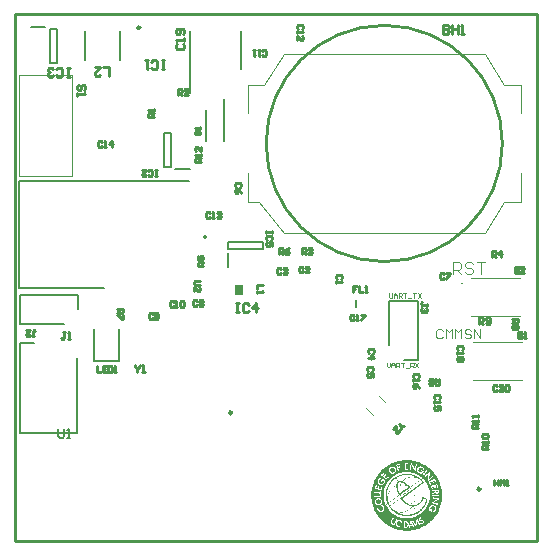
<source format=gto>
G04*
G04 #@! TF.GenerationSoftware,Altium Limited,Altium Designer,19.1.7 (138)*
G04*
G04 Layer_Color=65535*
%FSLAX44Y44*%
%MOMM*%
G71*
G01*
G75*
%ADD10C,0.2540*%
%ADD11C,0.2500*%
%ADD12C,0.1000*%
%ADD13C,0.2000*%
%ADD14C,0.1540*%
%ADD15R,0.7112X0.9144*%
G36*
X25838Y-456453D02*
X25917D01*
Y-456532D01*
X25996D01*
Y-456611D01*
X26076D01*
Y-456691D01*
X26314D01*
Y-456611D01*
X26235D01*
Y-456532D01*
X26314D01*
Y-456611D01*
X26393D01*
Y-456691D01*
X26631D01*
Y-456611D01*
X26552D01*
Y-456532D01*
X26631D01*
Y-456611D01*
X26711D01*
Y-456691D01*
X26948D01*
Y-456611D01*
X26869D01*
Y-456532D01*
X26948D01*
Y-456611D01*
X27028D01*
Y-456691D01*
X27266D01*
Y-456611D01*
X27187D01*
Y-456532D01*
X27266D01*
Y-456611D01*
X27345D01*
Y-456691D01*
X27583D01*
Y-456770D01*
X27663D01*
Y-456849D01*
X27742D01*
Y-456929D01*
X27821D01*
Y-457008D01*
X27901D01*
Y-456929D01*
X27821D01*
Y-456849D01*
X27901D01*
Y-456929D01*
X27980D01*
Y-457008D01*
X28059D01*
Y-456929D01*
X27980D01*
Y-456849D01*
X28059D01*
Y-456929D01*
X28139D01*
Y-457008D01*
X28218D01*
Y-456929D01*
X28139D01*
Y-456849D01*
X28218D01*
Y-456929D01*
X28297D01*
Y-457008D01*
X28535D01*
Y-456929D01*
X28456D01*
Y-456849D01*
X28535D01*
Y-456929D01*
X28615D01*
Y-457008D01*
X28694D01*
Y-456929D01*
X28615D01*
Y-456849D01*
X28694D01*
Y-456929D01*
X28774D01*
Y-457008D01*
X28853D01*
Y-456929D01*
X28774D01*
Y-456849D01*
X28853D01*
Y-456929D01*
X28932D01*
Y-457008D01*
X29011D01*
Y-456929D01*
X29091D01*
Y-457008D01*
X29170D01*
Y-456929D01*
X29091D01*
Y-456849D01*
X29170D01*
Y-456929D01*
X29249D01*
Y-457008D01*
X29488D01*
Y-457087D01*
X29408D01*
Y-457167D01*
X29488D01*
Y-457246D01*
X29567D01*
Y-457325D01*
X29646D01*
Y-457246D01*
X29567D01*
Y-457167D01*
X29646D01*
Y-457246D01*
X29726D01*
Y-457325D01*
X29805D01*
Y-457246D01*
X29726D01*
Y-457167D01*
X29805D01*
Y-457246D01*
X29884D01*
Y-457325D01*
X29964D01*
Y-457246D01*
X29884D01*
Y-457167D01*
X29964D01*
Y-457246D01*
X30043D01*
Y-457325D01*
X30122D01*
Y-457405D01*
Y-457484D01*
Y-457563D01*
Y-457643D01*
X30202D01*
Y-457722D01*
X30836D01*
Y-457643D01*
X30916D01*
Y-457563D01*
X30836D01*
Y-457484D01*
X30916D01*
Y-457563D01*
X30995D01*
Y-457643D01*
X31074D01*
Y-457563D01*
X30995D01*
Y-457484D01*
X31074D01*
Y-457563D01*
X31154D01*
Y-457643D01*
X31233D01*
Y-457722D01*
X31312D01*
Y-457802D01*
X31392D01*
Y-457881D01*
X31471D01*
Y-457960D01*
X31551D01*
Y-457881D01*
X31471D01*
Y-457802D01*
X31551D01*
Y-457881D01*
X31630D01*
Y-457960D01*
X31709D01*
Y-457881D01*
X31630D01*
Y-457802D01*
X31709D01*
Y-457881D01*
X31788D01*
Y-457960D01*
X31868D01*
Y-457881D01*
X31788D01*
Y-457802D01*
X31868D01*
Y-457881D01*
X31947D01*
Y-457960D01*
X32027D01*
Y-457881D01*
X31947D01*
Y-457802D01*
X32027D01*
Y-457881D01*
X32106D01*
Y-457960D01*
X32185D01*
Y-458040D01*
X32265D01*
Y-458119D01*
X32344D01*
Y-458198D01*
X32423D01*
Y-458278D01*
X32503D01*
Y-458198D01*
X32423D01*
Y-458119D01*
X32503D01*
Y-458198D01*
X32582D01*
Y-458278D01*
X32661D01*
Y-458198D01*
X32582D01*
Y-458119D01*
X32661D01*
Y-458198D01*
X32741D01*
Y-458278D01*
X32820D01*
Y-458198D01*
X32741D01*
Y-458119D01*
X32820D01*
Y-458198D01*
X32899D01*
Y-458278D01*
X32979D01*
Y-458357D01*
X33058D01*
Y-458436D01*
X33137D01*
Y-458516D01*
X33217D01*
Y-458595D01*
X33296D01*
Y-458516D01*
X33217D01*
Y-458436D01*
X33137D01*
Y-458357D01*
X33058D01*
Y-458278D01*
X32979D01*
Y-458198D01*
X32899D01*
Y-458119D01*
X32979D01*
Y-458198D01*
X33058D01*
Y-458278D01*
X33137D01*
Y-458357D01*
X33217D01*
Y-458436D01*
X33296D01*
Y-458516D01*
X33375D01*
Y-458595D01*
X33455D01*
Y-458674D01*
Y-458754D01*
Y-458833D01*
Y-458912D01*
X33534D01*
Y-458992D01*
X34090D01*
Y-459071D01*
Y-459150D01*
Y-459230D01*
X34724D01*
Y-459150D01*
X34804D01*
Y-459071D01*
X34724D01*
Y-458992D01*
X34804D01*
Y-459071D01*
X34883D01*
Y-458992D01*
X34804D01*
Y-458912D01*
X34883D01*
Y-458992D01*
X34962D01*
Y-459071D01*
X35042D01*
Y-459150D01*
X35121D01*
Y-459230D01*
X35200D01*
Y-459309D01*
X35280D01*
Y-459388D01*
X35359D01*
Y-459468D01*
X35438D01*
Y-459388D01*
X35359D01*
Y-459309D01*
X35280D01*
Y-459230D01*
X35359D01*
Y-459309D01*
X35438D01*
Y-459388D01*
X35518D01*
Y-459309D01*
X35438D01*
Y-459230D01*
X35518D01*
Y-459309D01*
X35597D01*
Y-459388D01*
X35676D01*
Y-459468D01*
X35756D01*
Y-459547D01*
X35835D01*
Y-459626D01*
X35756D01*
Y-459706D01*
X35835D01*
Y-459785D01*
Y-459864D01*
Y-459944D01*
Y-460023D01*
Y-460102D01*
X35914D01*
Y-460182D01*
X36470D01*
Y-460261D01*
Y-460340D01*
Y-460420D01*
X37104D01*
Y-460340D01*
Y-460261D01*
X37184D01*
Y-460340D01*
X37263D01*
Y-460420D01*
X37184D01*
Y-460499D01*
X37422D01*
Y-460578D01*
X37501D01*
Y-460658D01*
X37581D01*
Y-460578D01*
X37501D01*
Y-460499D01*
X37581D01*
Y-460578D01*
X37660D01*
Y-460658D01*
X37739D01*
Y-460578D01*
X37660D01*
Y-460499D01*
X37739D01*
Y-460578D01*
X37819D01*
Y-460658D01*
X37898D01*
Y-460737D01*
X37819D01*
Y-460816D01*
X38057D01*
Y-460896D01*
X38136D01*
Y-460975D01*
X38215D01*
Y-461055D01*
X38136D01*
Y-461134D01*
X38374D01*
Y-461213D01*
X38453D01*
Y-461134D01*
X38533D01*
Y-461213D01*
X38612D01*
Y-461293D01*
X38691D01*
Y-461372D01*
X38771D01*
Y-461451D01*
X39009D01*
Y-461531D01*
X38929D01*
Y-461610D01*
X39009D01*
Y-461689D01*
X39088D01*
Y-461769D01*
X39326D01*
Y-461689D01*
X39247D01*
Y-461610D01*
X39326D01*
Y-461689D01*
X39406D01*
Y-461769D01*
X39643D01*
Y-461848D01*
X39564D01*
Y-461927D01*
X39643D01*
Y-462007D01*
X39723D01*
Y-462086D01*
X39961D01*
Y-462165D01*
X39881D01*
Y-462245D01*
X39961D01*
Y-462324D01*
X40040D01*
Y-462403D01*
Y-462483D01*
Y-462562D01*
Y-462641D01*
Y-462721D01*
Y-462800D01*
X40675D01*
Y-462721D01*
X40754D01*
Y-462800D01*
X40834D01*
Y-462879D01*
X40913D01*
Y-462959D01*
X40992D01*
Y-463038D01*
X41072D01*
Y-463117D01*
X41151D01*
Y-463197D01*
X41230D01*
Y-463276D01*
X41310D01*
Y-463355D01*
X41389D01*
Y-463435D01*
X41468D01*
Y-463514D01*
X41548D01*
Y-463593D01*
X41468D01*
Y-463673D01*
X41548D01*
Y-463752D01*
Y-463832D01*
Y-463911D01*
Y-463990D01*
X41627D01*
Y-464070D01*
X42103D01*
Y-463990D01*
X42182D01*
Y-463911D01*
X42262D01*
Y-463990D01*
X42341D01*
Y-464070D01*
X42421D01*
Y-464149D01*
X42500D01*
Y-464228D01*
X42579D01*
Y-464308D01*
X42659D01*
Y-464387D01*
X42738D01*
Y-464466D01*
X42817D01*
Y-464546D01*
X42897D01*
Y-464625D01*
X42976D01*
Y-464704D01*
X43055D01*
Y-464784D01*
X43135D01*
Y-464863D01*
X43214D01*
Y-464942D01*
X43293D01*
Y-465022D01*
X43373D01*
Y-465101D01*
X43452D01*
Y-465180D01*
X43531D01*
Y-465260D01*
X43611D01*
Y-465339D01*
X43690D01*
Y-465418D01*
X43769D01*
Y-465498D01*
X43849D01*
Y-465577D01*
X43928D01*
Y-465657D01*
X44007D01*
Y-465736D01*
X43928D01*
Y-465657D01*
X43849D01*
Y-465736D01*
X43928D01*
Y-465815D01*
Y-465895D01*
Y-465974D01*
Y-466053D01*
Y-466133D01*
Y-466212D01*
Y-466291D01*
Y-466371D01*
Y-466450D01*
X44245D01*
Y-466529D01*
Y-466609D01*
Y-466688D01*
X44721D01*
Y-466767D01*
X44801D01*
Y-466847D01*
X44880D01*
Y-466926D01*
X44960D01*
Y-467005D01*
X45039D01*
Y-467085D01*
X45118D01*
Y-467164D01*
X45198D01*
Y-467243D01*
X45277D01*
Y-467323D01*
X45356D01*
Y-467402D01*
X45436D01*
Y-467481D01*
X45515D01*
Y-467561D01*
X45436D01*
Y-467640D01*
Y-467719D01*
Y-467799D01*
Y-467878D01*
Y-467957D01*
Y-468037D01*
Y-468116D01*
Y-468195D01*
X45912D01*
Y-468275D01*
X45991D01*
Y-468354D01*
X46070D01*
Y-468433D01*
X46150D01*
Y-468513D01*
X46229D01*
Y-468592D01*
X46308D01*
Y-468671D01*
X46388D01*
Y-468751D01*
X46467D01*
Y-468830D01*
X46546D01*
Y-468910D01*
X46626D01*
Y-468989D01*
X46546D01*
Y-468910D01*
X46467D01*
Y-468830D01*
X46388D01*
Y-468910D01*
X46467D01*
Y-468989D01*
X46388D01*
Y-469068D01*
X46467D01*
Y-469148D01*
X46546D01*
Y-469227D01*
X46626D01*
Y-469306D01*
X46705D01*
Y-469386D01*
X46784D01*
Y-469465D01*
X46864D01*
Y-469544D01*
X46943D01*
Y-469624D01*
X47023D01*
Y-469703D01*
X47102D01*
Y-469782D01*
X47023D01*
Y-469862D01*
X47102D01*
Y-469941D01*
X47023D01*
Y-470020D01*
X47102D01*
Y-470100D01*
X47181D01*
Y-470179D01*
X47260D01*
Y-470100D01*
X47181D01*
Y-470020D01*
X47260D01*
Y-470100D01*
X47340D01*
Y-470179D01*
X47419D01*
Y-470258D01*
X47340D01*
Y-470338D01*
X47578D01*
Y-470417D01*
X47657D01*
Y-470496D01*
X47737D01*
Y-470576D01*
X47657D01*
Y-470655D01*
X47737D01*
Y-470734D01*
X47657D01*
Y-470814D01*
X47737D01*
Y-470893D01*
X47657D01*
Y-470973D01*
X47895D01*
Y-471052D01*
X47975D01*
Y-471131D01*
X47895D01*
Y-471052D01*
X47816D01*
Y-471131D01*
Y-471211D01*
Y-471290D01*
Y-471369D01*
Y-471449D01*
Y-471528D01*
Y-471607D01*
Y-471687D01*
Y-471766D01*
X48133D01*
Y-471845D01*
Y-471925D01*
Y-472004D01*
Y-472083D01*
X48054D01*
Y-472163D01*
Y-472242D01*
Y-472321D01*
X48133D01*
Y-472401D01*
X48689D01*
Y-472480D01*
X48768D01*
Y-472559D01*
X48847D01*
Y-472639D01*
X48768D01*
Y-472718D01*
X48847D01*
Y-472797D01*
X48927D01*
Y-472877D01*
X49006D01*
Y-472956D01*
X48927D01*
Y-472877D01*
X48847D01*
Y-472797D01*
X48768D01*
Y-472877D01*
X48847D01*
Y-472956D01*
X48927D01*
Y-473035D01*
X49006D01*
Y-473115D01*
X49085D01*
Y-473194D01*
X49165D01*
Y-473274D01*
X49085D01*
Y-473353D01*
X49165D01*
Y-473432D01*
X49244D01*
Y-473512D01*
X49165D01*
Y-473432D01*
X49085D01*
Y-473512D01*
X49006D01*
Y-473591D01*
Y-473670D01*
Y-473750D01*
Y-473829D01*
Y-473908D01*
Y-473988D01*
Y-474067D01*
Y-474146D01*
X49085D01*
Y-474226D01*
X49323D01*
Y-474305D01*
Y-474384D01*
Y-474464D01*
X49244D01*
Y-474543D01*
Y-474622D01*
Y-474702D01*
X49323D01*
Y-474781D01*
X49799D01*
Y-474860D01*
X49720D01*
Y-474940D01*
X49799D01*
Y-475019D01*
X49720D01*
Y-475098D01*
X49799D01*
Y-475178D01*
X49879D01*
Y-475257D01*
X49958D01*
Y-475336D01*
X50037D01*
Y-475416D01*
X50117D01*
Y-475495D01*
X50037D01*
Y-475574D01*
X50117D01*
Y-475654D01*
X50037D01*
Y-475733D01*
X50117D01*
Y-475812D01*
X50037D01*
Y-475892D01*
X50117D01*
Y-475971D01*
X50196D01*
Y-476050D01*
X50276D01*
Y-476130D01*
X50355D01*
Y-476209D01*
X50434D01*
Y-476288D01*
X50355D01*
Y-476209D01*
X50276D01*
Y-476130D01*
X50196D01*
Y-476050D01*
X50117D01*
Y-475971D01*
X50037D01*
Y-475892D01*
X49958D01*
Y-475971D01*
X50037D01*
Y-476050D01*
X50117D01*
Y-476130D01*
X50196D01*
Y-476209D01*
X50276D01*
Y-476288D01*
X50355D01*
Y-476368D01*
X50434D01*
Y-476447D01*
X50355D01*
Y-476526D01*
X50434D01*
Y-476606D01*
X50355D01*
Y-476526D01*
X50276D01*
Y-476606D01*
X50355D01*
Y-476685D01*
X50434D01*
Y-476765D01*
X50355D01*
Y-476844D01*
X50434D01*
Y-476923D01*
X50514D01*
Y-477003D01*
X50593D01*
Y-477082D01*
X50672D01*
Y-477161D01*
X50752D01*
Y-477241D01*
X50672D01*
Y-477161D01*
X50593D01*
Y-477082D01*
X50514D01*
Y-477161D01*
X50593D01*
Y-477241D01*
X50672D01*
Y-477320D01*
X50752D01*
Y-477399D01*
X50514D01*
Y-477479D01*
Y-477558D01*
Y-477637D01*
Y-477717D01*
Y-477796D01*
Y-477875D01*
Y-477955D01*
Y-478034D01*
X50990D01*
Y-478113D01*
X51069D01*
Y-478193D01*
X50990D01*
Y-478113D01*
X50910D01*
Y-478193D01*
X50990D01*
Y-478272D01*
X51069D01*
Y-478351D01*
X50990D01*
Y-478431D01*
X51069D01*
Y-478510D01*
X50990D01*
Y-478431D01*
X50910D01*
Y-478510D01*
X50990D01*
Y-478590D01*
X51069D01*
Y-478669D01*
X50990D01*
Y-478748D01*
X51069D01*
Y-478828D01*
X51148D01*
Y-478907D01*
X51228D01*
Y-478986D01*
X51307D01*
Y-479066D01*
X51386D01*
Y-479145D01*
X51307D01*
Y-479066D01*
X51228D01*
Y-478986D01*
X51148D01*
Y-479066D01*
X51228D01*
Y-479145D01*
X51307D01*
Y-479224D01*
X51386D01*
Y-479304D01*
X51307D01*
Y-479224D01*
X51228D01*
Y-479145D01*
X51148D01*
Y-479224D01*
X51228D01*
Y-479304D01*
X51307D01*
Y-479383D01*
X51386D01*
Y-479462D01*
X51307D01*
Y-479383D01*
X51228D01*
Y-479304D01*
X51148D01*
Y-479383D01*
X51228D01*
Y-479462D01*
X51307D01*
Y-479542D01*
X51386D01*
Y-479621D01*
X51307D01*
Y-479542D01*
X51228D01*
Y-479462D01*
X51148D01*
Y-479542D01*
X51228D01*
Y-479621D01*
X51307D01*
Y-479700D01*
X51386D01*
Y-479780D01*
X51307D01*
Y-479700D01*
X51228D01*
Y-479621D01*
X51148D01*
Y-479700D01*
X51228D01*
Y-479780D01*
X51148D01*
Y-479859D01*
X51228D01*
Y-479938D01*
X51307D01*
Y-480018D01*
X51386D01*
Y-480097D01*
X51307D01*
Y-480018D01*
X51228D01*
Y-479938D01*
X51148D01*
Y-480018D01*
X51228D01*
Y-480097D01*
X51307D01*
Y-480176D01*
X51386D01*
Y-480256D01*
X51307D01*
Y-480176D01*
X51228D01*
Y-480097D01*
X51148D01*
Y-480176D01*
X51228D01*
Y-480256D01*
X51307D01*
Y-480335D01*
X51386D01*
Y-480414D01*
X51307D01*
Y-480335D01*
X51228D01*
Y-480256D01*
X51148D01*
Y-480335D01*
X51228D01*
Y-480414D01*
X51307D01*
Y-480494D01*
X51386D01*
Y-480573D01*
X51466D01*
Y-480652D01*
X51545D01*
Y-480732D01*
X51466D01*
Y-480811D01*
X51545D01*
Y-480890D01*
X51624D01*
Y-480970D01*
X51704D01*
Y-481049D01*
X51624D01*
Y-480970D01*
X51545D01*
Y-480890D01*
X51466D01*
Y-480970D01*
X51545D01*
Y-481049D01*
X51466D01*
Y-481129D01*
X51545D01*
Y-481208D01*
X51624D01*
Y-481287D01*
X51704D01*
Y-481367D01*
X51624D01*
Y-481287D01*
X51545D01*
Y-481208D01*
X51466D01*
Y-481287D01*
X51545D01*
Y-481367D01*
X51466D01*
Y-481446D01*
X51545D01*
Y-481525D01*
X51624D01*
Y-481604D01*
X51704D01*
Y-481684D01*
X51624D01*
Y-481604D01*
X51545D01*
Y-481525D01*
X51466D01*
Y-481604D01*
X51545D01*
Y-481684D01*
X51466D01*
Y-481763D01*
X51545D01*
Y-481842D01*
X51624D01*
Y-481922D01*
X51704D01*
Y-482001D01*
X51624D01*
Y-481922D01*
X51545D01*
Y-481842D01*
X51466D01*
Y-481922D01*
X51545D01*
Y-482001D01*
X51466D01*
Y-482081D01*
X51545D01*
Y-482160D01*
X51624D01*
Y-482239D01*
X51704D01*
Y-482319D01*
X51783D01*
Y-482398D01*
X51862D01*
Y-482477D01*
Y-482557D01*
Y-482636D01*
Y-482715D01*
Y-482795D01*
Y-482874D01*
Y-482953D01*
Y-483033D01*
Y-483112D01*
Y-483191D01*
Y-483271D01*
Y-483350D01*
Y-483429D01*
Y-483509D01*
Y-483588D01*
Y-483667D01*
Y-483747D01*
Y-483826D01*
Y-483905D01*
Y-483985D01*
Y-484064D01*
Y-484143D01*
Y-484223D01*
Y-484302D01*
Y-484381D01*
Y-484461D01*
Y-484540D01*
Y-484620D01*
Y-484699D01*
Y-484778D01*
Y-484858D01*
Y-484937D01*
Y-485016D01*
Y-485096D01*
Y-485175D01*
Y-485254D01*
Y-485334D01*
Y-485413D01*
Y-485492D01*
Y-485572D01*
Y-485651D01*
Y-485730D01*
Y-485810D01*
Y-485889D01*
Y-485968D01*
Y-486048D01*
Y-486127D01*
Y-486206D01*
Y-486286D01*
Y-486365D01*
Y-486445D01*
Y-486524D01*
Y-486603D01*
Y-486683D01*
Y-486762D01*
Y-486841D01*
Y-486921D01*
Y-487000D01*
Y-487079D01*
Y-487159D01*
Y-487238D01*
Y-487317D01*
Y-487397D01*
Y-487476D01*
Y-487555D01*
Y-487635D01*
Y-487714D01*
Y-487793D01*
Y-487873D01*
Y-487952D01*
Y-488031D01*
Y-488111D01*
Y-488190D01*
Y-488269D01*
Y-488349D01*
Y-488428D01*
Y-488507D01*
Y-488587D01*
Y-488666D01*
Y-488745D01*
Y-488825D01*
Y-488904D01*
Y-488983D01*
Y-489063D01*
Y-489142D01*
Y-489221D01*
Y-489301D01*
Y-489380D01*
Y-489459D01*
Y-489539D01*
Y-489618D01*
Y-489697D01*
Y-489777D01*
Y-489856D01*
Y-489936D01*
X51783D01*
Y-490015D01*
X51862D01*
Y-490094D01*
X51783D01*
Y-490174D01*
X51862D01*
Y-490253D01*
X51783D01*
Y-490174D01*
X51704D01*
Y-490094D01*
X51624D01*
Y-490174D01*
X51704D01*
Y-490253D01*
X51624D01*
Y-490174D01*
X51545D01*
Y-490253D01*
X51466D01*
Y-490332D01*
X51545D01*
Y-490412D01*
X51624D01*
Y-490491D01*
X51704D01*
Y-490570D01*
X51624D01*
Y-490491D01*
X51545D01*
Y-490412D01*
X51466D01*
Y-490491D01*
X51545D01*
Y-490570D01*
X51466D01*
Y-490650D01*
X51545D01*
Y-490729D01*
X51624D01*
Y-490808D01*
X51704D01*
Y-490888D01*
X51624D01*
Y-490808D01*
X51545D01*
Y-490729D01*
X51466D01*
Y-490808D01*
X51545D01*
Y-490888D01*
X51466D01*
Y-490967D01*
X51545D01*
Y-491046D01*
X51624D01*
Y-491126D01*
X51704D01*
Y-491205D01*
X51624D01*
Y-491126D01*
X51545D01*
Y-491046D01*
X51466D01*
Y-491126D01*
X51545D01*
Y-491205D01*
X51466D01*
Y-491284D01*
X51545D01*
Y-491364D01*
X51624D01*
Y-491443D01*
X51704D01*
Y-491522D01*
X51624D01*
Y-491443D01*
X51545D01*
Y-491364D01*
X51466D01*
Y-491443D01*
X51545D01*
Y-491522D01*
X51466D01*
Y-491602D01*
X51545D01*
Y-491681D01*
X51624D01*
Y-491760D01*
X51704D01*
Y-491840D01*
X51624D01*
Y-491760D01*
X51545D01*
Y-491681D01*
X51466D01*
Y-491760D01*
X51545D01*
Y-491840D01*
X51466D01*
Y-491919D01*
X51545D01*
Y-491998D01*
X51466D01*
Y-491919D01*
X51386D01*
Y-491840D01*
X51307D01*
Y-491919D01*
X51386D01*
Y-491998D01*
X51307D01*
Y-492078D01*
X51386D01*
Y-492157D01*
X51307D01*
Y-492078D01*
X51228D01*
Y-492157D01*
X51307D01*
Y-492237D01*
X51228D01*
Y-492157D01*
X51148D01*
Y-492237D01*
X51228D01*
Y-492316D01*
X51307D01*
Y-492395D01*
X51386D01*
Y-492475D01*
X51307D01*
Y-492395D01*
X51228D01*
Y-492316D01*
X51148D01*
Y-492395D01*
X51228D01*
Y-492475D01*
X51148D01*
Y-492554D01*
X51228D01*
Y-492633D01*
X51307D01*
Y-492713D01*
X51386D01*
Y-492792D01*
X51307D01*
Y-492713D01*
X51228D01*
Y-492633D01*
X51148D01*
Y-492713D01*
X51228D01*
Y-492792D01*
X51307D01*
Y-492871D01*
X51386D01*
Y-492951D01*
X51307D01*
Y-492871D01*
X51228D01*
Y-492792D01*
X51148D01*
Y-492871D01*
X51228D01*
Y-492951D01*
X51307D01*
Y-493030D01*
X51386D01*
Y-493109D01*
X51307D01*
Y-493030D01*
X51228D01*
Y-492951D01*
X51148D01*
Y-493030D01*
X51228D01*
Y-493109D01*
X51148D01*
Y-493189D01*
X50831D01*
Y-493268D01*
X50752D01*
Y-493347D01*
Y-493427D01*
Y-493506D01*
Y-493585D01*
Y-493665D01*
Y-493744D01*
Y-493823D01*
X50831D01*
Y-493903D01*
Y-493982D01*
X50910D01*
Y-494061D01*
X50990D01*
Y-494141D01*
X50910D01*
Y-494061D01*
X50831D01*
Y-494141D01*
X50514D01*
Y-494220D01*
Y-494300D01*
Y-494379D01*
Y-494458D01*
Y-494538D01*
Y-494617D01*
Y-494696D01*
Y-494776D01*
Y-494855D01*
Y-494934D01*
Y-495014D01*
Y-495093D01*
X50752D01*
Y-495172D01*
X50672D01*
Y-495252D01*
X50752D01*
Y-495331D01*
X50672D01*
Y-495252D01*
X50593D01*
Y-495331D01*
X50672D01*
Y-495410D01*
X50752D01*
Y-495490D01*
X50672D01*
Y-495410D01*
X50593D01*
Y-495331D01*
X50514D01*
Y-495410D01*
X50593D01*
Y-495490D01*
X50514D01*
Y-495569D01*
X50434D01*
Y-495490D01*
X50355D01*
Y-495569D01*
X50434D01*
Y-495648D01*
X50355D01*
Y-495728D01*
X50434D01*
Y-495807D01*
X50355D01*
Y-495886D01*
X50434D01*
Y-495966D01*
X50355D01*
Y-495886D01*
X50276D01*
Y-495966D01*
X50355D01*
Y-496045D01*
X50434D01*
Y-496124D01*
X50355D01*
Y-496204D01*
X50434D01*
Y-496283D01*
X50355D01*
Y-496204D01*
X50276D01*
Y-496283D01*
X50355D01*
Y-496362D01*
X50434D01*
Y-496442D01*
X50355D01*
Y-496362D01*
X50276D01*
Y-496283D01*
X50196D01*
Y-496362D01*
X50276D01*
Y-496442D01*
X50196D01*
Y-496362D01*
X50117D01*
Y-496283D01*
X50037D01*
Y-496362D01*
X50117D01*
Y-496442D01*
X50196D01*
Y-496521D01*
X50117D01*
Y-496442D01*
X50037D01*
Y-496521D01*
X50117D01*
Y-496600D01*
X50037D01*
Y-496680D01*
X50117D01*
Y-496759D01*
X50037D01*
Y-496838D01*
X50117D01*
Y-496918D01*
X50037D01*
Y-496997D01*
X50117D01*
Y-497076D01*
X50037D01*
Y-497156D01*
X50117D01*
Y-497235D01*
X50037D01*
Y-497156D01*
X49958D01*
Y-497235D01*
X49879D01*
Y-497314D01*
X49958D01*
Y-497394D01*
X49879D01*
Y-497314D01*
X49799D01*
Y-497235D01*
X49720D01*
Y-497314D01*
X49799D01*
Y-497394D01*
X49720D01*
Y-497473D01*
X49799D01*
Y-497552D01*
X49720D01*
Y-497632D01*
X49799D01*
Y-497711D01*
X49720D01*
Y-497791D01*
X49799D01*
Y-497870D01*
X49720D01*
Y-497791D01*
X49641D01*
Y-497870D01*
X49561D01*
Y-497949D01*
X49641D01*
Y-498029D01*
X49561D01*
Y-497949D01*
X49482D01*
Y-497870D01*
X49403D01*
Y-497949D01*
X49482D01*
Y-498029D01*
X49403D01*
Y-498108D01*
X49482D01*
Y-498187D01*
X49403D01*
Y-498267D01*
X49085D01*
Y-498346D01*
X49006D01*
Y-498425D01*
Y-498505D01*
Y-498584D01*
Y-498663D01*
Y-498743D01*
Y-498822D01*
Y-498901D01*
Y-498981D01*
X49085D01*
Y-499060D01*
X49165D01*
Y-499139D01*
X49244D01*
Y-499219D01*
X49323D01*
Y-499298D01*
X49244D01*
Y-499219D01*
X49165D01*
Y-499139D01*
X49085D01*
Y-499219D01*
X49165D01*
Y-499298D01*
X49085D01*
Y-499378D01*
X49165D01*
Y-499457D01*
X49085D01*
Y-499378D01*
X49006D01*
Y-499298D01*
X48927D01*
Y-499378D01*
X49006D01*
Y-499457D01*
X48927D01*
Y-499536D01*
X49006D01*
Y-499616D01*
X48927D01*
Y-499536D01*
X48847D01*
Y-499457D01*
X48768D01*
Y-499536D01*
X48847D01*
Y-499616D01*
X48927D01*
Y-499695D01*
X48847D01*
Y-499616D01*
X48768D01*
Y-499695D01*
X48847D01*
Y-499774D01*
X48927D01*
Y-499854D01*
X49006D01*
Y-499933D01*
X48927D01*
Y-499854D01*
X48847D01*
Y-499774D01*
X48768D01*
Y-499854D01*
X48847D01*
Y-499933D01*
X48768D01*
Y-500012D01*
X48847D01*
Y-500092D01*
X48768D01*
Y-500012D01*
X48689D01*
Y-499933D01*
X48609D01*
Y-500012D01*
X48689D01*
Y-500092D01*
X48133D01*
Y-500171D01*
X48054D01*
Y-500250D01*
Y-500330D01*
Y-500409D01*
X48133D01*
Y-500488D01*
Y-500568D01*
Y-500647D01*
Y-500726D01*
X47816D01*
Y-500806D01*
Y-500885D01*
Y-500964D01*
Y-501044D01*
Y-501123D01*
Y-501202D01*
Y-501282D01*
Y-501361D01*
Y-501440D01*
X47895D01*
Y-501520D01*
X47816D01*
Y-501599D01*
X47737D01*
Y-501520D01*
X47657D01*
Y-501599D01*
X47737D01*
Y-501678D01*
X47657D01*
Y-501758D01*
X47737D01*
Y-501837D01*
X47657D01*
Y-501916D01*
X47737D01*
Y-501996D01*
X47657D01*
Y-501916D01*
X47578D01*
Y-501837D01*
X47498D01*
Y-501916D01*
X47578D01*
Y-501996D01*
X47657D01*
Y-502075D01*
X47737D01*
Y-502155D01*
X47657D01*
Y-502075D01*
X47578D01*
Y-501996D01*
X47498D01*
Y-502075D01*
X47578D01*
Y-502155D01*
X47498D01*
Y-502234D01*
X47419D01*
Y-502155D01*
X47340D01*
Y-502234D01*
X47419D01*
Y-502313D01*
X47340D01*
Y-502393D01*
X47419D01*
Y-502472D01*
X47340D01*
Y-502393D01*
X47260D01*
Y-502313D01*
X47181D01*
Y-502393D01*
X47260D01*
Y-502472D01*
X47181D01*
Y-502551D01*
X47102D01*
Y-502472D01*
X47023D01*
Y-502551D01*
X47102D01*
Y-502631D01*
X47023D01*
Y-502710D01*
X47102D01*
Y-502789D01*
X47023D01*
Y-502869D01*
X47102D01*
Y-502948D01*
X47023D01*
Y-503027D01*
X47102D01*
Y-503107D01*
X47023D01*
Y-503027D01*
X46943D01*
Y-502948D01*
X46864D01*
Y-503027D01*
X46943D01*
Y-503107D01*
X46864D01*
Y-503027D01*
X46784D01*
Y-502948D01*
X46705D01*
Y-503027D01*
X46784D01*
Y-503107D01*
X46864D01*
Y-503186D01*
X46784D01*
Y-503107D01*
X46705D01*
Y-503186D01*
X46784D01*
Y-503265D01*
X46705D01*
Y-503186D01*
X46626D01*
Y-503265D01*
X46546D01*
Y-503345D01*
X46626D01*
Y-503424D01*
X46546D01*
Y-503345D01*
X46467D01*
Y-503265D01*
X46388D01*
Y-503345D01*
X46070D01*
Y-503424D01*
X45991D01*
Y-503503D01*
Y-503583D01*
Y-503662D01*
Y-503741D01*
Y-503821D01*
Y-503900D01*
Y-503979D01*
Y-504059D01*
X46070D01*
Y-504138D01*
X46150D01*
Y-504217D01*
X46070D01*
Y-504138D01*
X45991D01*
Y-504059D01*
X45912D01*
Y-504138D01*
X45991D01*
Y-504217D01*
X45912D01*
Y-504297D01*
X45832D01*
Y-504217D01*
X45753D01*
Y-504297D01*
X45436D01*
Y-504376D01*
Y-504455D01*
Y-504535D01*
Y-504614D01*
Y-504693D01*
Y-504773D01*
Y-504852D01*
Y-504931D01*
X45515D01*
Y-505011D01*
X45594D01*
Y-505090D01*
X45515D01*
Y-505011D01*
X45436D01*
Y-505090D01*
X45356D01*
Y-505011D01*
X45277D01*
Y-505090D01*
X45356D01*
Y-505169D01*
X45277D01*
Y-505249D01*
X45356D01*
Y-505328D01*
X45277D01*
Y-505249D01*
X45198D01*
Y-505169D01*
X45118D01*
Y-505249D01*
X45198D01*
Y-505328D01*
X45277D01*
Y-505407D01*
X45198D01*
Y-505328D01*
X45118D01*
Y-505407D01*
X45198D01*
Y-505487D01*
X45118D01*
Y-505407D01*
X45039D01*
Y-505328D01*
X44960D01*
Y-505407D01*
X45039D01*
Y-505487D01*
X44960D01*
Y-505566D01*
X45039D01*
Y-505646D01*
X44960D01*
Y-505566D01*
X44880D01*
Y-505487D01*
X44801D01*
Y-505566D01*
X44880D01*
Y-505646D01*
X44801D01*
Y-505725D01*
X44721D01*
Y-505646D01*
X44642D01*
Y-505725D01*
X44721D01*
Y-505804D01*
X44245D01*
Y-505884D01*
Y-505963D01*
Y-506042D01*
X43928D01*
Y-506122D01*
Y-506201D01*
Y-506280D01*
Y-506360D01*
Y-506439D01*
Y-506518D01*
Y-506598D01*
Y-506677D01*
Y-506756D01*
X44007D01*
Y-506836D01*
X44087D01*
Y-506915D01*
X44007D01*
Y-506836D01*
X43928D01*
Y-506756D01*
X43849D01*
Y-506836D01*
X43928D01*
Y-506915D01*
X43849D01*
Y-506994D01*
X43769D01*
Y-506915D01*
X43690D01*
Y-506994D01*
X43769D01*
Y-507074D01*
X43690D01*
Y-507153D01*
X43769D01*
Y-507233D01*
X43690D01*
Y-507153D01*
X43611D01*
Y-507074D01*
X43531D01*
Y-507153D01*
X43611D01*
Y-507233D01*
X43531D01*
Y-507312D01*
X43611D01*
Y-507391D01*
X43531D01*
Y-507312D01*
X43452D01*
Y-507233D01*
X43373D01*
Y-507312D01*
X43452D01*
Y-507391D01*
X43373D01*
Y-507471D01*
X43452D01*
Y-507550D01*
X43373D01*
Y-507471D01*
X43293D01*
Y-507391D01*
X43214D01*
Y-507471D01*
X43293D01*
Y-507550D01*
X43214D01*
Y-507629D01*
X43293D01*
Y-507709D01*
X43214D01*
Y-507629D01*
X43135D01*
Y-507550D01*
X43055D01*
Y-507629D01*
X43135D01*
Y-507709D01*
X43055D01*
Y-507788D01*
X43135D01*
Y-507867D01*
X43055D01*
Y-507788D01*
X42976D01*
Y-507709D01*
X42897D01*
Y-507788D01*
X42976D01*
Y-507867D01*
X42897D01*
Y-507947D01*
X42976D01*
Y-508026D01*
X42897D01*
Y-507947D01*
X42817D01*
Y-507867D01*
X42738D01*
Y-507947D01*
X42817D01*
Y-508026D01*
X42738D01*
Y-508105D01*
X42817D01*
Y-508185D01*
X42738D01*
Y-508105D01*
X42659D01*
Y-508026D01*
X42579D01*
Y-508105D01*
X42659D01*
Y-508185D01*
X42579D01*
Y-508264D01*
X42659D01*
Y-508343D01*
X42579D01*
Y-508264D01*
X42500D01*
Y-508185D01*
X41865D01*
Y-508264D01*
Y-508343D01*
Y-508423D01*
X41627D01*
Y-508502D01*
X41548D01*
Y-508581D01*
Y-508661D01*
Y-508740D01*
Y-508819D01*
X41468D01*
Y-508899D01*
X41548D01*
Y-508978D01*
X41468D01*
Y-509057D01*
X41548D01*
Y-509137D01*
X41468D01*
Y-509057D01*
X41389D01*
Y-508978D01*
X41310D01*
Y-509057D01*
X41389D01*
Y-509137D01*
X41310D01*
Y-509216D01*
X41389D01*
Y-509295D01*
X41310D01*
Y-509216D01*
X41230D01*
Y-509137D01*
X41151D01*
Y-509216D01*
X41230D01*
Y-509295D01*
X41151D01*
Y-509375D01*
X41230D01*
Y-509454D01*
X41151D01*
Y-509375D01*
X41072D01*
Y-509295D01*
X40992D01*
Y-509375D01*
X41072D01*
Y-509454D01*
X40992D01*
Y-509375D01*
X40437D01*
Y-509454D01*
X40358D01*
Y-509533D01*
Y-509613D01*
Y-509692D01*
X40040D01*
Y-509771D01*
Y-509851D01*
Y-509930D01*
Y-510009D01*
Y-510089D01*
Y-510168D01*
X39961D01*
Y-510089D01*
X39881D01*
Y-510168D01*
X39961D01*
Y-510247D01*
X39881D01*
Y-510327D01*
X39961D01*
Y-510406D01*
X39881D01*
Y-510485D01*
X39961D01*
Y-510565D01*
X39881D01*
Y-510485D01*
X39802D01*
Y-510406D01*
X39723D01*
Y-510485D01*
X39802D01*
Y-510565D01*
X39723D01*
Y-510485D01*
X39643D01*
Y-510406D01*
X39564D01*
Y-510485D01*
X39643D01*
Y-510565D01*
X39564D01*
Y-510485D01*
X39485D01*
Y-510406D01*
X39406D01*
Y-510485D01*
X39485D01*
Y-510565D01*
X39406D01*
Y-510485D01*
X39326D01*
Y-510406D01*
X39247D01*
Y-510485D01*
X39326D01*
Y-510565D01*
X39406D01*
Y-510644D01*
X39326D01*
Y-510565D01*
X39247D01*
Y-510644D01*
X39326D01*
Y-510724D01*
X39247D01*
Y-510803D01*
X39167D01*
Y-510724D01*
X39088D01*
Y-510803D01*
X39167D01*
Y-510882D01*
X39088D01*
Y-510803D01*
X39009D01*
Y-510724D01*
X38929D01*
Y-510803D01*
X39009D01*
Y-510882D01*
X39088D01*
Y-510962D01*
X39167D01*
Y-511041D01*
X39088D01*
Y-510962D01*
X39009D01*
Y-510882D01*
X38929D01*
Y-510962D01*
X39009D01*
Y-511041D01*
X38929D01*
Y-511120D01*
X38850D01*
Y-511041D01*
X38771D01*
Y-511120D01*
X38850D01*
Y-511200D01*
X38771D01*
Y-511120D01*
X38691D01*
Y-511041D01*
X38612D01*
Y-511120D01*
X38691D01*
Y-511200D01*
X38771D01*
Y-511279D01*
X38850D01*
Y-511358D01*
X38771D01*
Y-511279D01*
X38691D01*
Y-511200D01*
X38612D01*
Y-511279D01*
X38691D01*
Y-511358D01*
X38612D01*
Y-511279D01*
X38533D01*
Y-511200D01*
X38453D01*
Y-511279D01*
X38533D01*
Y-511358D01*
X38453D01*
Y-511279D01*
X38374D01*
Y-511200D01*
X38295D01*
Y-511279D01*
X38374D01*
Y-511358D01*
X38295D01*
Y-511438D01*
X38374D01*
Y-511517D01*
X38295D01*
Y-511438D01*
X38215D01*
Y-511358D01*
X38136D01*
Y-511438D01*
X38215D01*
Y-511517D01*
X38136D01*
Y-511438D01*
X38057D01*
Y-511517D01*
X38136D01*
Y-511596D01*
X38215D01*
Y-511676D01*
X38136D01*
Y-511596D01*
X38057D01*
Y-511517D01*
X37977D01*
Y-511596D01*
X38057D01*
Y-511676D01*
X37977D01*
Y-511755D01*
X37898D01*
Y-511676D01*
X37819D01*
Y-511755D01*
X37898D01*
Y-511834D01*
X37819D01*
Y-511914D01*
X37898D01*
Y-511993D01*
X37819D01*
Y-511914D01*
X37739D01*
Y-511834D01*
X37660D01*
Y-511914D01*
X37739D01*
Y-511993D01*
X37660D01*
Y-511914D01*
X37581D01*
Y-511834D01*
X37501D01*
Y-511914D01*
X37581D01*
Y-511993D01*
X37501D01*
Y-511914D01*
X37422D01*
Y-511834D01*
X37343D01*
Y-511914D01*
X37422D01*
Y-511993D01*
X37343D01*
Y-512072D01*
X37263D01*
Y-511993D01*
X37184D01*
Y-512072D01*
X37263D01*
Y-512152D01*
X37184D01*
Y-512231D01*
X37263D01*
Y-512310D01*
X37184D01*
Y-512231D01*
X37104D01*
Y-512152D01*
X37025D01*
Y-512231D01*
X37104D01*
Y-512310D01*
X37025D01*
Y-512231D01*
X36946D01*
Y-512152D01*
X36867D01*
Y-512231D01*
X36946D01*
Y-512310D01*
X36867D01*
Y-512231D01*
X36787D01*
Y-512152D01*
X36708D01*
Y-512231D01*
X36787D01*
Y-512310D01*
X36708D01*
Y-512390D01*
X36787D01*
Y-512469D01*
X36708D01*
Y-512390D01*
X36628D01*
Y-512310D01*
X36549D01*
Y-512390D01*
X36628D01*
Y-512469D01*
X36470D01*
Y-512390D01*
Y-512310D01*
X35914D01*
Y-512390D01*
X35835D01*
Y-512469D01*
Y-512548D01*
Y-512628D01*
Y-512707D01*
Y-512786D01*
X35756D01*
Y-512866D01*
X35835D01*
Y-512945D01*
X35756D01*
Y-513024D01*
X35835D01*
Y-513104D01*
X35756D01*
Y-513024D01*
X35676D01*
Y-512945D01*
X35597D01*
Y-513024D01*
X35676D01*
Y-513104D01*
X35597D01*
Y-513183D01*
X35676D01*
Y-513263D01*
X35597D01*
Y-513183D01*
X35518D01*
Y-513104D01*
X35438D01*
Y-513183D01*
X35518D01*
Y-513263D01*
X35438D01*
Y-513183D01*
X35359D01*
Y-513104D01*
X35280D01*
Y-513183D01*
X35359D01*
Y-513263D01*
X35280D01*
Y-513183D01*
X35200D01*
Y-513104D01*
X35121D01*
Y-513183D01*
X35200D01*
Y-513263D01*
X35121D01*
Y-513342D01*
X35200D01*
Y-513421D01*
X35121D01*
Y-513342D01*
X35042D01*
Y-513421D01*
X34962D01*
Y-513501D01*
X35042D01*
Y-513580D01*
X34962D01*
Y-513501D01*
X34883D01*
Y-513421D01*
X34804D01*
Y-513342D01*
X34724D01*
Y-513263D01*
X34090D01*
Y-513342D01*
X34010D01*
Y-513421D01*
Y-513501D01*
Y-513580D01*
Y-513659D01*
X33931D01*
Y-513580D01*
X33851D01*
Y-513659D01*
X33931D01*
Y-513739D01*
X33851D01*
Y-513659D01*
X33772D01*
Y-513739D01*
X33693D01*
Y-513818D01*
X33772D01*
Y-513897D01*
X33693D01*
Y-513818D01*
X33613D01*
Y-513897D01*
X33534D01*
Y-513977D01*
X33613D01*
Y-514056D01*
X33534D01*
Y-513977D01*
X33455D01*
Y-513897D01*
X33375D01*
Y-513977D01*
X33455D01*
Y-514056D01*
X33375D01*
Y-513977D01*
X33296D01*
Y-513897D01*
X33217D01*
Y-513977D01*
X33296D01*
Y-514056D01*
X33217D01*
Y-513977D01*
X33137D01*
Y-514056D01*
X33058D01*
Y-514135D01*
X33137D01*
Y-514215D01*
X33058D01*
Y-514135D01*
X32979D01*
Y-514215D01*
X33058D01*
Y-514294D01*
X32979D01*
Y-514215D01*
X32899D01*
Y-514294D01*
X32979D01*
Y-514373D01*
X32899D01*
Y-514294D01*
X32820D01*
Y-514215D01*
X32741D01*
Y-514294D01*
X32820D01*
Y-514373D01*
X32741D01*
Y-514294D01*
X32661D01*
Y-514215D01*
X32582D01*
Y-514294D01*
X32661D01*
Y-514373D01*
X32582D01*
Y-514294D01*
X32503D01*
Y-514215D01*
X32423D01*
Y-514294D01*
X32503D01*
Y-514373D01*
X32423D01*
Y-514294D01*
X32344D01*
Y-514215D01*
X32265D01*
Y-514294D01*
X32344D01*
Y-514373D01*
X32265D01*
Y-514294D01*
X32185D01*
Y-514215D01*
X32106D01*
Y-514294D01*
X32185D01*
Y-514373D01*
X32106D01*
Y-514294D01*
X32027D01*
Y-514215D01*
X31947D01*
Y-514294D01*
X32027D01*
Y-514373D01*
X31947D01*
Y-514294D01*
X31868D01*
Y-514373D01*
X31788D01*
Y-514453D01*
X31868D01*
Y-514532D01*
X31788D01*
Y-514611D01*
X31709D01*
Y-514532D01*
X31630D01*
Y-514611D01*
X31709D01*
Y-514691D01*
X31630D01*
Y-514611D01*
X31551D01*
Y-514532D01*
X31471D01*
Y-514611D01*
X31551D01*
Y-514691D01*
X31471D01*
Y-514611D01*
X31392D01*
Y-514532D01*
X31312D01*
Y-514611D01*
X31392D01*
Y-514691D01*
X31312D01*
Y-514611D01*
X31233D01*
Y-514532D01*
X31154D01*
Y-514611D01*
X31233D01*
Y-514691D01*
X31154D01*
Y-514611D01*
X31074D01*
Y-514532D01*
X30995D01*
Y-514611D01*
X31074D01*
Y-514691D01*
X30995D01*
Y-514611D01*
X30916D01*
Y-514691D01*
X30995D01*
Y-514770D01*
X31074D01*
Y-514849D01*
X30995D01*
Y-514770D01*
X30916D01*
Y-514691D01*
X30836D01*
Y-514770D01*
X30916D01*
Y-514849D01*
X30836D01*
Y-514929D01*
X30916D01*
Y-515008D01*
X30836D01*
Y-514929D01*
X30757D01*
Y-514849D01*
X30678D01*
Y-514929D01*
X30757D01*
Y-515008D01*
X30678D01*
Y-514929D01*
X30598D01*
Y-514849D01*
X30519D01*
Y-514929D01*
X30598D01*
Y-515008D01*
X30519D01*
Y-514929D01*
X30440D01*
Y-514849D01*
X30360D01*
Y-514929D01*
X30440D01*
Y-515008D01*
X30360D01*
Y-515088D01*
X30440D01*
Y-515167D01*
X30360D01*
Y-515088D01*
X30281D01*
Y-515008D01*
X30202D01*
Y-515088D01*
X30281D01*
Y-515167D01*
X30360D01*
Y-515246D01*
X30281D01*
Y-515167D01*
X30202D01*
Y-515246D01*
X30122D01*
Y-515167D01*
X30043D01*
Y-515246D01*
X30122D01*
Y-515326D01*
X30043D01*
Y-515246D01*
X29964D01*
Y-515167D01*
X29884D01*
Y-515246D01*
X29964D01*
Y-515326D01*
X29884D01*
Y-515246D01*
X29805D01*
Y-515167D01*
X29726D01*
Y-515246D01*
X29805D01*
Y-515326D01*
X29726D01*
Y-515246D01*
X29646D01*
Y-515167D01*
X29567D01*
Y-515246D01*
X29646D01*
Y-515326D01*
X29567D01*
Y-515246D01*
X29488D01*
Y-515167D01*
X29408D01*
Y-515246D01*
X29488D01*
Y-515326D01*
X29408D01*
Y-515246D01*
X29329D01*
Y-515167D01*
X29249D01*
Y-515246D01*
X29329D01*
Y-515326D01*
X29249D01*
Y-515246D01*
X29170D01*
Y-515167D01*
X29091D01*
Y-515246D01*
X29170D01*
Y-515326D01*
X29249D01*
Y-515405D01*
X29170D01*
Y-515326D01*
X29091D01*
Y-515405D01*
X29170D01*
Y-515484D01*
X29091D01*
Y-515564D01*
X29170D01*
Y-515643D01*
X29091D01*
Y-515564D01*
X29011D01*
Y-515484D01*
X28932D01*
Y-515564D01*
X29011D01*
Y-515643D01*
X28932D01*
Y-515564D01*
X28853D01*
Y-515484D01*
X28774D01*
Y-515564D01*
X28853D01*
Y-515643D01*
X28774D01*
Y-515564D01*
X28694D01*
Y-515484D01*
X28615D01*
Y-515564D01*
X28694D01*
Y-515643D01*
X28615D01*
Y-515564D01*
X28535D01*
Y-515484D01*
X28456D01*
Y-515564D01*
X28535D01*
Y-515643D01*
X28456D01*
Y-515564D01*
X28377D01*
Y-515484D01*
X28297D01*
Y-515564D01*
X28377D01*
Y-515643D01*
X28297D01*
Y-515564D01*
X28218D01*
Y-515484D01*
X28139D01*
Y-515564D01*
X28218D01*
Y-515643D01*
X28139D01*
Y-515564D01*
X28059D01*
Y-515484D01*
X27980D01*
Y-515564D01*
X28059D01*
Y-515643D01*
X27980D01*
Y-515564D01*
X27901D01*
Y-515484D01*
X27821D01*
Y-515564D01*
X27901D01*
Y-515643D01*
X27821D01*
Y-515564D01*
X27742D01*
Y-515484D01*
X27663D01*
Y-515564D01*
X27742D01*
Y-515643D01*
X27663D01*
Y-515564D01*
X27583D01*
Y-515484D01*
X27504D01*
Y-515564D01*
X27583D01*
Y-515643D01*
X27504D01*
Y-515564D01*
X27425D01*
Y-515484D01*
X27345D01*
Y-515564D01*
X27425D01*
Y-515643D01*
X27345D01*
Y-515722D01*
X27425D01*
Y-515802D01*
X27345D01*
Y-515722D01*
X27266D01*
Y-515802D01*
X27187D01*
Y-515881D01*
X27266D01*
Y-515960D01*
X27187D01*
Y-515881D01*
X27107D01*
Y-515802D01*
X27028D01*
Y-515881D01*
X26948D01*
Y-515802D01*
X26869D01*
Y-515881D01*
X26948D01*
Y-515960D01*
X26869D01*
Y-515881D01*
X26790D01*
Y-515802D01*
X26711D01*
Y-515722D01*
X26631D01*
Y-515802D01*
X26552D01*
Y-515881D01*
X26631D01*
Y-515960D01*
X26552D01*
Y-515881D01*
X26472D01*
Y-515802D01*
X26393D01*
Y-515881D01*
X26314D01*
Y-515802D01*
X26235D01*
Y-515881D01*
X26314D01*
Y-515960D01*
X26235D01*
Y-515881D01*
X26155D01*
Y-515802D01*
X25917D01*
Y-515881D01*
X25996D01*
Y-515960D01*
X25917D01*
Y-515881D01*
X25838D01*
Y-515802D01*
X25758D01*
Y-515881D01*
X25679D01*
Y-515802D01*
X25600D01*
Y-515881D01*
X25679D01*
Y-515960D01*
X25600D01*
Y-515881D01*
X25520D01*
Y-515960D01*
X25600D01*
Y-516040D01*
X25679D01*
Y-516119D01*
X25600D01*
Y-516040D01*
X25520D01*
Y-515960D01*
X25441D01*
Y-516040D01*
X25520D01*
Y-516119D01*
X18856D01*
Y-516040D01*
Y-515960D01*
Y-515881D01*
Y-515802D01*
Y-515722D01*
Y-515643D01*
X18141D01*
Y-515722D01*
X18221D01*
Y-515802D01*
X18141D01*
Y-515881D01*
X18062D01*
Y-515802D01*
X17983D01*
Y-515881D01*
X18062D01*
Y-515960D01*
X17983D01*
Y-515881D01*
X17903D01*
Y-515802D01*
X17824D01*
Y-515722D01*
X17745D01*
Y-515802D01*
X17665D01*
Y-515881D01*
X17745D01*
Y-515960D01*
X17665D01*
Y-515881D01*
X17586D01*
Y-515802D01*
X17507D01*
Y-515881D01*
X17427D01*
Y-515802D01*
X17348D01*
Y-515881D01*
X17427D01*
Y-515960D01*
X17348D01*
Y-515881D01*
X17269D01*
Y-515802D01*
X17031D01*
Y-515881D01*
X17110D01*
Y-515960D01*
X17031D01*
Y-515881D01*
X16951D01*
Y-515802D01*
X16872D01*
Y-515881D01*
X16793D01*
Y-515802D01*
X16713D01*
Y-515722D01*
X16634D01*
Y-515643D01*
X16555D01*
Y-515564D01*
X16475D01*
Y-515484D01*
X16396D01*
Y-515564D01*
X16475D01*
Y-515643D01*
X16396D01*
Y-515564D01*
X16316D01*
Y-515484D01*
X16237D01*
Y-515564D01*
X16316D01*
Y-515643D01*
X16237D01*
Y-515564D01*
X16158D01*
Y-515484D01*
X16078D01*
Y-515564D01*
X16158D01*
Y-515643D01*
X16078D01*
Y-515564D01*
X15999D01*
Y-515484D01*
X15920D01*
Y-515564D01*
X15999D01*
Y-515643D01*
X15920D01*
Y-515564D01*
X15841D01*
Y-515484D01*
X15761D01*
Y-515564D01*
X15841D01*
Y-515643D01*
X15761D01*
Y-515564D01*
X15682D01*
Y-515484D01*
X15602D01*
Y-515564D01*
X15682D01*
Y-515643D01*
X15602D01*
Y-515564D01*
X15523D01*
Y-515484D01*
X15444D01*
Y-515564D01*
X15523D01*
Y-515643D01*
X15444D01*
Y-515564D01*
X15364D01*
Y-515484D01*
X15285D01*
Y-515564D01*
X15364D01*
Y-515643D01*
X15285D01*
Y-515564D01*
X15206D01*
Y-515484D01*
X15126D01*
Y-515564D01*
X15206D01*
Y-515643D01*
X15126D01*
Y-515564D01*
X15047D01*
Y-515484D01*
X14968D01*
Y-515405D01*
X14888D01*
Y-515326D01*
X14809D01*
Y-515246D01*
X14730D01*
Y-515167D01*
X14650D01*
Y-515246D01*
X14730D01*
Y-515326D01*
X14650D01*
Y-515246D01*
X14571D01*
Y-515167D01*
X14492D01*
Y-515246D01*
X14571D01*
Y-515326D01*
X14492D01*
Y-515246D01*
X14412D01*
Y-515167D01*
X14333D01*
Y-515246D01*
X14412D01*
Y-515326D01*
X14333D01*
Y-515246D01*
X14254D01*
Y-515167D01*
X14174D01*
Y-515246D01*
X14254D01*
Y-515326D01*
X14174D01*
Y-515246D01*
X14095D01*
Y-515167D01*
Y-515088D01*
Y-515008D01*
Y-514929D01*
Y-514849D01*
Y-514770D01*
X13460D01*
Y-514849D01*
X13381D01*
Y-514929D01*
X13460D01*
Y-515008D01*
X13381D01*
Y-514929D01*
X13302D01*
Y-514849D01*
X13222D01*
Y-514929D01*
X13302D01*
Y-515008D01*
X13222D01*
Y-514929D01*
X13143D01*
Y-514849D01*
X13063D01*
Y-514770D01*
X12984D01*
Y-514691D01*
X12905D01*
Y-514611D01*
X12825D01*
Y-514532D01*
X12746D01*
Y-514611D01*
X12825D01*
Y-514691D01*
X12746D01*
Y-514611D01*
X12667D01*
Y-514532D01*
X12587D01*
Y-514611D01*
X12667D01*
Y-514691D01*
X12587D01*
Y-514611D01*
X12508D01*
Y-514532D01*
X12429D01*
Y-514611D01*
X12508D01*
Y-514691D01*
X12429D01*
Y-514611D01*
X12349D01*
Y-514532D01*
X12270D01*
Y-514611D01*
X12349D01*
Y-514691D01*
X12270D01*
Y-514611D01*
X12191D01*
Y-514532D01*
X12111D01*
Y-514453D01*
X12032D01*
Y-514373D01*
X11953D01*
Y-514294D01*
X11873D01*
Y-514215D01*
X11794D01*
Y-514294D01*
X11873D01*
Y-514373D01*
X11794D01*
Y-514294D01*
X11715D01*
Y-514215D01*
X11635D01*
Y-514294D01*
X11715D01*
Y-514373D01*
X11635D01*
Y-514294D01*
X11556D01*
Y-514215D01*
X11477D01*
Y-514294D01*
X11556D01*
Y-514373D01*
X11477D01*
Y-514294D01*
X11397D01*
Y-514215D01*
Y-514135D01*
Y-514056D01*
Y-513977D01*
Y-513897D01*
Y-513818D01*
X10762D01*
Y-513897D01*
X10683D01*
Y-513977D01*
X10762D01*
Y-514056D01*
X10683D01*
Y-513977D01*
X10604D01*
Y-513897D01*
X10524D01*
Y-513977D01*
X10604D01*
Y-514056D01*
X10524D01*
Y-513977D01*
X10445D01*
Y-513897D01*
X10366D01*
Y-513818D01*
X10286D01*
Y-513739D01*
X10207D01*
Y-513818D01*
X10286D01*
Y-513897D01*
X10366D01*
Y-513977D01*
X10445D01*
Y-514056D01*
X10366D01*
Y-513977D01*
X10286D01*
Y-513897D01*
X10207D01*
Y-513818D01*
X10128D01*
Y-513739D01*
X10048D01*
Y-513659D01*
X9969D01*
Y-513739D01*
X9890D01*
Y-513659D01*
X9810D01*
Y-513580D01*
X9731D01*
Y-513501D01*
X9652D01*
Y-513421D01*
X9572D01*
Y-513501D01*
X9652D01*
Y-513580D01*
X9572D01*
Y-513501D01*
X9493D01*
Y-513421D01*
X9414D01*
Y-513342D01*
X9334D01*
Y-513421D01*
X9255D01*
Y-513501D01*
X9334D01*
Y-513580D01*
X9255D01*
Y-513501D01*
X9176D01*
Y-513421D01*
X9096D01*
Y-513342D01*
X9017D01*
Y-513421D01*
X8938D01*
Y-513342D01*
X8858D01*
Y-513263D01*
X8779D01*
Y-513183D01*
X8700D01*
Y-513104D01*
X8620D01*
Y-513183D01*
X8700D01*
Y-513263D01*
X8620D01*
Y-513183D01*
X8541D01*
Y-513104D01*
X8461D01*
Y-513024D01*
X8382D01*
Y-512945D01*
X8303D01*
Y-513024D01*
X8382D01*
Y-513104D01*
X8303D01*
Y-513024D01*
X8224D01*
Y-512945D01*
X8144D01*
Y-512866D01*
X8065D01*
Y-512786D01*
X7986D01*
Y-512707D01*
X7906D01*
Y-512628D01*
X7827D01*
Y-512548D01*
X7747D01*
Y-512469D01*
X7668D01*
Y-512548D01*
X7747D01*
Y-512628D01*
X7668D01*
Y-512548D01*
X7589D01*
Y-512469D01*
X7509D01*
Y-512548D01*
X7589D01*
Y-512628D01*
X7509D01*
Y-512548D01*
X7430D01*
Y-512469D01*
X7351D01*
Y-512390D01*
X7271D01*
Y-512310D01*
X7192D01*
Y-512231D01*
X7113D01*
Y-512152D01*
X7033D01*
Y-512231D01*
X7113D01*
Y-512310D01*
X7033D01*
Y-512231D01*
X6954D01*
Y-512152D01*
X6875D01*
Y-512072D01*
X6795D01*
Y-511993D01*
X6716D01*
Y-511914D01*
X6637D01*
Y-511834D01*
X6557D01*
Y-511914D01*
X6637D01*
Y-511993D01*
X6557D01*
Y-511914D01*
X6478D01*
Y-511834D01*
X6399D01*
Y-511914D01*
X6478D01*
Y-511993D01*
X6399D01*
Y-511914D01*
X6319D01*
Y-511834D01*
X6240D01*
Y-511755D01*
X6161D01*
Y-511676D01*
X6081D01*
Y-511596D01*
X6002D01*
Y-511517D01*
X5922D01*
Y-511438D01*
X5843D01*
Y-511358D01*
X5764D01*
Y-511279D01*
X5684D01*
Y-511200D01*
X5605D01*
Y-511120D01*
X5526D01*
Y-511041D01*
X5447D01*
Y-510962D01*
X5367D01*
Y-511041D01*
X5288D01*
Y-511120D01*
X5367D01*
Y-511200D01*
X5288D01*
Y-511120D01*
X5208D01*
Y-511041D01*
X5129D01*
Y-510962D01*
X5050D01*
Y-510882D01*
X4970D01*
Y-510803D01*
X4891D01*
Y-510724D01*
X4812D01*
Y-510644D01*
X4732D01*
Y-510565D01*
X4653D01*
Y-510485D01*
X4574D01*
Y-510406D01*
X4494D01*
Y-510485D01*
X4574D01*
Y-510565D01*
X4494D01*
Y-510485D01*
X4415D01*
Y-510406D01*
X4336D01*
Y-510485D01*
X4415D01*
Y-510565D01*
X4336D01*
Y-510485D01*
X4256D01*
Y-510406D01*
X4177D01*
Y-510327D01*
X4098D01*
Y-510247D01*
X4018D01*
Y-510168D01*
X3939D01*
Y-510089D01*
X3860D01*
Y-510009D01*
X3780D01*
Y-509930D01*
X3701D01*
Y-509851D01*
X3622D01*
Y-509771D01*
Y-509692D01*
Y-509613D01*
Y-509533D01*
Y-509454D01*
Y-509375D01*
X2987D01*
Y-509295D01*
X2907D01*
Y-509375D01*
X2987D01*
Y-509454D01*
X2907D01*
Y-509375D01*
X2828D01*
Y-509295D01*
X2749D01*
Y-509216D01*
X2669D01*
Y-509137D01*
X2590D01*
Y-509057D01*
X2511D01*
Y-508978D01*
X2431D01*
Y-508899D01*
X2352D01*
Y-508819D01*
X2273D01*
Y-508740D01*
X2193D01*
Y-508661D01*
Y-508581D01*
Y-508502D01*
Y-508423D01*
Y-508343D01*
Y-508264D01*
Y-508185D01*
X1876D01*
Y-508105D01*
X1797D01*
Y-508026D01*
Y-507947D01*
Y-507867D01*
X1559D01*
Y-507788D01*
X1479D01*
Y-507709D01*
Y-507629D01*
Y-507550D01*
X1241D01*
Y-507471D01*
Y-507391D01*
X1162D01*
Y-507312D01*
X1083D01*
Y-507233D01*
X924D01*
Y-507153D01*
Y-507074D01*
Y-506994D01*
X686D01*
Y-506915D01*
X606D01*
Y-506836D01*
Y-506756D01*
Y-506677D01*
X369D01*
Y-506598D01*
X289D01*
Y-506518D01*
Y-506439D01*
Y-506360D01*
X51D01*
Y-506280D01*
Y-506201D01*
X-28D01*
Y-506122D01*
X-108D01*
Y-506042D01*
X-346D01*
Y-505963D01*
X-425D01*
Y-506042D01*
X-504D01*
Y-505963D01*
X-584D01*
Y-505884D01*
X-663D01*
Y-505804D01*
X-742D01*
Y-505725D01*
X-822D01*
Y-505646D01*
X-901D01*
Y-505566D01*
X-980D01*
Y-505487D01*
X-1060D01*
Y-505407D01*
X-1139D01*
Y-505328D01*
X-1218D01*
Y-505249D01*
X-1139D01*
Y-505169D01*
Y-505090D01*
Y-505011D01*
Y-504931D01*
Y-504852D01*
Y-504773D01*
Y-504693D01*
Y-504614D01*
X-1456D01*
Y-504535D01*
X-1536D01*
Y-504614D01*
X-1615D01*
Y-504535D01*
X-1694D01*
Y-504455D01*
X-1774D01*
Y-504376D01*
X-1853D01*
Y-504297D01*
X-1933D01*
Y-504217D01*
X-2012D01*
Y-504138D01*
X-2091D01*
Y-504059D01*
X-2171D01*
Y-503979D01*
X-2250D01*
Y-503900D01*
X-2329D01*
Y-503821D01*
X-2250D01*
Y-503900D01*
X-2171D01*
Y-503979D01*
X-2091D01*
Y-503900D01*
X-2171D01*
Y-503821D01*
X-2250D01*
Y-503741D01*
X-2329D01*
Y-503662D01*
X-2250D01*
Y-503741D01*
X-2171D01*
Y-503821D01*
X-2091D01*
Y-503741D01*
X-2171D01*
Y-503662D01*
X-2250D01*
Y-503583D01*
X-2329D01*
Y-503503D01*
X-2409D01*
Y-503424D01*
X-2488D01*
Y-503345D01*
X-2567D01*
Y-503265D01*
X-2647D01*
Y-503186D01*
X-2726D01*
Y-503107D01*
X-2805D01*
Y-503027D01*
X-2726D01*
Y-502948D01*
X-2805D01*
Y-502869D01*
X-2726D01*
Y-502789D01*
X-2805D01*
Y-502710D01*
X-2885D01*
Y-502631D01*
X-2964D01*
Y-502551D01*
X-3043D01*
Y-502472D01*
X-3123D01*
Y-502393D01*
X-3202D01*
Y-502313D01*
X-3281D01*
Y-502234D01*
X-3361D01*
Y-502155D01*
X-3440D01*
Y-502075D01*
X-3519D01*
Y-501996D01*
X-3599D01*
Y-501916D01*
X-3678D01*
Y-501837D01*
X-3757D01*
Y-501758D01*
X-3678D01*
Y-501678D01*
X-3757D01*
Y-501599D01*
X-3837D01*
Y-501520D01*
X-3916D01*
Y-501440D01*
X-3837D01*
Y-501520D01*
X-3757D01*
Y-501599D01*
X-3678D01*
Y-501520D01*
X-3757D01*
Y-501440D01*
X-3837D01*
Y-501361D01*
X-3916D01*
Y-501282D01*
X-3995D01*
Y-501202D01*
X-4075D01*
Y-501123D01*
X-3995D01*
Y-501044D01*
X-4075D01*
Y-500964D01*
X-4154D01*
Y-500885D01*
X-4233D01*
Y-500806D01*
X-4313D01*
Y-500726D01*
X-4392D01*
Y-500647D01*
X-4313D01*
Y-500726D01*
X-4233D01*
Y-500806D01*
X-4154D01*
Y-500726D01*
X-4233D01*
Y-500647D01*
X-4313D01*
Y-500568D01*
X-4392D01*
Y-500488D01*
X-4313D01*
Y-500409D01*
X-4392D01*
Y-500330D01*
X-4471D01*
Y-500250D01*
X-4551D01*
Y-500171D01*
X-4630D01*
Y-500092D01*
X-4710D01*
Y-500012D01*
X-4789D01*
Y-499933D01*
X-4868D01*
Y-499854D01*
X-4789D01*
Y-499774D01*
X-4868D01*
Y-499695D01*
X-4947D01*
Y-499616D01*
X-5027D01*
Y-499536D01*
X-4947D01*
Y-499616D01*
X-4868D01*
Y-499695D01*
X-4789D01*
Y-499616D01*
X-4868D01*
Y-499536D01*
X-4789D01*
Y-499457D01*
X-4868D01*
Y-499378D01*
X-4947D01*
Y-499298D01*
X-5027D01*
Y-499219D01*
X-4947D01*
Y-499298D01*
X-4868D01*
Y-499378D01*
X-4789D01*
Y-499298D01*
X-4868D01*
Y-499219D01*
X-4947D01*
Y-499139D01*
X-5027D01*
Y-499060D01*
X-5106D01*
Y-498981D01*
X-5186D01*
Y-498901D01*
X-5106D01*
Y-498822D01*
X-5186D01*
Y-498743D01*
X-5265D01*
Y-498663D01*
X-5344D01*
Y-498584D01*
X-5265D01*
Y-498663D01*
X-5186D01*
Y-498743D01*
X-5106D01*
Y-498663D01*
X-5186D01*
Y-498584D01*
X-5265D01*
Y-498505D01*
X-5344D01*
Y-498425D01*
X-5424D01*
Y-498346D01*
X-5503D01*
Y-498267D01*
X-5424D01*
Y-498187D01*
X-5503D01*
Y-498108D01*
X-5582D01*
Y-498029D01*
X-5662D01*
Y-497949D01*
X-5741D01*
Y-497870D01*
X-5820D01*
Y-497791D01*
X-5741D01*
Y-497870D01*
X-5662D01*
Y-497949D01*
X-5582D01*
Y-498029D01*
X-5503D01*
Y-498108D01*
X-5424D01*
Y-498029D01*
X-5503D01*
Y-497949D01*
X-5582D01*
Y-497870D01*
X-5662D01*
Y-497791D01*
X-5741D01*
Y-497711D01*
X-5820D01*
Y-497632D01*
X-5741D01*
Y-497552D01*
X-5820D01*
Y-497473D01*
X-5582D01*
Y-497394D01*
Y-497314D01*
Y-497235D01*
Y-497156D01*
Y-497076D01*
Y-496997D01*
Y-496918D01*
Y-496838D01*
X-6058D01*
Y-496759D01*
X-6138D01*
Y-496680D01*
X-6058D01*
Y-496600D01*
X-6138D01*
Y-496521D01*
X-6058D01*
Y-496442D01*
X-6138D01*
Y-496362D01*
X-6058D01*
Y-496283D01*
X-6138D01*
Y-496204D01*
X-6217D01*
Y-496124D01*
X-6296D01*
Y-496045D01*
X-6376D01*
Y-495966D01*
X-6455D01*
Y-495886D01*
X-6376D01*
Y-495807D01*
X-6455D01*
Y-495728D01*
X-6376D01*
Y-495648D01*
X-6455D01*
Y-495569D01*
X-6376D01*
Y-495490D01*
X-6455D01*
Y-495410D01*
X-6376D01*
Y-495490D01*
X-6296D01*
Y-495410D01*
X-6376D01*
Y-495331D01*
X-6455D01*
Y-495252D01*
X-6534D01*
Y-495172D01*
X-6614D01*
Y-495093D01*
X-6693D01*
Y-495014D01*
X-6772D01*
Y-494934D01*
X-6693D01*
Y-494855D01*
X-6772D01*
Y-494776D01*
X-6693D01*
Y-494855D01*
X-6614D01*
Y-494776D01*
X-6534D01*
Y-494696D01*
Y-494617D01*
Y-494538D01*
Y-494458D01*
Y-494379D01*
Y-494300D01*
Y-494220D01*
Y-494141D01*
X-6852D01*
Y-494061D01*
X-6931D01*
Y-493982D01*
X-7010D01*
Y-493903D01*
X-7090D01*
Y-493823D01*
X-7010D01*
Y-493903D01*
X-6931D01*
Y-493823D01*
X-7010D01*
Y-493744D01*
X-7090D01*
Y-493665D01*
X-7010D01*
Y-493744D01*
X-6931D01*
Y-493823D01*
X-6852D01*
Y-493744D01*
X-6931D01*
Y-493665D01*
X-7010D01*
Y-493585D01*
X-7090D01*
Y-493506D01*
X-7010D01*
Y-493585D01*
X-6931D01*
Y-493506D01*
X-7010D01*
Y-493427D01*
X-7090D01*
Y-493347D01*
X-7169D01*
Y-493268D01*
X-7248D01*
Y-493189D01*
X-7328D01*
Y-493109D01*
X-7407D01*
Y-493030D01*
X-7328D01*
Y-493109D01*
X-7248D01*
Y-493189D01*
X-7169D01*
Y-493109D01*
X-7248D01*
Y-493030D01*
X-7328D01*
Y-492951D01*
X-7407D01*
Y-492871D01*
X-7328D01*
Y-492951D01*
X-7248D01*
Y-493030D01*
X-7169D01*
Y-492951D01*
X-7248D01*
Y-492871D01*
X-7328D01*
Y-492792D01*
X-7407D01*
Y-492713D01*
X-7328D01*
Y-492792D01*
X-7248D01*
Y-492871D01*
X-7169D01*
Y-492792D01*
X-7248D01*
Y-492713D01*
X-7328D01*
Y-492633D01*
X-7407D01*
Y-492554D01*
X-7328D01*
Y-492633D01*
X-7248D01*
Y-492713D01*
X-7169D01*
Y-492633D01*
X-7248D01*
Y-492554D01*
X-7328D01*
Y-492475D01*
X-7407D01*
Y-492395D01*
X-7328D01*
Y-492475D01*
X-7248D01*
Y-492554D01*
X-7169D01*
Y-492475D01*
X-7248D01*
Y-492395D01*
X-7328D01*
Y-492316D01*
X-7407D01*
Y-492237D01*
X-7328D01*
Y-492316D01*
X-7248D01*
Y-492395D01*
X-7169D01*
Y-492316D01*
X-7248D01*
Y-492237D01*
X-7328D01*
Y-492157D01*
X-7407D01*
Y-492078D01*
X-7328D01*
Y-492157D01*
X-7248D01*
Y-492237D01*
X-7169D01*
Y-492157D01*
X-7248D01*
Y-492078D01*
X-7328D01*
Y-491998D01*
X-7407D01*
Y-491919D01*
X-7328D01*
Y-491998D01*
X-7248D01*
Y-492078D01*
X-7169D01*
Y-491998D01*
X-7248D01*
Y-491919D01*
X-7328D01*
Y-491840D01*
X-7407D01*
Y-491760D01*
X-7328D01*
Y-491840D01*
X-7248D01*
Y-491919D01*
X-7169D01*
Y-491840D01*
X-7248D01*
Y-491760D01*
X-7328D01*
Y-491681D01*
X-7407D01*
Y-491602D01*
X-7487D01*
Y-491522D01*
X-7566D01*
Y-491443D01*
X-7645D01*
Y-491364D01*
X-7725D01*
Y-491284D01*
X-7645D01*
Y-491364D01*
X-7566D01*
Y-491443D01*
X-7487D01*
Y-491364D01*
X-7566D01*
Y-491284D01*
X-7645D01*
Y-491205D01*
X-7725D01*
Y-491126D01*
X-7645D01*
Y-491205D01*
X-7566D01*
Y-491284D01*
X-7487D01*
Y-491205D01*
X-7566D01*
Y-491126D01*
X-7645D01*
Y-491046D01*
X-7566D01*
Y-491126D01*
X-7487D01*
Y-491046D01*
X-7566D01*
Y-490967D01*
X-7645D01*
Y-490888D01*
X-7725D01*
Y-490808D01*
X-7645D01*
Y-490888D01*
X-7566D01*
Y-490967D01*
X-7487D01*
Y-490888D01*
X-7566D01*
Y-490808D01*
X-7645D01*
Y-490729D01*
X-7725D01*
Y-490650D01*
X-7645D01*
Y-490729D01*
X-7566D01*
Y-490808D01*
X-7487D01*
Y-490729D01*
X-7566D01*
Y-490650D01*
X-7645D01*
Y-490570D01*
X-7725D01*
Y-490491D01*
X-7645D01*
Y-490570D01*
X-7566D01*
Y-490650D01*
X-7487D01*
Y-490570D01*
X-7566D01*
Y-490491D01*
X-7487D01*
Y-490412D01*
X-7566D01*
Y-490332D01*
X-7645D01*
Y-490253D01*
X-7725D01*
Y-490174D01*
X-7645D01*
Y-490253D01*
X-7566D01*
Y-490332D01*
X-7487D01*
Y-490253D01*
X-7566D01*
Y-490174D01*
X-7645D01*
Y-490094D01*
X-7725D01*
Y-490015D01*
X-7645D01*
Y-490094D01*
X-7566D01*
Y-490174D01*
X-7487D01*
Y-490094D01*
X-7566D01*
Y-490015D01*
X-7645D01*
Y-489936D01*
X-7725D01*
Y-489856D01*
X-7645D01*
Y-489936D01*
X-7566D01*
Y-490015D01*
X-7487D01*
Y-489936D01*
X-7566D01*
Y-489856D01*
X-7487D01*
Y-489777D01*
X-7566D01*
Y-489697D01*
X-7645D01*
Y-489618D01*
X-7725D01*
Y-489539D01*
X-7804D01*
Y-489459D01*
X-7883D01*
Y-489380D01*
Y-489301D01*
Y-489221D01*
Y-489142D01*
Y-489063D01*
Y-488983D01*
Y-488904D01*
Y-488825D01*
Y-488745D01*
Y-488666D01*
Y-488587D01*
Y-488507D01*
Y-488428D01*
Y-488349D01*
Y-488269D01*
Y-488190D01*
Y-488111D01*
Y-488031D01*
Y-487952D01*
Y-487873D01*
Y-487793D01*
Y-487714D01*
Y-487635D01*
Y-487555D01*
Y-487476D01*
Y-487397D01*
Y-487317D01*
Y-487238D01*
Y-487159D01*
Y-487079D01*
Y-487000D01*
Y-486921D01*
Y-486841D01*
Y-486762D01*
Y-486683D01*
Y-486603D01*
Y-486524D01*
Y-486445D01*
Y-486365D01*
Y-486286D01*
Y-486206D01*
Y-486127D01*
Y-486048D01*
Y-485968D01*
Y-485889D01*
Y-485810D01*
Y-485730D01*
Y-485651D01*
Y-485572D01*
Y-485492D01*
Y-485413D01*
Y-485334D01*
Y-485254D01*
Y-485175D01*
Y-485096D01*
Y-485016D01*
Y-484937D01*
Y-484858D01*
Y-484778D01*
Y-484699D01*
Y-484620D01*
Y-484540D01*
Y-484461D01*
Y-484381D01*
Y-484302D01*
Y-484223D01*
Y-484143D01*
Y-484064D01*
Y-483985D01*
Y-483905D01*
Y-483826D01*
Y-483747D01*
Y-483667D01*
Y-483588D01*
Y-483509D01*
Y-483429D01*
Y-483350D01*
Y-483271D01*
Y-483191D01*
Y-483112D01*
Y-483033D01*
Y-482953D01*
Y-482874D01*
Y-482795D01*
Y-482715D01*
X-7804D01*
Y-482636D01*
X-7883D01*
Y-482557D01*
X-7804D01*
Y-482636D01*
X-7725D01*
Y-482715D01*
X-7645D01*
Y-482636D01*
X-7725D01*
Y-482557D01*
X-7645D01*
Y-482477D01*
X-7566D01*
Y-482557D01*
X-7487D01*
Y-482477D01*
X-7566D01*
Y-482398D01*
X-7645D01*
Y-482319D01*
X-7725D01*
Y-482239D01*
X-7645D01*
Y-482319D01*
X-7566D01*
Y-482398D01*
X-7487D01*
Y-482319D01*
X-7566D01*
Y-482239D01*
X-7487D01*
Y-482160D01*
X-7566D01*
Y-482081D01*
X-7645D01*
Y-482001D01*
X-7725D01*
Y-481922D01*
X-7645D01*
Y-482001D01*
X-7566D01*
Y-482081D01*
X-7487D01*
Y-482001D01*
X-7566D01*
Y-481922D01*
X-7645D01*
Y-481842D01*
X-7725D01*
Y-481763D01*
X-7645D01*
Y-481842D01*
X-7566D01*
Y-481922D01*
X-7487D01*
Y-481842D01*
X-7566D01*
Y-481763D01*
X-7645D01*
Y-481684D01*
X-7725D01*
Y-481604D01*
X-7645D01*
Y-481684D01*
X-7566D01*
Y-481763D01*
X-7487D01*
Y-481684D01*
X-7566D01*
Y-481604D01*
X-7487D01*
Y-481525D01*
X-7566D01*
Y-481446D01*
X-7645D01*
Y-481367D01*
X-7725D01*
Y-481287D01*
X-7645D01*
Y-481367D01*
X-7566D01*
Y-481446D01*
X-7487D01*
Y-481367D01*
X-7566D01*
Y-481287D01*
X-7645D01*
Y-481208D01*
X-7725D01*
Y-481129D01*
X-7645D01*
Y-481208D01*
X-7566D01*
Y-481287D01*
X-7487D01*
Y-481208D01*
X-7566D01*
Y-481129D01*
X-7645D01*
Y-481049D01*
X-7725D01*
Y-480970D01*
X-7645D01*
Y-481049D01*
X-7566D01*
Y-481129D01*
X-7487D01*
Y-481049D01*
X-7566D01*
Y-480970D01*
X-7487D01*
Y-480890D01*
X-7566D01*
Y-480811D01*
X-7487D01*
Y-480890D01*
X-7407D01*
Y-480970D01*
X-7328D01*
Y-480890D01*
X-7407D01*
Y-480811D01*
X-7328D01*
Y-480732D01*
X-7407D01*
Y-480652D01*
X-7328D01*
Y-480732D01*
X-7248D01*
Y-480811D01*
X-7169D01*
Y-480732D01*
X-7248D01*
Y-480652D01*
X-7328D01*
Y-480573D01*
X-7407D01*
Y-480494D01*
X-7328D01*
Y-480573D01*
X-7248D01*
Y-480652D01*
X-7169D01*
Y-480573D01*
X-7248D01*
Y-480494D01*
X-7328D01*
Y-480414D01*
X-7407D01*
Y-480335D01*
X-7328D01*
Y-480414D01*
X-7248D01*
Y-480494D01*
X-7169D01*
Y-480414D01*
X-7248D01*
Y-480335D01*
X-7328D01*
Y-480256D01*
X-7407D01*
Y-480176D01*
X-7328D01*
Y-480256D01*
X-7248D01*
Y-480335D01*
X-7169D01*
Y-480256D01*
X-7248D01*
Y-480176D01*
X-7328D01*
Y-480097D01*
X-7407D01*
Y-480018D01*
X-7328D01*
Y-480097D01*
X-7248D01*
Y-480176D01*
X-7169D01*
Y-480097D01*
X-7248D01*
Y-480018D01*
X-7328D01*
Y-479938D01*
X-7407D01*
Y-479859D01*
X-7328D01*
Y-479938D01*
X-7248D01*
Y-480018D01*
X-7169D01*
Y-479938D01*
X-7248D01*
Y-479859D01*
X-7328D01*
Y-479780D01*
X-7407D01*
Y-479700D01*
X-7328D01*
Y-479780D01*
X-7248D01*
Y-479859D01*
X-7169D01*
Y-479780D01*
X-7248D01*
Y-479700D01*
X-7328D01*
Y-479621D01*
X-7407D01*
Y-479542D01*
X-7328D01*
Y-479621D01*
X-7248D01*
Y-479700D01*
X-7169D01*
Y-479621D01*
X-7248D01*
Y-479542D01*
X-7328D01*
Y-479462D01*
X-7407D01*
Y-479383D01*
X-7328D01*
Y-479462D01*
X-7248D01*
Y-479542D01*
X-7169D01*
Y-479462D01*
X-7248D01*
Y-479383D01*
X-7328D01*
Y-479304D01*
X-7407D01*
Y-479224D01*
X-7328D01*
Y-479304D01*
X-7248D01*
Y-479224D01*
X-7328D01*
Y-479145D01*
X-7407D01*
Y-479066D01*
X-7328D01*
Y-479145D01*
X-7248D01*
Y-479224D01*
X-7169D01*
Y-479145D01*
X-7248D01*
Y-479066D01*
X-7169D01*
Y-479145D01*
X-7090D01*
Y-479066D01*
X-7169D01*
Y-478986D01*
X-7248D01*
Y-478907D01*
X-7169D01*
Y-478986D01*
X-7090D01*
Y-479066D01*
X-7010D01*
Y-478986D01*
X-7090D01*
Y-478907D01*
X-7010D01*
Y-478986D01*
X-6931D01*
Y-478907D01*
X-7010D01*
Y-478828D01*
X-7090D01*
Y-478748D01*
X-7010D01*
Y-478828D01*
X-6931D01*
Y-478907D01*
X-6852D01*
Y-478828D01*
X-6931D01*
Y-478748D01*
X-7010D01*
Y-478669D01*
X-7090D01*
Y-478590D01*
X-7010D01*
Y-478669D01*
X-6931D01*
Y-478748D01*
X-6852D01*
Y-478669D01*
X-6931D01*
Y-478590D01*
X-7010D01*
Y-478510D01*
X-7090D01*
Y-478431D01*
X-7010D01*
Y-478510D01*
X-6931D01*
Y-478590D01*
X-6852D01*
Y-478510D01*
X-6931D01*
Y-478431D01*
X-7010D01*
Y-478351D01*
X-7090D01*
Y-478272D01*
X-7010D01*
Y-478351D01*
X-6931D01*
Y-478272D01*
X-7010D01*
Y-478193D01*
X-7090D01*
Y-478113D01*
X-7010D01*
Y-478034D01*
X-7090D01*
Y-477955D01*
X-7010D01*
Y-478034D01*
X-6931D01*
Y-477955D01*
X-6852D01*
Y-477875D01*
X-6931D01*
Y-477796D01*
X-6852D01*
Y-477875D01*
X-6772D01*
Y-477955D01*
X-6693D01*
Y-477875D01*
X-6772D01*
Y-477796D01*
X-6693D01*
Y-477717D01*
X-6772D01*
Y-477637D01*
X-6693D01*
Y-477717D01*
X-6614D01*
Y-477637D01*
X-6693D01*
Y-477558D01*
X-6772D01*
Y-477479D01*
X-6693D01*
Y-477399D01*
X-6772D01*
Y-477320D01*
X-6693D01*
Y-477399D01*
X-6614D01*
Y-477320D01*
X-6534D01*
Y-477241D01*
X-6455D01*
Y-477320D01*
X-6376D01*
Y-477241D01*
X-6455D01*
Y-477161D01*
X-6376D01*
Y-477082D01*
X-6455D01*
Y-477003D01*
X-6376D01*
Y-477082D01*
X-6296D01*
Y-477003D01*
X-6376D01*
Y-476923D01*
X-6455D01*
Y-476844D01*
X-6376D01*
Y-476765D01*
X-6455D01*
Y-476685D01*
X-6376D01*
Y-476606D01*
X-6455D01*
Y-476526D01*
X-6376D01*
Y-476447D01*
X-6455D01*
Y-476368D01*
X-6376D01*
Y-476447D01*
X-6296D01*
Y-476526D01*
X-6217D01*
Y-476447D01*
X-6296D01*
Y-476368D01*
X-6058D01*
Y-476288D01*
X-6138D01*
Y-476209D01*
X-6058D01*
Y-476130D01*
X-6138D01*
Y-476050D01*
X-6058D01*
Y-475971D01*
X-6138D01*
Y-475892D01*
X-6058D01*
Y-475812D01*
X-6138D01*
Y-475733D01*
X-6058D01*
Y-475654D01*
X-6138D01*
Y-475574D01*
X-6058D01*
Y-475495D01*
X-6138D01*
Y-475416D01*
X-6058D01*
Y-475336D01*
X-6138D01*
Y-475257D01*
X-6058D01*
Y-475178D01*
X-5979D01*
Y-475257D01*
X-5900D01*
Y-475178D01*
X-5979D01*
Y-475098D01*
X-5900D01*
Y-475178D01*
X-5820D01*
Y-475257D01*
X-5741D01*
Y-475178D01*
X-5820D01*
Y-475098D01*
X-5741D01*
Y-475019D01*
X-5820D01*
Y-474940D01*
X-5741D01*
Y-474860D01*
X-5820D01*
Y-474781D01*
X-5741D01*
Y-474702D01*
X-5820D01*
Y-474622D01*
X-5741D01*
Y-474702D01*
X-5662D01*
Y-474781D01*
X-5582D01*
Y-474702D01*
X-5662D01*
Y-474622D01*
X-5582D01*
Y-474543D01*
X-5662D01*
Y-474464D01*
X-5582D01*
Y-474543D01*
X-5503D01*
Y-474622D01*
X-5424D01*
Y-474543D01*
X-5503D01*
Y-474464D01*
X-5424D01*
Y-474384D01*
X-5503D01*
Y-474305D01*
X-5582D01*
Y-474226D01*
X-5662D01*
Y-474146D01*
X-5582D01*
Y-474226D01*
X-5503D01*
Y-474305D01*
X-5424D01*
Y-474226D01*
X-5503D01*
Y-474146D01*
X-5424D01*
Y-474067D01*
X-5503D01*
Y-473988D01*
X-5424D01*
Y-474067D01*
X-5344D01*
Y-474146D01*
X-5265D01*
Y-474067D01*
X-5344D01*
Y-473988D01*
X-5265D01*
Y-473908D01*
X-5344D01*
Y-473829D01*
X-5265D01*
Y-473908D01*
X-5186D01*
Y-473988D01*
X-5106D01*
Y-473908D01*
X-5186D01*
Y-473829D01*
X-5106D01*
Y-473750D01*
X-5186D01*
Y-473670D01*
X-5265D01*
Y-473591D01*
X-5344D01*
Y-473512D01*
X-5265D01*
Y-473591D01*
X-5186D01*
Y-473670D01*
X-5106D01*
Y-473591D01*
X-5186D01*
Y-473512D01*
X-5106D01*
Y-473432D01*
X-5186D01*
Y-473353D01*
X-5265D01*
Y-473274D01*
X-5344D01*
Y-473194D01*
X-5265D01*
Y-473274D01*
X-5186D01*
Y-473353D01*
X-5106D01*
Y-473274D01*
X-5186D01*
Y-473194D01*
X-5106D01*
Y-473115D01*
X-5186D01*
Y-473035D01*
X-5106D01*
Y-473115D01*
X-5027D01*
Y-473194D01*
X-4947D01*
Y-473115D01*
X-5027D01*
Y-473035D01*
X-4947D01*
Y-473115D01*
X-4868D01*
Y-473035D01*
X-4947D01*
Y-472956D01*
X-5027D01*
Y-472877D01*
X-4947D01*
Y-472956D01*
X-4868D01*
Y-473035D01*
X-4789D01*
Y-472956D01*
X-4868D01*
Y-472877D01*
X-4789D01*
Y-472797D01*
X-4868D01*
Y-472718D01*
X-4947D01*
Y-472639D01*
X-5027D01*
Y-472559D01*
X-4947D01*
Y-472639D01*
X-4868D01*
Y-472718D01*
X-4789D01*
Y-472639D01*
X-4868D01*
Y-472559D01*
X-4789D01*
Y-472480D01*
X-4868D01*
Y-472401D01*
X-4789D01*
Y-472480D01*
X-4710D01*
Y-472559D01*
X-4630D01*
Y-472480D01*
X-4710D01*
Y-472401D01*
X-4630D01*
Y-472480D01*
X-4551D01*
Y-472401D01*
X-4154D01*
Y-472321D01*
X-4075D01*
Y-472242D01*
Y-472163D01*
Y-472083D01*
Y-472004D01*
Y-471925D01*
Y-471845D01*
Y-471766D01*
X-4154D01*
Y-471687D01*
X-4233D01*
Y-471607D01*
X-4154D01*
Y-471528D01*
X-4233D01*
Y-471449D01*
X-4154D01*
Y-471528D01*
X-4075D01*
Y-471607D01*
X-3995D01*
Y-471528D01*
X-4075D01*
Y-471449D01*
X-3995D01*
Y-471528D01*
X-3916D01*
Y-471449D01*
X-3995D01*
Y-471369D01*
X-4075D01*
Y-471290D01*
X-3995D01*
Y-471211D01*
X-4075D01*
Y-471131D01*
X-3995D01*
Y-471211D01*
X-3916D01*
Y-471131D01*
X-3995D01*
Y-471052D01*
X-4075D01*
Y-470973D01*
X-3995D01*
Y-471052D01*
X-3916D01*
Y-471131D01*
X-3837D01*
Y-471052D01*
X-3916D01*
Y-470973D01*
X-3837D01*
Y-471052D01*
X-3757D01*
Y-470973D01*
X-3837D01*
Y-470893D01*
X-3757D01*
Y-470973D01*
X-3678D01*
Y-470893D01*
X-3757D01*
Y-470814D01*
X-3678D01*
Y-470734D01*
X-3757D01*
Y-470655D01*
X-3678D01*
Y-470576D01*
X-3757D01*
Y-470496D01*
X-3678D01*
Y-470576D01*
X-3599D01*
Y-470496D01*
X-3678D01*
Y-470417D01*
X-3757D01*
Y-470338D01*
X-3678D01*
Y-470417D01*
X-3599D01*
Y-470496D01*
X-3519D01*
Y-470417D01*
X-3599D01*
Y-470338D01*
X-3519D01*
Y-470417D01*
X-3440D01*
Y-470338D01*
X-3519D01*
Y-470258D01*
X-3440D01*
Y-470338D01*
X-3361D01*
Y-470258D01*
X-3440D01*
Y-470179D01*
X-3361D01*
Y-470258D01*
X-3281D01*
Y-470179D01*
X-3361D01*
Y-470100D01*
X-3440D01*
Y-470020D01*
X-3361D01*
Y-470100D01*
X-3281D01*
Y-470179D01*
X-3202D01*
Y-470100D01*
X-3281D01*
Y-470020D01*
X-3202D01*
Y-470100D01*
X-3123D01*
Y-470020D01*
X-3202D01*
Y-469941D01*
X-3123D01*
Y-470020D01*
X-3043D01*
Y-469941D01*
X-3123D01*
Y-469862D01*
X-3043D01*
Y-469782D01*
X-3123D01*
Y-469703D01*
X-3043D01*
Y-469624D01*
X-3123D01*
Y-469544D01*
X-3043D01*
Y-469624D01*
X-2964D01*
Y-469544D01*
X-3043D01*
Y-469465D01*
X-3123D01*
Y-469386D01*
X-3043D01*
Y-469465D01*
X-2964D01*
Y-469544D01*
X-2885D01*
Y-469465D01*
X-2964D01*
Y-469386D01*
X-2885D01*
Y-469465D01*
X-2805D01*
Y-469386D01*
X-2726D01*
Y-469306D01*
X-2805D01*
Y-469227D01*
X-2726D01*
Y-469306D01*
X-2647D01*
Y-469227D01*
X-2726D01*
Y-469148D01*
X-2805D01*
Y-469068D01*
X-2726D01*
Y-469148D01*
X-2647D01*
Y-469227D01*
X-2567D01*
Y-469148D01*
X-2647D01*
Y-469068D01*
X-2567D01*
Y-469148D01*
X-2488D01*
Y-469068D01*
X-2409D01*
Y-468989D01*
X-2488D01*
Y-468910D01*
X-2409D01*
Y-468989D01*
X-2329D01*
Y-468910D01*
X-2409D01*
Y-468830D01*
X-2488D01*
Y-468751D01*
X-2409D01*
Y-468830D01*
X-2329D01*
Y-468910D01*
X-2250D01*
Y-468830D01*
X-2329D01*
Y-468751D01*
X-2250D01*
Y-468830D01*
X-2171D01*
Y-468751D01*
X-2250D01*
Y-468671D01*
X-2329D01*
Y-468592D01*
X-2250D01*
Y-468671D01*
X-2171D01*
Y-468751D01*
X-2091D01*
Y-468671D01*
X-2171D01*
Y-468592D01*
X-2250D01*
Y-468513D01*
X-2329D01*
Y-468433D01*
X-2250D01*
Y-468513D01*
X-2171D01*
Y-468433D01*
X-2250D01*
Y-468354D01*
X-2329D01*
Y-468275D01*
X-2250D01*
Y-468354D01*
X-2171D01*
Y-468433D01*
X-2091D01*
Y-468354D01*
X-2171D01*
Y-468275D01*
X-2091D01*
Y-468354D01*
X-2012D01*
Y-468433D01*
X-1933D01*
Y-468354D01*
X-2012D01*
Y-468275D01*
X-1933D01*
Y-468195D01*
X-2012D01*
Y-468116D01*
X-1933D01*
Y-468195D01*
X-1853D01*
Y-468116D01*
X-1933D01*
Y-468037D01*
X-1853D01*
Y-468116D01*
X-1774D01*
Y-468037D01*
X-1853D01*
Y-467957D01*
X-1774D01*
Y-468037D01*
X-1694D01*
Y-468116D01*
X-1615D01*
Y-468037D01*
X-1694D01*
Y-467957D01*
X-1615D01*
Y-467878D01*
X-1139D01*
Y-467799D01*
Y-467719D01*
Y-467640D01*
Y-467561D01*
Y-467481D01*
Y-467402D01*
Y-467323D01*
Y-467243D01*
X-1218D01*
Y-467164D01*
X-1139D01*
Y-467085D01*
X-1218D01*
Y-467005D01*
X-1139D01*
Y-467085D01*
X-1060D01*
Y-467164D01*
X-980D01*
Y-467085D01*
X-1060D01*
Y-467005D01*
X-980D01*
Y-466926D01*
X-1060D01*
Y-466847D01*
X-980D01*
Y-466926D01*
X-901D01*
Y-466847D01*
X-822D01*
Y-466767D01*
X-901D01*
Y-466688D01*
X-822D01*
Y-466767D01*
X-742D01*
Y-466847D01*
X-663D01*
Y-466767D01*
X-742D01*
Y-466688D01*
X-266D01*
Y-466609D01*
Y-466529D01*
Y-466450D01*
X-108D01*
Y-466371D01*
X-28D01*
Y-466291D01*
X51D01*
Y-466212D01*
Y-466133D01*
X369D01*
Y-466053D01*
Y-465974D01*
Y-465895D01*
Y-465815D01*
Y-465736D01*
Y-465657D01*
Y-465577D01*
Y-465498D01*
Y-465418D01*
X289D01*
Y-465339D01*
X210D01*
Y-465260D01*
X289D01*
Y-465339D01*
X369D01*
Y-465418D01*
X448D01*
Y-465339D01*
X369D01*
Y-465260D01*
X448D01*
Y-465180D01*
X527D01*
Y-465260D01*
X606D01*
Y-465180D01*
X527D01*
Y-465101D01*
X606D01*
Y-465022D01*
X527D01*
Y-464942D01*
X606D01*
Y-465022D01*
X686D01*
Y-465101D01*
X765D01*
Y-465022D01*
X686D01*
Y-464942D01*
X765D01*
Y-464863D01*
X845D01*
Y-464942D01*
X924D01*
Y-464863D01*
X845D01*
Y-464784D01*
X924D01*
Y-464704D01*
X845D01*
Y-464625D01*
X924D01*
Y-464704D01*
X1003D01*
Y-464784D01*
X1083D01*
Y-464704D01*
X1003D01*
Y-464625D01*
X1083D01*
Y-464546D01*
X1003D01*
Y-464466D01*
X1083D01*
Y-464546D01*
X1162D01*
Y-464625D01*
X1241D01*
Y-464546D01*
X1162D01*
Y-464466D01*
X1241D01*
Y-464387D01*
X1162D01*
Y-464308D01*
X1241D01*
Y-464387D01*
X1321D01*
Y-464466D01*
X1400D01*
Y-464387D01*
X1321D01*
Y-464308D01*
X1400D01*
Y-464228D01*
X1321D01*
Y-464149D01*
X1400D01*
Y-464228D01*
X1479D01*
Y-464308D01*
X2114D01*
Y-464228D01*
Y-464149D01*
Y-464070D01*
X2352D01*
Y-463990D01*
X2431D01*
Y-463911D01*
Y-463832D01*
Y-463752D01*
Y-463673D01*
Y-463593D01*
Y-463514D01*
X2511D01*
Y-463435D01*
X2431D01*
Y-463355D01*
X2511D01*
Y-463435D01*
X2590D01*
Y-463355D01*
X2669D01*
Y-463276D01*
X2590D01*
Y-463197D01*
X2669D01*
Y-463276D01*
X2749D01*
Y-463355D01*
X2828D01*
Y-463276D01*
X2749D01*
Y-463197D01*
X2828D01*
Y-463117D01*
X2749D01*
Y-463038D01*
X2828D01*
Y-463117D01*
X2907D01*
Y-463038D01*
X2987D01*
Y-463117D01*
X3542D01*
Y-463038D01*
X3622D01*
Y-462959D01*
Y-462879D01*
Y-462800D01*
X3939D01*
Y-462721D01*
Y-462641D01*
Y-462562D01*
Y-462483D01*
Y-462403D01*
Y-462324D01*
X4018D01*
Y-462403D01*
X4098D01*
Y-462324D01*
X4018D01*
Y-462245D01*
X4098D01*
Y-462165D01*
X4018D01*
Y-462086D01*
X4098D01*
Y-462165D01*
X4177D01*
Y-462245D01*
X4812D01*
Y-462165D01*
X4891D01*
Y-462086D01*
Y-462007D01*
Y-461927D01*
Y-461848D01*
Y-461769D01*
Y-461689D01*
X4970D01*
Y-461610D01*
X4891D01*
Y-461531D01*
X4812D01*
Y-461451D01*
X4891D01*
Y-461531D01*
X4970D01*
Y-461610D01*
X5050D01*
Y-461531D01*
X4970D01*
Y-461451D01*
X5050D01*
Y-461531D01*
X5129D01*
Y-461451D01*
X5208D01*
Y-461372D01*
X5129D01*
Y-461293D01*
X5208D01*
Y-461372D01*
X5288D01*
Y-461293D01*
X5208D01*
Y-461213D01*
X5129D01*
Y-461134D01*
X5208D01*
Y-461213D01*
X5288D01*
Y-461293D01*
X5367D01*
Y-461213D01*
X5288D01*
Y-461134D01*
X5367D01*
Y-461213D01*
X5447D01*
Y-461134D01*
X5684D01*
Y-461213D01*
X5764D01*
Y-461134D01*
X5684D01*
Y-461055D01*
X5605D01*
Y-460975D01*
X5684D01*
Y-461055D01*
X5764D01*
Y-461134D01*
X5843D01*
Y-461055D01*
X5764D01*
Y-460975D01*
X5843D01*
Y-461055D01*
X5922D01*
Y-460975D01*
X5843D01*
Y-460896D01*
X5764D01*
Y-460816D01*
X5843D01*
Y-460896D01*
X5922D01*
Y-460975D01*
X6002D01*
Y-460896D01*
X5922D01*
Y-460816D01*
X6002D01*
Y-460896D01*
X6081D01*
Y-460816D01*
X6002D01*
Y-460737D01*
X6081D01*
Y-460816D01*
X6161D01*
Y-460737D01*
X6081D01*
Y-460658D01*
X6161D01*
Y-460737D01*
X6240D01*
Y-460658D01*
X6161D01*
Y-460578D01*
X6081D01*
Y-460499D01*
X6161D01*
Y-460578D01*
X6240D01*
Y-460658D01*
X6319D01*
Y-460578D01*
X6240D01*
Y-460499D01*
X6319D01*
Y-460578D01*
X6399D01*
Y-460658D01*
X6478D01*
Y-460578D01*
X6399D01*
Y-460499D01*
X6478D01*
Y-460578D01*
X6557D01*
Y-460658D01*
X6637D01*
Y-460578D01*
X6557D01*
Y-460499D01*
X6637D01*
Y-460578D01*
X6716D01*
Y-460499D01*
X6637D01*
Y-460420D01*
X6716D01*
Y-460499D01*
X6795D01*
Y-460420D01*
X6716D01*
Y-460340D01*
X6795D01*
Y-460420D01*
X7509D01*
Y-460340D01*
Y-460261D01*
Y-460182D01*
X8065D01*
Y-460102D01*
X8144D01*
Y-460023D01*
Y-459944D01*
Y-459864D01*
Y-459785D01*
Y-459706D01*
X8224D01*
Y-459626D01*
X8144D01*
Y-459547D01*
X8224D01*
Y-459468D01*
X8144D01*
Y-459388D01*
X8224D01*
Y-459468D01*
X8303D01*
Y-459547D01*
X8382D01*
Y-459468D01*
X8303D01*
Y-459388D01*
X8382D01*
Y-459468D01*
X8461D01*
Y-459388D01*
X8382D01*
Y-459309D01*
X8303D01*
Y-459230D01*
X8382D01*
Y-459309D01*
X8461D01*
Y-459388D01*
X8541D01*
Y-459309D01*
X8461D01*
Y-459230D01*
X8541D01*
Y-459309D01*
X8620D01*
Y-459388D01*
X8700D01*
Y-459309D01*
X8620D01*
Y-459230D01*
X8700D01*
Y-459309D01*
X8779D01*
Y-459388D01*
X8858D01*
Y-459309D01*
X8779D01*
Y-459230D01*
X8858D01*
Y-459150D01*
X8779D01*
Y-459071D01*
X8858D01*
Y-459150D01*
X8938D01*
Y-459230D01*
X9017D01*
Y-459150D01*
X8938D01*
Y-459071D01*
X9017D01*
Y-459150D01*
X9096D01*
Y-459071D01*
X9017D01*
Y-458992D01*
X8938D01*
Y-458912D01*
X9017D01*
Y-458992D01*
X9096D01*
Y-459071D01*
X9255D01*
Y-459150D01*
Y-459230D01*
X9890D01*
Y-459150D01*
X9969D01*
Y-459071D01*
Y-458992D01*
Y-458912D01*
Y-458833D01*
X10048D01*
Y-458912D01*
X10128D01*
Y-458833D01*
X10048D01*
Y-458754D01*
X9969D01*
Y-458674D01*
X9890D01*
Y-458595D01*
X9969D01*
Y-458674D01*
X10048D01*
Y-458754D01*
X10128D01*
Y-458833D01*
X10207D01*
Y-458912D01*
X10286D01*
Y-458833D01*
X10207D01*
Y-458754D01*
X10286D01*
Y-458674D01*
X10207D01*
Y-458595D01*
X10286D01*
Y-458674D01*
X10366D01*
Y-458754D01*
X10445D01*
Y-458674D01*
X10366D01*
Y-458595D01*
X10445D01*
Y-458516D01*
X10366D01*
Y-458436D01*
X10445D01*
Y-458516D01*
X10524D01*
Y-458595D01*
X10604D01*
Y-458516D01*
X10524D01*
Y-458436D01*
X10604D01*
Y-458516D01*
X10683D01*
Y-458595D01*
X10762D01*
Y-458516D01*
X10683D01*
Y-458436D01*
X10604D01*
Y-458357D01*
X10524D01*
Y-458278D01*
X10604D01*
Y-458357D01*
X10683D01*
Y-458436D01*
X10921D01*
Y-458357D01*
X10842D01*
Y-458278D01*
X11080D01*
Y-458198D01*
X11000D01*
Y-458119D01*
X11080D01*
Y-458198D01*
X11159D01*
Y-458278D01*
X11238D01*
Y-458198D01*
X11159D01*
Y-458119D01*
X11238D01*
Y-458198D01*
X11318D01*
Y-458278D01*
X11397D01*
Y-458198D01*
X11318D01*
Y-458119D01*
X11397D01*
Y-458198D01*
X11477D01*
Y-458278D01*
X11556D01*
Y-458198D01*
X11477D01*
Y-458119D01*
X11556D01*
Y-458198D01*
X11635D01*
Y-458278D01*
X11715D01*
Y-458198D01*
X11635D01*
Y-458119D01*
X11715D01*
Y-458040D01*
X11794D01*
Y-458119D01*
X11873D01*
Y-458040D01*
X11794D01*
Y-457960D01*
X11873D01*
Y-457881D01*
X11953D01*
Y-457960D01*
X12032D01*
Y-457881D01*
X11953D01*
Y-457802D01*
X12032D01*
Y-457881D01*
X12111D01*
Y-457960D01*
X12191D01*
Y-457881D01*
X12111D01*
Y-457802D01*
X12191D01*
Y-457881D01*
X12270D01*
Y-457960D01*
X12349D01*
Y-457881D01*
X12270D01*
Y-457802D01*
X12349D01*
Y-457881D01*
X12429D01*
Y-457960D01*
X12587D01*
Y-458040D01*
X13222D01*
Y-457960D01*
Y-457881D01*
Y-457802D01*
Y-457722D01*
Y-457643D01*
X13302D01*
Y-457563D01*
X13222D01*
Y-457484D01*
X13302D01*
Y-457563D01*
X13381D01*
Y-457643D01*
X13460D01*
Y-457563D01*
X13381D01*
Y-457484D01*
X13460D01*
Y-457563D01*
X13540D01*
Y-457643D01*
X13619D01*
Y-457563D01*
X13540D01*
Y-457484D01*
X13619D01*
Y-457405D01*
X13540D01*
Y-457325D01*
X13619D01*
Y-457405D01*
X13698D01*
Y-457325D01*
X13778D01*
Y-457246D01*
X13698D01*
Y-457167D01*
X13778D01*
Y-457246D01*
X13857D01*
Y-457325D01*
X13936D01*
Y-457246D01*
X13857D01*
Y-457167D01*
X13936D01*
Y-457246D01*
X14016D01*
Y-457325D01*
X14095D01*
Y-457246D01*
X14016D01*
Y-457167D01*
X14095D01*
Y-457246D01*
X14174D01*
Y-457325D01*
X14254D01*
Y-457246D01*
X14174D01*
Y-457167D01*
X14254D01*
Y-457246D01*
X14333D01*
Y-457325D01*
Y-457405D01*
Y-457484D01*
X14968D01*
Y-457405D01*
X15047D01*
Y-457325D01*
Y-457246D01*
Y-457167D01*
Y-457087D01*
Y-457008D01*
Y-456929D01*
X15126D01*
Y-457008D01*
X15206D01*
Y-456929D01*
X15126D01*
Y-456849D01*
X15206D01*
Y-456929D01*
X15285D01*
Y-457008D01*
X15364D01*
Y-456929D01*
X15285D01*
Y-456849D01*
X15364D01*
Y-456929D01*
X15444D01*
Y-457008D01*
X15523D01*
Y-456929D01*
X15444D01*
Y-456849D01*
X15523D01*
Y-456929D01*
X15602D01*
Y-457008D01*
X15841D01*
Y-456929D01*
X15761D01*
Y-456849D01*
X15841D01*
Y-456929D01*
X15920D01*
Y-457008D01*
X15999D01*
Y-456929D01*
X15920D01*
Y-456849D01*
X15999D01*
Y-456929D01*
X16078D01*
Y-457008D01*
X16158D01*
Y-456929D01*
X16078D01*
Y-456849D01*
X16158D01*
Y-456929D01*
X16237D01*
Y-457008D01*
X16316D01*
Y-456929D01*
X16237D01*
Y-456849D01*
X16316D01*
Y-456770D01*
X16237D01*
Y-456691D01*
X16316D01*
Y-456770D01*
X16396D01*
Y-456849D01*
X16475D01*
Y-456770D01*
X16396D01*
Y-456691D01*
X16475D01*
Y-456611D01*
X16396D01*
Y-456532D01*
X16475D01*
Y-456611D01*
X16555D01*
Y-456691D01*
X16793D01*
Y-456611D01*
X16713D01*
Y-456532D01*
X16793D01*
Y-456611D01*
X16872D01*
Y-456691D01*
X17110D01*
Y-456611D01*
X17031D01*
Y-456532D01*
X17110D01*
Y-456611D01*
X17189D01*
Y-456691D01*
X17427D01*
Y-456611D01*
X17348D01*
Y-456532D01*
X17427D01*
Y-456611D01*
X17507D01*
Y-456691D01*
X17745D01*
Y-456611D01*
X17665D01*
Y-456532D01*
X17745D01*
Y-456611D01*
X17824D01*
Y-456691D01*
X18062D01*
Y-456611D01*
X17983D01*
Y-456532D01*
X18062D01*
Y-456611D01*
X18141D01*
Y-456691D01*
X18221D01*
Y-456611D01*
X18141D01*
Y-456532D01*
X18062D01*
Y-456453D01*
X18141D01*
Y-456532D01*
X18221D01*
Y-456453D01*
X18141D01*
Y-456373D01*
X25838D01*
Y-456453D01*
D02*
G37*
G36*
X6795Y-460261D02*
X6875D01*
Y-460340D01*
X6795D01*
Y-460261D01*
X6716D01*
Y-460182D01*
X6795D01*
Y-460261D01*
D02*
G37*
G36*
X4098Y-462007D02*
X4177D01*
Y-462086D01*
X4098D01*
Y-462007D01*
X4018D01*
Y-461927D01*
X4098D01*
Y-462007D01*
D02*
G37*
G36*
X49958Y-475178D02*
X50037D01*
Y-475257D01*
X50117D01*
Y-475336D01*
X50037D01*
Y-475257D01*
X49958D01*
Y-475178D01*
X49879D01*
Y-475098D01*
X49958D01*
Y-475178D01*
D02*
G37*
G36*
X50990Y-493982D02*
X51069D01*
Y-494061D01*
X50990D01*
Y-493982D01*
X50910D01*
Y-493903D01*
X50990D01*
Y-493982D01*
D02*
G37*
G36*
X-7010Y-494061D02*
X-6931D01*
Y-494141D01*
X-7010D01*
Y-494061D01*
X-7090D01*
Y-493982D01*
X-7010D01*
Y-494061D01*
D02*
G37*
G36*
X-5265Y-498981D02*
X-5186D01*
Y-499060D01*
X-5106D01*
Y-499139D01*
X-5186D01*
Y-499060D01*
X-5265D01*
Y-498981D01*
X-5344D01*
Y-498901D01*
X-5265D01*
Y-498981D01*
D02*
G37*
G36*
X47975Y-501440D02*
X48054D01*
Y-501520D01*
X47975D01*
Y-501440D01*
X47895D01*
Y-501361D01*
X47975D01*
Y-501440D01*
D02*
G37*
%LPC*%
G36*
X25838Y-456453D02*
X25758D01*
Y-456532D01*
X25838D01*
Y-456611D01*
X25917D01*
Y-456691D01*
X25996D01*
Y-456611D01*
X25917D01*
Y-456532D01*
X25838D01*
Y-456453D01*
D02*
G37*
G36*
Y-456611D02*
X25758D01*
Y-456691D01*
X25838D01*
Y-456611D01*
D02*
G37*
G36*
X27583Y-456770D02*
X27504D01*
Y-456849D01*
X27583D01*
Y-456770D01*
D02*
G37*
G36*
X27266D02*
X27187D01*
Y-456849D01*
X27266D01*
Y-456770D01*
D02*
G37*
G36*
X26631D02*
X26552D01*
Y-456849D01*
X26631D01*
Y-456770D01*
D02*
G37*
G36*
X25996D02*
X25917D01*
Y-456849D01*
X25996D01*
Y-456770D01*
D02*
G37*
G36*
X17745D02*
X17665D01*
Y-456849D01*
X17745D01*
Y-456770D01*
D02*
G37*
G36*
X17110D02*
X17031D01*
Y-456849D01*
X17110D01*
Y-456770D01*
D02*
G37*
G36*
X27742Y-456929D02*
X27663D01*
Y-457008D01*
X27742D01*
Y-456929D01*
D02*
G37*
G36*
X29488Y-457246D02*
X29408D01*
Y-457325D01*
X29488D01*
Y-457246D01*
D02*
G37*
G36*
X31233Y-457722D02*
X31154D01*
Y-457802D01*
X31233D01*
Y-457881D01*
X31312D01*
Y-457960D01*
X31392D01*
Y-457881D01*
X31312D01*
Y-457802D01*
X31233D01*
Y-457722D01*
D02*
G37*
G36*
Y-457881D02*
X31154D01*
Y-457960D01*
X31233D01*
Y-457881D01*
D02*
G37*
G36*
X32185Y-458040D02*
X32106D01*
Y-458119D01*
X32185D01*
Y-458198D01*
X32265D01*
Y-458278D01*
X32344D01*
Y-458198D01*
X32265D01*
Y-458119D01*
X32185D01*
Y-458040D01*
D02*
G37*
G36*
Y-458198D02*
X32106D01*
Y-458278D01*
X32185D01*
Y-458198D01*
D02*
G37*
G36*
X11873D02*
X11794D01*
Y-458278D01*
X11873D01*
Y-458198D01*
D02*
G37*
G36*
X33137Y-458516D02*
X33058D01*
Y-458595D01*
X33137D01*
Y-458516D01*
D02*
G37*
G36*
X10921D02*
X10842D01*
Y-458595D01*
X10921D01*
Y-458516D01*
D02*
G37*
G36*
X23378Y-458595D02*
X22823D01*
Y-458674D01*
X22664D01*
Y-458595D01*
X22188D01*
Y-458674D01*
Y-458754D01*
Y-458833D01*
X21791D01*
Y-458754D01*
Y-458674D01*
Y-458595D01*
X21315D01*
Y-458674D01*
X21236D01*
Y-458754D01*
Y-458833D01*
X21156D01*
Y-458912D01*
X20284D01*
Y-458992D01*
Y-459071D01*
Y-459150D01*
Y-459230D01*
Y-459309D01*
Y-459388D01*
Y-459468D01*
Y-459547D01*
Y-459626D01*
Y-459706D01*
Y-459785D01*
Y-459864D01*
Y-459944D01*
Y-460023D01*
Y-460102D01*
Y-460182D01*
Y-460261D01*
Y-460340D01*
Y-460420D01*
Y-460499D01*
Y-460578D01*
Y-460658D01*
Y-460737D01*
Y-460816D01*
Y-460896D01*
Y-460975D01*
Y-461055D01*
Y-461134D01*
Y-461213D01*
Y-461293D01*
Y-461372D01*
Y-461451D01*
Y-461531D01*
Y-461610D01*
Y-461689D01*
Y-461769D01*
Y-461848D01*
Y-461927D01*
Y-462007D01*
Y-462086D01*
Y-462165D01*
Y-462245D01*
Y-462324D01*
Y-462403D01*
Y-462483D01*
Y-462562D01*
Y-462641D01*
Y-462721D01*
Y-462800D01*
Y-462879D01*
Y-462959D01*
Y-463038D01*
Y-463117D01*
Y-463197D01*
Y-463276D01*
Y-463355D01*
Y-463435D01*
Y-463514D01*
Y-463593D01*
Y-463673D01*
Y-463752D01*
Y-463832D01*
Y-463911D01*
Y-463990D01*
Y-464070D01*
Y-464149D01*
Y-464228D01*
Y-464308D01*
Y-464387D01*
Y-464466D01*
Y-464546D01*
X20363D01*
Y-464625D01*
X23378D01*
Y-464546D01*
Y-464466D01*
Y-464387D01*
Y-464308D01*
Y-464228D01*
Y-464149D01*
Y-464070D01*
Y-463990D01*
Y-463911D01*
Y-463832D01*
Y-463752D01*
Y-463673D01*
X21236D01*
Y-463593D01*
Y-463514D01*
Y-463435D01*
Y-463355D01*
Y-463276D01*
X21315D01*
Y-463197D01*
Y-463117D01*
Y-463038D01*
Y-462959D01*
Y-462879D01*
Y-462800D01*
Y-462721D01*
Y-462641D01*
Y-462562D01*
Y-462483D01*
Y-462403D01*
Y-462324D01*
Y-462245D01*
Y-462165D01*
Y-462086D01*
Y-462007D01*
X21236D01*
Y-461927D01*
Y-461848D01*
Y-461769D01*
Y-461689D01*
Y-461610D01*
X23378D01*
Y-461531D01*
Y-461451D01*
Y-461372D01*
Y-461293D01*
Y-461213D01*
Y-461134D01*
Y-461055D01*
Y-460975D01*
X21236D01*
Y-460896D01*
Y-460816D01*
Y-460737D01*
Y-460658D01*
Y-460578D01*
X21315D01*
Y-460499D01*
Y-460420D01*
Y-460340D01*
Y-460261D01*
Y-460182D01*
Y-460102D01*
Y-460023D01*
Y-459944D01*
Y-459864D01*
X21236D01*
Y-459785D01*
Y-459706D01*
Y-459626D01*
Y-459547D01*
X23378D01*
Y-459468D01*
Y-459388D01*
Y-459309D01*
Y-459230D01*
Y-459150D01*
Y-459071D01*
Y-458992D01*
Y-458912D01*
Y-458833D01*
Y-458754D01*
Y-458674D01*
Y-458595D01*
D02*
G37*
G36*
X35042Y-459150D02*
X34962D01*
Y-459230D01*
X35042D01*
Y-459150D01*
D02*
G37*
G36*
X35200Y-459309D02*
X35121D01*
Y-459388D01*
X35200D01*
Y-459309D01*
D02*
G37*
G36*
X35676Y-459468D02*
X35597D01*
Y-459547D01*
X35676D01*
Y-459468D01*
D02*
G37*
G36*
X35359D02*
X35280D01*
Y-459547D01*
X35359D01*
Y-459468D01*
D02*
G37*
G36*
X8700D02*
X8620D01*
Y-459547D01*
X8700D01*
Y-459468D01*
D02*
G37*
G36*
X37422Y-460578D02*
X37343D01*
Y-460658D01*
X37422D01*
Y-460578D01*
D02*
G37*
G36*
X38057Y-460896D02*
X37977D01*
Y-460975D01*
X38057D01*
Y-460896D01*
D02*
G37*
G36*
X38374Y-461213D02*
X38295D01*
Y-461293D01*
X38374D01*
Y-461213D01*
D02*
G37*
G36*
X5684D02*
X5605D01*
Y-461293D01*
X5684D01*
Y-461213D01*
D02*
G37*
G36*
X39326Y-461848D02*
X39247D01*
Y-461927D01*
X39326D01*
Y-461848D01*
D02*
G37*
G36*
X39643Y-462007D02*
X39564D01*
Y-462086D01*
X39643D01*
Y-462007D01*
D02*
G37*
G36*
X39961Y-462324D02*
X39881D01*
Y-462403D01*
X39961D01*
Y-462324D01*
D02*
G37*
G36*
X40913Y-462959D02*
X40834D01*
Y-463038D01*
X40913D01*
Y-462959D01*
D02*
G37*
G36*
X41230Y-463276D02*
X41151D01*
Y-463355D01*
X41230D01*
Y-463276D01*
D02*
G37*
G36*
X41072D02*
X40992D01*
Y-463355D01*
X41072D01*
Y-463276D01*
D02*
G37*
G36*
X2987D02*
X2907D01*
Y-463355D01*
X2987D01*
Y-463276D01*
D02*
G37*
G36*
X41389Y-463593D02*
X41310D01*
Y-463673D01*
X41389D01*
Y-463593D01*
D02*
G37*
G36*
X2669D02*
X2590D01*
Y-463673D01*
X2669D01*
Y-463593D01*
D02*
G37*
G36*
X42341Y-464070D02*
X42262D01*
Y-464149D01*
X42341D01*
Y-464070D01*
D02*
G37*
G36*
X42500Y-464228D02*
X42421D01*
Y-464308D01*
X42500D01*
Y-464228D01*
D02*
G37*
G36*
X42659Y-464387D02*
X42579D01*
Y-464466D01*
X42659D01*
Y-464387D01*
D02*
G37*
G36*
X42817Y-464546D02*
X42738D01*
Y-464625D01*
X42817D01*
Y-464546D01*
D02*
G37*
G36*
X33931Y-461531D02*
X33693D01*
Y-461610D01*
X33534D01*
Y-461689D01*
Y-461769D01*
X33455D01*
Y-461848D01*
X32423D01*
Y-461927D01*
X32344D01*
Y-462007D01*
Y-462086D01*
X32265D01*
Y-462165D01*
X32106D01*
Y-462245D01*
X32027D01*
Y-462324D01*
Y-462403D01*
X31947D01*
Y-462483D01*
X31788D01*
Y-462562D01*
X31709D01*
Y-462641D01*
Y-462721D01*
X31630D01*
Y-462800D01*
X31471D01*
Y-462879D01*
Y-462959D01*
X31392D01*
Y-463038D01*
X31074D01*
Y-463117D01*
Y-463197D01*
Y-463276D01*
Y-463355D01*
Y-463435D01*
Y-463514D01*
Y-463593D01*
Y-463673D01*
Y-463752D01*
Y-463832D01*
Y-463911D01*
Y-463990D01*
Y-464070D01*
Y-464149D01*
Y-464228D01*
X30757D01*
Y-464308D01*
Y-464387D01*
Y-464466D01*
Y-464546D01*
Y-464625D01*
Y-464704D01*
Y-464784D01*
Y-464863D01*
Y-464942D01*
X31074D01*
Y-465022D01*
Y-465101D01*
Y-465180D01*
Y-465260D01*
Y-465339D01*
Y-465418D01*
Y-465498D01*
Y-465577D01*
Y-465657D01*
Y-465736D01*
Y-465815D01*
Y-465895D01*
Y-465974D01*
Y-466053D01*
Y-466133D01*
X31392D01*
Y-466212D01*
Y-466291D01*
Y-466371D01*
Y-466450D01*
Y-466529D01*
Y-466609D01*
Y-466688D01*
X31709D01*
Y-466767D01*
Y-466847D01*
Y-466926D01*
X31788D01*
Y-467005D01*
X32265D01*
Y-467085D01*
X32344D01*
Y-467164D01*
Y-467243D01*
X32423D01*
Y-467323D01*
X32899D01*
Y-467402D01*
Y-467481D01*
X32979D01*
Y-467561D01*
X33058D01*
Y-467640D01*
X34565D01*
Y-467561D01*
X34645D01*
Y-467481D01*
Y-467402D01*
Y-467323D01*
X35200D01*
Y-467243D01*
Y-467164D01*
X35280D01*
Y-467085D01*
Y-467005D01*
X35518D01*
Y-466926D01*
Y-466847D01*
Y-466767D01*
X35597D01*
Y-466688D01*
X35835D01*
Y-466609D01*
Y-466529D01*
Y-466450D01*
X36152D01*
Y-466371D01*
X36232D01*
Y-466291D01*
Y-466212D01*
Y-466133D01*
Y-466053D01*
Y-465974D01*
Y-465895D01*
Y-465815D01*
Y-465736D01*
Y-465657D01*
Y-465577D01*
Y-465498D01*
X36152D01*
Y-465418D01*
X35597D01*
Y-465339D01*
X35518D01*
Y-465260D01*
Y-465180D01*
X35042D01*
Y-465101D01*
X34962D01*
Y-465022D01*
Y-464942D01*
X34883D01*
Y-464863D01*
X33772D01*
Y-464942D01*
Y-465022D01*
Y-465101D01*
Y-465180D01*
Y-465260D01*
Y-465339D01*
Y-465418D01*
Y-465498D01*
X34090D01*
Y-465577D01*
Y-465657D01*
X34169D01*
Y-465736D01*
Y-465815D01*
X34645D01*
Y-465895D01*
X34724D01*
Y-465974D01*
Y-466053D01*
X34962D01*
Y-466133D01*
X35042D01*
Y-466212D01*
Y-466291D01*
X34962D01*
Y-466371D01*
X34486D01*
Y-466450D01*
X34407D01*
Y-466529D01*
Y-466609D01*
X32899D01*
Y-466529D01*
X32820D01*
Y-466450D01*
Y-466371D01*
X32582D01*
Y-466291D01*
Y-466212D01*
Y-466133D01*
X32503D01*
Y-466053D01*
X32265D01*
Y-465974D01*
Y-465895D01*
Y-465815D01*
X32185D01*
Y-465736D01*
X32027D01*
Y-465657D01*
Y-465577D01*
Y-465498D01*
Y-465418D01*
Y-465339D01*
Y-465260D01*
Y-465180D01*
X31709D01*
Y-465101D01*
Y-465022D01*
Y-464942D01*
Y-464863D01*
Y-464784D01*
Y-464704D01*
Y-464625D01*
Y-464546D01*
Y-464466D01*
Y-464387D01*
Y-464308D01*
X32027D01*
Y-464228D01*
Y-464149D01*
Y-464070D01*
Y-463990D01*
Y-463911D01*
Y-463832D01*
Y-463752D01*
X32265D01*
Y-463673D01*
X32344D01*
Y-463593D01*
Y-463514D01*
Y-463435D01*
Y-463355D01*
X32265D01*
Y-463276D01*
Y-463197D01*
X32344D01*
Y-463117D01*
X32503D01*
Y-463038D01*
X32582D01*
Y-462959D01*
Y-462879D01*
Y-462800D01*
X33455D01*
Y-462721D01*
Y-462641D01*
Y-462562D01*
X34724D01*
Y-462641D01*
Y-462721D01*
Y-462800D01*
X34962D01*
Y-462879D01*
X35042D01*
Y-462959D01*
Y-463038D01*
Y-463117D01*
X35280D01*
Y-463197D01*
Y-463276D01*
X35359D01*
Y-463355D01*
Y-463435D01*
X35597D01*
Y-463514D01*
Y-463593D01*
X35676D01*
Y-463673D01*
Y-463752D01*
X35914D01*
Y-463832D01*
Y-463911D01*
X35835D01*
Y-463990D01*
Y-464070D01*
Y-464149D01*
Y-464228D01*
Y-464308D01*
X36152D01*
Y-464387D01*
X36232D01*
Y-464466D01*
Y-464546D01*
Y-464625D01*
X36787D01*
Y-464546D01*
Y-464466D01*
Y-464387D01*
Y-464308D01*
Y-464228D01*
Y-464149D01*
Y-464070D01*
Y-463990D01*
Y-463911D01*
Y-463832D01*
Y-463752D01*
Y-463673D01*
Y-463593D01*
Y-463514D01*
Y-463435D01*
Y-463355D01*
X36470D01*
Y-463276D01*
Y-463197D01*
Y-463117D01*
Y-463038D01*
X36549D01*
Y-462959D01*
Y-462879D01*
X36470D01*
Y-462800D01*
X36232D01*
Y-462721D01*
X36152D01*
Y-462641D01*
Y-462562D01*
X36073D01*
Y-462483D01*
X35914D01*
Y-462403D01*
X35835D01*
Y-462324D01*
Y-462245D01*
Y-462165D01*
X35280D01*
Y-462086D01*
Y-462007D01*
X35200D01*
Y-461927D01*
Y-461848D01*
X34090D01*
Y-461769D01*
Y-461689D01*
X34010D01*
Y-461610D01*
X33931D01*
Y-461531D01*
D02*
G37*
G36*
X42976Y-464704D02*
X42897D01*
Y-464784D01*
X42976D01*
Y-464704D01*
D02*
G37*
G36*
X43135Y-464863D02*
X43055D01*
Y-464942D01*
X43135D01*
Y-464863D01*
D02*
G37*
G36*
X43293Y-465022D02*
X43214D01*
Y-465101D01*
X43293D01*
Y-465022D01*
D02*
G37*
G36*
X43452Y-465180D02*
X43373D01*
Y-465260D01*
X43452D01*
Y-465180D01*
D02*
G37*
G36*
X43611Y-465339D02*
X43531D01*
Y-465418D01*
X43611D01*
Y-465339D01*
D02*
G37*
G36*
X25996Y-458912D02*
X25362D01*
Y-458992D01*
Y-459071D01*
Y-459150D01*
Y-459230D01*
Y-459309D01*
Y-459388D01*
Y-459468D01*
Y-459547D01*
Y-459626D01*
Y-459706D01*
Y-459785D01*
X25441D01*
Y-459864D01*
Y-459944D01*
Y-460023D01*
X25362D01*
Y-460102D01*
X25124D01*
Y-460182D01*
Y-460261D01*
Y-460340D01*
Y-460420D01*
Y-460499D01*
Y-460578D01*
Y-460658D01*
Y-460737D01*
Y-460816D01*
Y-460896D01*
Y-460975D01*
Y-461055D01*
Y-461134D01*
Y-461213D01*
Y-461293D01*
Y-461372D01*
Y-461451D01*
Y-461531D01*
X24886D01*
Y-461610D01*
X24806D01*
Y-461689D01*
Y-461769D01*
Y-461848D01*
Y-461927D01*
Y-462007D01*
Y-462086D01*
Y-462165D01*
Y-462245D01*
Y-462324D01*
Y-462403D01*
Y-462483D01*
Y-462562D01*
Y-462641D01*
Y-462721D01*
Y-462800D01*
X24489D01*
Y-462879D01*
Y-462959D01*
Y-463038D01*
Y-463117D01*
Y-463197D01*
Y-463276D01*
Y-463355D01*
Y-463435D01*
Y-463514D01*
Y-463593D01*
Y-463673D01*
Y-463752D01*
Y-463832D01*
Y-463911D01*
Y-463990D01*
Y-464070D01*
Y-464149D01*
Y-464228D01*
Y-464308D01*
Y-464387D01*
Y-464466D01*
Y-464546D01*
Y-464625D01*
X25044D01*
Y-464546D01*
X25124D01*
Y-464466D01*
Y-464387D01*
Y-464308D01*
X25441D01*
Y-464228D01*
Y-464149D01*
Y-464070D01*
Y-463990D01*
Y-463911D01*
Y-463832D01*
Y-463752D01*
Y-463673D01*
Y-463593D01*
Y-463514D01*
Y-463435D01*
Y-463355D01*
Y-463276D01*
Y-463197D01*
Y-463117D01*
X25758D01*
Y-463038D01*
Y-462959D01*
Y-462879D01*
Y-462800D01*
Y-462721D01*
Y-462641D01*
Y-462562D01*
Y-462483D01*
Y-462403D01*
Y-462324D01*
Y-462245D01*
Y-462165D01*
Y-462086D01*
Y-462007D01*
Y-461927D01*
Y-461848D01*
Y-461769D01*
Y-461689D01*
Y-461610D01*
X25996D01*
Y-461531D01*
Y-461451D01*
X26076D01*
Y-461372D01*
X25996D01*
Y-461293D01*
Y-461213D01*
Y-461134D01*
Y-461055D01*
Y-460975D01*
Y-460896D01*
Y-460816D01*
X26076D01*
Y-460896D01*
Y-460975D01*
X26155D01*
Y-461055D01*
X26314D01*
Y-461134D01*
Y-461213D01*
Y-461293D01*
Y-461372D01*
Y-461451D01*
Y-461531D01*
Y-461610D01*
X26631D01*
Y-461689D01*
Y-461769D01*
Y-461848D01*
X26711D01*
Y-461927D01*
X26869D01*
Y-462007D01*
X26948D01*
Y-462086D01*
Y-462165D01*
X26869D01*
Y-462245D01*
Y-462324D01*
Y-462403D01*
Y-462483D01*
X26948D01*
Y-462562D01*
X27187D01*
Y-462641D01*
Y-462721D01*
Y-462800D01*
Y-462879D01*
Y-462959D01*
Y-463038D01*
Y-463117D01*
X27504D01*
Y-463197D01*
Y-463276D01*
Y-463355D01*
Y-463435D01*
Y-463514D01*
Y-463593D01*
Y-463673D01*
Y-463752D01*
X27821D01*
Y-463832D01*
Y-463911D01*
X27901D01*
Y-463990D01*
X28059D01*
Y-464070D01*
X28139D01*
Y-464149D01*
Y-464228D01*
X28059D01*
Y-464308D01*
Y-464387D01*
Y-464466D01*
Y-464546D01*
Y-464625D01*
X28377D01*
Y-464704D01*
X28456D01*
Y-464784D01*
Y-464863D01*
X28535D01*
Y-464942D01*
X28694D01*
Y-465022D01*
Y-465101D01*
Y-465180D01*
Y-465260D01*
Y-465339D01*
Y-465418D01*
Y-465498D01*
X29249D01*
Y-465418D01*
Y-465339D01*
X29329D01*
Y-465260D01*
X29488D01*
Y-465180D01*
X29646D01*
Y-465101D01*
Y-465022D01*
Y-464942D01*
Y-464863D01*
Y-464784D01*
Y-464704D01*
Y-464625D01*
Y-464546D01*
Y-464466D01*
Y-464387D01*
Y-464308D01*
Y-464228D01*
Y-464149D01*
Y-464070D01*
Y-463990D01*
Y-463911D01*
Y-463832D01*
Y-463752D01*
X29884D01*
Y-463673D01*
X29964D01*
Y-463593D01*
Y-463514D01*
Y-463435D01*
Y-463355D01*
Y-463276D01*
Y-463197D01*
Y-463117D01*
Y-463038D01*
Y-462959D01*
Y-462879D01*
Y-462800D01*
Y-462721D01*
Y-462641D01*
Y-462562D01*
Y-462483D01*
X29884D01*
Y-462403D01*
Y-462324D01*
Y-462245D01*
X30202D01*
Y-462165D01*
Y-462086D01*
Y-462007D01*
Y-461927D01*
Y-461848D01*
Y-461769D01*
Y-461689D01*
Y-461610D01*
Y-461531D01*
Y-461451D01*
Y-461372D01*
Y-461293D01*
Y-461213D01*
Y-461134D01*
Y-461055D01*
X30519D01*
Y-460975D01*
Y-460896D01*
Y-460816D01*
Y-460737D01*
Y-460658D01*
Y-460578D01*
Y-460499D01*
Y-460420D01*
Y-460340D01*
Y-460261D01*
Y-460182D01*
Y-460102D01*
Y-460023D01*
Y-459944D01*
Y-459864D01*
Y-459785D01*
X29567D01*
Y-459864D01*
Y-459944D01*
Y-460023D01*
Y-460102D01*
Y-460182D01*
Y-460261D01*
Y-460340D01*
Y-460420D01*
Y-460499D01*
Y-460578D01*
Y-460658D01*
Y-460737D01*
Y-460816D01*
Y-460896D01*
Y-460975D01*
X29249D01*
Y-461055D01*
Y-461134D01*
Y-461213D01*
Y-461293D01*
Y-461372D01*
Y-461451D01*
Y-461531D01*
Y-461610D01*
Y-461689D01*
Y-461769D01*
Y-461848D01*
Y-461927D01*
X29329D01*
Y-462007D01*
Y-462086D01*
X29249D01*
Y-462165D01*
X29011D01*
Y-462245D01*
Y-462324D01*
Y-462403D01*
Y-462483D01*
Y-462562D01*
Y-462641D01*
Y-462721D01*
Y-462800D01*
Y-462879D01*
Y-462959D01*
Y-463038D01*
Y-463117D01*
Y-463197D01*
Y-463276D01*
Y-463355D01*
Y-463435D01*
Y-463514D01*
Y-463593D01*
Y-463673D01*
X28694D01*
Y-463593D01*
Y-463514D01*
Y-463435D01*
Y-463355D01*
Y-463276D01*
Y-463197D01*
Y-463117D01*
Y-463038D01*
X28377D01*
Y-462959D01*
Y-462879D01*
Y-462800D01*
X28139D01*
Y-462721D01*
Y-462641D01*
Y-462562D01*
Y-462483D01*
Y-462403D01*
Y-462324D01*
Y-462245D01*
Y-462165D01*
X27821D01*
Y-462086D01*
Y-462007D01*
Y-461927D01*
Y-461848D01*
Y-461769D01*
Y-461689D01*
Y-461610D01*
X27742D01*
Y-461531D01*
X27504D01*
Y-461451D01*
Y-461372D01*
X27425D01*
Y-461293D01*
X27266D01*
Y-461213D01*
X27187D01*
Y-461134D01*
Y-461055D01*
X27266D01*
Y-460975D01*
Y-460896D01*
Y-460816D01*
Y-460737D01*
Y-460658D01*
X26948D01*
Y-460578D01*
Y-460499D01*
Y-460420D01*
Y-460340D01*
Y-460261D01*
Y-460182D01*
Y-460102D01*
X26631D01*
Y-460023D01*
Y-459944D01*
X26552D01*
Y-459864D01*
Y-459785D01*
X26314D01*
Y-459706D01*
Y-459626D01*
Y-459547D01*
Y-459468D01*
Y-459388D01*
Y-459309D01*
Y-459230D01*
Y-459150D01*
X25996D01*
Y-459071D01*
Y-458992D01*
Y-458912D01*
D02*
G37*
G36*
X15920Y-459468D02*
X14730D01*
Y-459547D01*
Y-459626D01*
Y-459706D01*
X14650D01*
Y-459785D01*
X13857D01*
Y-459864D01*
Y-459944D01*
X13778D01*
Y-460023D01*
Y-460102D01*
X13143D01*
Y-460182D01*
Y-460261D01*
Y-460340D01*
Y-460420D01*
Y-460499D01*
Y-460578D01*
Y-460658D01*
Y-460737D01*
Y-460816D01*
Y-460896D01*
Y-460975D01*
Y-461055D01*
Y-461134D01*
Y-461213D01*
Y-461293D01*
X13222D01*
Y-461372D01*
X13460D01*
Y-461451D01*
Y-461531D01*
Y-461610D01*
Y-461689D01*
Y-461769D01*
Y-461848D01*
Y-461927D01*
Y-462007D01*
Y-462086D01*
Y-462165D01*
Y-462245D01*
X13778D01*
Y-462324D01*
Y-462403D01*
Y-462483D01*
Y-462562D01*
Y-462641D01*
Y-462721D01*
Y-462800D01*
Y-462879D01*
Y-462959D01*
Y-463038D01*
Y-463117D01*
X14016D01*
Y-463197D01*
X14095D01*
Y-463276D01*
Y-463355D01*
X14016D01*
Y-463435D01*
Y-463514D01*
Y-463593D01*
Y-463673D01*
Y-463752D01*
Y-463832D01*
Y-463911D01*
Y-463990D01*
Y-464070D01*
Y-464149D01*
Y-464228D01*
Y-464308D01*
X14333D01*
Y-464387D01*
X14412D01*
Y-464466D01*
X14333D01*
Y-464546D01*
Y-464625D01*
Y-464704D01*
Y-464784D01*
Y-464863D01*
Y-464942D01*
Y-465022D01*
Y-465101D01*
Y-465180D01*
X14492D01*
Y-465260D01*
X14650D01*
Y-465339D01*
X14730D01*
Y-465418D01*
Y-465498D01*
X15285D01*
Y-465418D01*
Y-465339D01*
Y-465260D01*
Y-465180D01*
Y-465101D01*
Y-465022D01*
Y-464942D01*
Y-464863D01*
Y-464784D01*
Y-464704D01*
Y-464625D01*
Y-464546D01*
Y-464466D01*
Y-464387D01*
Y-464308D01*
Y-464228D01*
Y-464149D01*
Y-464070D01*
Y-463990D01*
X14968D01*
Y-463911D01*
Y-463832D01*
Y-463752D01*
Y-463673D01*
Y-463593D01*
Y-463514D01*
Y-463435D01*
Y-463355D01*
Y-463276D01*
Y-463197D01*
Y-463117D01*
X14730D01*
Y-463038D01*
X14650D01*
Y-462959D01*
Y-462879D01*
Y-462800D01*
X15523D01*
Y-462721D01*
Y-462641D01*
Y-462562D01*
X16475D01*
Y-462483D01*
Y-462403D01*
Y-462324D01*
Y-462245D01*
Y-462165D01*
Y-462086D01*
Y-462007D01*
Y-461927D01*
Y-461848D01*
Y-461769D01*
Y-461689D01*
Y-461610D01*
X16396D01*
Y-461531D01*
X15761D01*
Y-461610D01*
X15602D01*
Y-461689D01*
Y-461769D01*
Y-461848D01*
X14412D01*
Y-461769D01*
X14333D01*
Y-461689D01*
X14412D01*
Y-461610D01*
Y-461531D01*
Y-461451D01*
Y-461372D01*
Y-461293D01*
Y-461213D01*
Y-461134D01*
Y-461055D01*
X14333D01*
Y-460975D01*
X14095D01*
Y-460896D01*
X14016D01*
Y-460816D01*
X14095D01*
Y-460737D01*
X14888D01*
Y-460658D01*
Y-460578D01*
X14968D01*
Y-460499D01*
Y-460420D01*
X15920D01*
Y-460340D01*
Y-460261D01*
Y-460182D01*
Y-460102D01*
Y-460023D01*
Y-459944D01*
Y-459864D01*
Y-459785D01*
Y-459706D01*
Y-459626D01*
Y-459547D01*
Y-459468D01*
D02*
G37*
G36*
X43769Y-465498D02*
X43690D01*
Y-465577D01*
X43769D01*
Y-465498D01*
D02*
G37*
G36*
X44721Y-466767D02*
X44642D01*
Y-466847D01*
X44721D01*
Y-466767D01*
D02*
G37*
G36*
X45039Y-467085D02*
X44960D01*
Y-467164D01*
X45039D01*
Y-467085D01*
D02*
G37*
G36*
X45356Y-467402D02*
X45277D01*
Y-467481D01*
X45356D01*
Y-467402D01*
D02*
G37*
G36*
X11238Y-461848D02*
X8779D01*
Y-461927D01*
Y-462007D01*
X8700D01*
Y-462086D01*
Y-462165D01*
X8144D01*
Y-462245D01*
Y-462324D01*
Y-462403D01*
X8065D01*
Y-462483D01*
X7906D01*
Y-462562D01*
X7827D01*
Y-462641D01*
Y-462721D01*
X7747D01*
Y-462800D01*
X7509D01*
Y-462879D01*
X7430D01*
Y-462959D01*
Y-463038D01*
X7509D01*
Y-463117D01*
Y-463197D01*
Y-463276D01*
Y-463355D01*
X7192D01*
Y-463435D01*
Y-463514D01*
Y-463593D01*
Y-463673D01*
Y-463752D01*
Y-463832D01*
Y-463911D01*
Y-463990D01*
Y-464070D01*
Y-464149D01*
Y-464228D01*
Y-464308D01*
Y-464387D01*
Y-464466D01*
Y-464546D01*
Y-464625D01*
Y-464704D01*
Y-464784D01*
Y-464863D01*
Y-464942D01*
Y-465022D01*
Y-465101D01*
Y-465180D01*
Y-465260D01*
Y-465339D01*
Y-465418D01*
Y-465498D01*
Y-465577D01*
Y-465657D01*
Y-465736D01*
Y-465815D01*
Y-465895D01*
Y-465974D01*
Y-466053D01*
Y-466133D01*
X7509D01*
Y-466212D01*
Y-466291D01*
Y-466371D01*
Y-466450D01*
X7430D01*
Y-466529D01*
Y-466609D01*
X7509D01*
Y-466688D01*
X7747D01*
Y-466767D01*
X7827D01*
Y-466847D01*
Y-466926D01*
X7906D01*
Y-467005D01*
X8065D01*
Y-467085D01*
X8144D01*
Y-467164D01*
Y-467243D01*
X8224D01*
Y-467323D01*
X8700D01*
Y-467402D01*
Y-467481D01*
X8779D01*
Y-467561D01*
X8858D01*
Y-467640D01*
X11238D01*
Y-467561D01*
X11318D01*
Y-467481D01*
Y-467402D01*
X11397D01*
Y-467323D01*
X11556D01*
Y-467243D01*
X11635D01*
Y-467164D01*
Y-467085D01*
X11715D01*
Y-467005D01*
X12270D01*
Y-466926D01*
X12349D01*
Y-466847D01*
Y-466767D01*
X12270D01*
Y-466688D01*
Y-466609D01*
Y-466529D01*
Y-466450D01*
X12429D01*
Y-466371D01*
X12508D01*
Y-466291D01*
Y-466212D01*
X12587D01*
Y-466133D01*
X12905D01*
Y-466053D01*
Y-465974D01*
Y-465895D01*
Y-465815D01*
Y-465736D01*
Y-465657D01*
Y-465577D01*
Y-465498D01*
Y-465418D01*
Y-465339D01*
Y-465260D01*
Y-465180D01*
Y-465101D01*
Y-465022D01*
Y-464942D01*
Y-464863D01*
Y-464784D01*
Y-464704D01*
Y-464625D01*
Y-464546D01*
Y-464466D01*
Y-464387D01*
Y-464308D01*
Y-464228D01*
Y-464149D01*
Y-464070D01*
Y-463990D01*
Y-463911D01*
Y-463832D01*
Y-463752D01*
Y-463673D01*
Y-463593D01*
Y-463514D01*
Y-463435D01*
Y-463355D01*
X12587D01*
Y-463276D01*
Y-463197D01*
Y-463117D01*
Y-463038D01*
Y-462959D01*
Y-462879D01*
Y-462800D01*
X12349D01*
Y-462721D01*
X12270D01*
Y-462641D01*
Y-462562D01*
X12191D01*
Y-462483D01*
X12032D01*
Y-462403D01*
X11953D01*
Y-462324D01*
Y-462245D01*
X11873D01*
Y-462165D01*
X11397D01*
Y-462086D01*
X11318D01*
Y-462007D01*
Y-461927D01*
X11238D01*
Y-461848D01*
D02*
G37*
G36*
X45991Y-468354D02*
X45912D01*
Y-468433D01*
X45991D01*
Y-468354D01*
D02*
G37*
G36*
X45832D02*
X45753D01*
Y-468433D01*
X45832D01*
Y-468354D01*
D02*
G37*
G36*
X-2091Y-468989D02*
X-2171D01*
Y-469068D01*
X-2091D01*
Y-468989D01*
D02*
G37*
G36*
X46467Y-469306D02*
X46388D01*
Y-469386D01*
X46467D01*
Y-469306D01*
D02*
G37*
G36*
X39485Y-464863D02*
X38612D01*
Y-464942D01*
Y-465022D01*
Y-465101D01*
X38533D01*
Y-465180D01*
X38374D01*
Y-465260D01*
X38295D01*
Y-465339D01*
Y-465418D01*
X38136D01*
Y-465498D01*
X38057D01*
Y-465577D01*
X37977D01*
Y-465657D01*
Y-465736D01*
X37739D01*
Y-465815D01*
Y-465895D01*
Y-465974D01*
X37660D01*
Y-466053D01*
X37343D01*
Y-466133D01*
Y-466212D01*
Y-466291D01*
Y-466371D01*
Y-466450D01*
Y-466529D01*
Y-466609D01*
X37263D01*
Y-466688D01*
X37104D01*
Y-466767D01*
Y-466847D01*
Y-466926D01*
X36867D01*
Y-467005D01*
Y-467085D01*
X36787D01*
Y-467164D01*
Y-467243D01*
X36549D01*
Y-467323D01*
Y-467402D01*
X36470D01*
Y-467481D01*
Y-467561D01*
X36152D01*
Y-467640D01*
Y-467719D01*
Y-467799D01*
Y-467878D01*
Y-467957D01*
Y-468037D01*
Y-468116D01*
X35994D01*
Y-468195D01*
X35914D01*
Y-468275D01*
Y-468354D01*
Y-468433D01*
X35597D01*
Y-468513D01*
X35518D01*
Y-468592D01*
Y-468671D01*
Y-468751D01*
Y-468830D01*
Y-468910D01*
Y-468989D01*
Y-469068D01*
Y-469148D01*
Y-469227D01*
Y-469306D01*
Y-469386D01*
X36152D01*
Y-469306D01*
Y-469227D01*
Y-469148D01*
X36232D01*
Y-469068D01*
X36390D01*
Y-468989D01*
X36470D01*
Y-468910D01*
Y-468830D01*
X36628D01*
Y-468751D01*
X36708D01*
Y-468671D01*
Y-468592D01*
X36787D01*
Y-468513D01*
X37025D01*
Y-468433D01*
Y-468354D01*
Y-468275D01*
X37104D01*
Y-468195D01*
X37263D01*
Y-468116D01*
X37343D01*
Y-468037D01*
Y-467957D01*
X37422D01*
Y-467878D01*
X37739D01*
Y-467799D01*
Y-467719D01*
Y-467640D01*
X37660D01*
Y-467561D01*
Y-467481D01*
Y-467402D01*
Y-467323D01*
X37898D01*
Y-467243D01*
Y-467164D01*
X37977D01*
Y-467085D01*
Y-467005D01*
X38215D01*
Y-466926D01*
Y-466847D01*
Y-466767D01*
X38295D01*
Y-466688D01*
X38533D01*
Y-466609D01*
Y-466529D01*
Y-466450D01*
X38850D01*
Y-466371D01*
X38929D01*
Y-466291D01*
Y-466212D01*
Y-466133D01*
Y-466053D01*
X38850D01*
Y-465974D01*
Y-465895D01*
Y-465815D01*
X39088D01*
Y-465736D01*
Y-465657D01*
X39167D01*
Y-465577D01*
Y-465498D01*
X39485D01*
Y-465418D01*
Y-465339D01*
Y-465260D01*
Y-465180D01*
Y-465101D01*
Y-465022D01*
Y-464942D01*
Y-464863D01*
D02*
G37*
G36*
X46784Y-469624D02*
X46705D01*
Y-469703D01*
X46784D01*
Y-469624D01*
D02*
G37*
G36*
X-2726D02*
X-2805D01*
Y-469703D01*
X-2726D01*
Y-469624D01*
D02*
G37*
G36*
X47578Y-470417D02*
X47498D01*
Y-470496D01*
X47578D01*
Y-470417D01*
D02*
G37*
G36*
X25044Y-469068D02*
X19252D01*
Y-469148D01*
X19173D01*
Y-469227D01*
Y-469306D01*
X18062D01*
Y-469386D01*
X17983D01*
Y-469465D01*
Y-469544D01*
Y-469624D01*
X16872D01*
Y-469703D01*
X16793D01*
Y-469782D01*
Y-469862D01*
X16713D01*
Y-469941D01*
X15920D01*
Y-470020D01*
Y-470100D01*
Y-470179D01*
X15841D01*
Y-470258D01*
X15364D01*
Y-470338D01*
X15285D01*
Y-470417D01*
Y-470496D01*
X14571D01*
Y-470576D01*
X14412D01*
Y-470655D01*
Y-470734D01*
Y-470814D01*
X14174D01*
Y-470893D01*
X14095D01*
Y-470973D01*
Y-471052D01*
Y-471131D01*
X13460D01*
Y-471211D01*
Y-471290D01*
Y-471369D01*
Y-471449D01*
Y-471528D01*
Y-471607D01*
Y-471687D01*
Y-471766D01*
Y-471845D01*
Y-471925D01*
Y-472004D01*
Y-472083D01*
Y-472163D01*
Y-472242D01*
Y-472321D01*
Y-472401D01*
X13778D01*
Y-472480D01*
Y-472559D01*
Y-472639D01*
Y-472718D01*
Y-472797D01*
Y-472877D01*
Y-472956D01*
X14016D01*
Y-473035D01*
X14095D01*
Y-473115D01*
Y-473194D01*
X14174D01*
Y-473274D01*
X14333D01*
Y-473353D01*
Y-473432D01*
Y-473512D01*
Y-473591D01*
Y-473670D01*
Y-473750D01*
Y-473829D01*
X14412D01*
Y-473908D01*
X14650D01*
Y-473988D01*
X14730D01*
Y-474067D01*
Y-474146D01*
X15841D01*
Y-474067D01*
Y-473988D01*
Y-473908D01*
X17110D01*
Y-473988D01*
Y-474067D01*
Y-474146D01*
X18221D01*
Y-474067D01*
Y-473988D01*
Y-473908D01*
X18459D01*
Y-473829D01*
Y-473750D01*
X18538D01*
Y-473670D01*
Y-473591D01*
X18776D01*
Y-473512D01*
Y-473432D01*
X18856D01*
Y-473353D01*
Y-473274D01*
X19094D01*
Y-473194D01*
Y-473115D01*
Y-473035D01*
X19173D01*
Y-472956D01*
X19411D01*
Y-472877D01*
Y-472797D01*
Y-472718D01*
X19808D01*
Y-472639D01*
X19966D01*
Y-472559D01*
X20046D01*
Y-472480D01*
Y-472401D01*
X20204D01*
Y-472321D01*
X20284D01*
Y-472242D01*
Y-472163D01*
X20363D01*
Y-472083D01*
X20839D01*
Y-472004D01*
X20918D01*
Y-471925D01*
Y-471845D01*
X20998D01*
Y-471766D01*
X21474D01*
Y-471687D01*
Y-471607D01*
X21553D01*
Y-471528D01*
X21632D01*
Y-471449D01*
X22029D01*
Y-471369D01*
X22109D01*
Y-471290D01*
Y-471211D01*
X22505D01*
Y-471131D01*
X22664D01*
Y-471052D01*
Y-470973D01*
X22743D01*
Y-470893D01*
X23457D01*
Y-470814D01*
X23616D01*
Y-470734D01*
Y-470655D01*
Y-470576D01*
X25600D01*
Y-470496D01*
X25679D01*
Y-470417D01*
Y-470338D01*
X26948D01*
Y-470417D01*
Y-470496D01*
X27028D01*
Y-470576D01*
X28059D01*
Y-470496D01*
X28139D01*
Y-470417D01*
Y-470338D01*
Y-470258D01*
Y-470179D01*
Y-470100D01*
Y-470020D01*
Y-469941D01*
X27504D01*
Y-469862D01*
Y-469782D01*
X27425D01*
Y-469703D01*
Y-469624D01*
X26314D01*
Y-469544D01*
Y-469465D01*
X26235D01*
Y-469386D01*
X26155D01*
Y-469306D01*
X25124D01*
Y-469227D01*
X25044D01*
Y-469148D01*
Y-469068D01*
D02*
G37*
G36*
X-3837Y-471369D02*
X-3916D01*
Y-471449D01*
X-3837D01*
Y-471369D01*
D02*
G37*
G36*
X24172Y-466371D02*
X19808D01*
Y-466450D01*
Y-466529D01*
X19728D01*
Y-466609D01*
X18141D01*
Y-466688D01*
X17983D01*
Y-466767D01*
Y-466847D01*
Y-466926D01*
X16555D01*
Y-467005D01*
Y-467085D01*
X16475D01*
Y-467164D01*
Y-467243D01*
X15682D01*
Y-467323D01*
X15602D01*
Y-467402D01*
Y-467481D01*
X15523D01*
Y-467561D01*
X14730D01*
Y-467640D01*
Y-467719D01*
Y-467799D01*
X14650D01*
Y-467878D01*
X14095D01*
Y-467957D01*
Y-468037D01*
Y-468116D01*
X13619D01*
Y-468195D01*
X13540D01*
Y-468275D01*
Y-468354D01*
X13460D01*
Y-468433D01*
X12984D01*
Y-468513D01*
X12905D01*
Y-468592D01*
Y-468671D01*
X12825D01*
Y-468751D01*
X12349D01*
Y-468830D01*
Y-468910D01*
X12270D01*
Y-468989D01*
Y-469068D01*
X11953D01*
Y-469148D01*
Y-469227D01*
Y-469306D01*
Y-469386D01*
Y-469465D01*
Y-469544D01*
Y-469624D01*
Y-469703D01*
Y-469782D01*
Y-469862D01*
Y-469941D01*
X12111D01*
Y-470020D01*
X12270D01*
Y-470100D01*
Y-470179D01*
Y-470258D01*
X12032D01*
Y-470179D01*
X11953D01*
Y-470100D01*
Y-470020D01*
X11873D01*
Y-469941D01*
X11715D01*
Y-469862D01*
X11635D01*
Y-469782D01*
Y-469703D01*
X11556D01*
Y-469624D01*
X10842D01*
Y-469703D01*
Y-469782D01*
Y-469862D01*
X10762D01*
Y-469941D01*
X10524D01*
Y-470020D01*
Y-470100D01*
Y-470179D01*
X10445D01*
Y-470258D01*
X10286D01*
Y-470338D01*
X10207D01*
Y-470417D01*
Y-470496D01*
X9731D01*
Y-470576D01*
X9652D01*
Y-470655D01*
Y-470734D01*
X9572D01*
Y-470814D01*
X9414D01*
Y-470893D01*
X9334D01*
Y-470973D01*
Y-471052D01*
X9255D01*
Y-471131D01*
X9096D01*
Y-471211D01*
X9017D01*
Y-471290D01*
Y-471369D01*
X8938D01*
Y-471449D01*
X8779D01*
Y-471528D01*
Y-471607D01*
X8700D01*
Y-471687D01*
X8620D01*
Y-471766D01*
X8461D01*
Y-471845D01*
Y-471925D01*
X8382D01*
Y-472004D01*
X8224D01*
Y-472083D01*
X8144D01*
Y-472163D01*
Y-472242D01*
X8065D01*
Y-472321D01*
X7906D01*
Y-472401D01*
X7827D01*
Y-472480D01*
Y-472559D01*
X7747D01*
Y-472639D01*
X7589D01*
Y-472718D01*
X7509D01*
Y-472797D01*
Y-472877D01*
X7430D01*
Y-472956D01*
X7271D01*
Y-473035D01*
Y-473115D01*
X7192D01*
Y-473194D01*
X7033D01*
Y-473274D01*
X6954D01*
Y-473353D01*
Y-473432D01*
X6875D01*
Y-473512D01*
X6716D01*
Y-473591D01*
X6637D01*
Y-473670D01*
Y-473750D01*
X6557D01*
Y-473829D01*
X6319D01*
Y-473908D01*
X6240D01*
Y-473988D01*
Y-474067D01*
Y-474146D01*
X6319D01*
Y-474226D01*
Y-474305D01*
Y-474384D01*
X6161D01*
Y-474464D01*
X6081D01*
Y-474543D01*
Y-474622D01*
X6002D01*
Y-474702D01*
X5764D01*
Y-474781D01*
Y-474860D01*
Y-474940D01*
X5684D01*
Y-475019D01*
X5367D01*
Y-475098D01*
Y-475178D01*
Y-475257D01*
Y-475336D01*
Y-475416D01*
X5447D01*
Y-475495D01*
Y-475574D01*
X5129D01*
Y-475654D01*
X5050D01*
Y-475733D01*
Y-475812D01*
Y-475892D01*
Y-475971D01*
X5129D01*
Y-476050D01*
Y-476130D01*
Y-476209D01*
X4891D01*
Y-476288D01*
Y-476368D01*
X4812D01*
Y-476447D01*
Y-476526D01*
X4494D01*
Y-476606D01*
Y-476685D01*
Y-476765D01*
Y-476844D01*
Y-476923D01*
Y-477003D01*
Y-477082D01*
Y-477161D01*
Y-477241D01*
Y-477320D01*
Y-477399D01*
X4177D01*
Y-477479D01*
Y-477558D01*
Y-477637D01*
Y-477717D01*
Y-477796D01*
Y-477875D01*
Y-477955D01*
Y-478034D01*
X3860D01*
Y-478113D01*
Y-478193D01*
Y-478272D01*
Y-478351D01*
X3939D01*
Y-478431D01*
Y-478510D01*
Y-478590D01*
X3622D01*
Y-478669D01*
Y-478748D01*
Y-478828D01*
Y-478907D01*
Y-478986D01*
Y-479066D01*
Y-479145D01*
Y-479224D01*
Y-479304D01*
Y-479383D01*
Y-479462D01*
X3304D01*
Y-479542D01*
Y-479621D01*
Y-479700D01*
Y-479780D01*
Y-479859D01*
Y-479938D01*
Y-480018D01*
Y-480097D01*
X2987D01*
Y-480176D01*
Y-480256D01*
Y-480335D01*
Y-480414D01*
Y-480494D01*
Y-480573D01*
Y-480652D01*
Y-480732D01*
Y-480811D01*
Y-480890D01*
Y-480970D01*
Y-481049D01*
Y-481129D01*
Y-481208D01*
Y-481287D01*
Y-481367D01*
Y-481446D01*
Y-481525D01*
Y-481604D01*
X2669D01*
Y-481684D01*
Y-481763D01*
Y-481842D01*
Y-481922D01*
Y-482001D01*
Y-482081D01*
Y-482160D01*
Y-482239D01*
Y-482319D01*
Y-482398D01*
Y-482477D01*
Y-482557D01*
Y-482636D01*
Y-482715D01*
Y-482795D01*
Y-482874D01*
X2749D01*
Y-482953D01*
Y-483033D01*
X2669D01*
Y-483112D01*
X2431D01*
Y-483191D01*
X2352D01*
Y-483271D01*
Y-483350D01*
Y-483429D01*
Y-483509D01*
Y-483588D01*
Y-483667D01*
Y-483747D01*
Y-483826D01*
Y-483905D01*
Y-483985D01*
Y-484064D01*
Y-484143D01*
Y-484223D01*
Y-484302D01*
Y-484381D01*
Y-484461D01*
Y-484540D01*
Y-484620D01*
Y-484699D01*
Y-484778D01*
Y-484858D01*
Y-484937D01*
Y-485016D01*
Y-485096D01*
Y-485175D01*
Y-485254D01*
Y-485334D01*
Y-485413D01*
Y-485492D01*
Y-485572D01*
Y-485651D01*
Y-485730D01*
Y-485810D01*
Y-485889D01*
Y-485968D01*
Y-486048D01*
Y-486127D01*
Y-486206D01*
Y-486286D01*
Y-486365D01*
Y-486445D01*
Y-486524D01*
Y-486603D01*
Y-486683D01*
Y-486762D01*
Y-486841D01*
Y-486921D01*
Y-487000D01*
Y-487079D01*
Y-487159D01*
Y-487238D01*
Y-487317D01*
Y-487397D01*
Y-487476D01*
Y-487555D01*
Y-487635D01*
Y-487714D01*
Y-487793D01*
Y-487873D01*
Y-487952D01*
Y-488031D01*
Y-488111D01*
Y-488190D01*
Y-488269D01*
Y-488349D01*
Y-488428D01*
Y-488507D01*
Y-488587D01*
Y-488666D01*
Y-488745D01*
X2431D01*
Y-488825D01*
X2749D01*
Y-488904D01*
Y-488983D01*
Y-489063D01*
X2669D01*
Y-489142D01*
Y-489221D01*
Y-489301D01*
Y-489380D01*
Y-489459D01*
Y-489539D01*
Y-489618D01*
Y-489697D01*
Y-489777D01*
Y-489856D01*
Y-489936D01*
Y-490015D01*
Y-490094D01*
Y-490174D01*
Y-490253D01*
Y-490332D01*
Y-490412D01*
Y-490491D01*
Y-490570D01*
X2828D01*
Y-490650D01*
X2987D01*
Y-490729D01*
Y-490808D01*
Y-490888D01*
Y-490967D01*
Y-491046D01*
Y-491126D01*
Y-491205D01*
Y-491284D01*
Y-491364D01*
Y-491443D01*
Y-491522D01*
X3304D01*
Y-491602D01*
Y-491681D01*
Y-491760D01*
Y-491840D01*
Y-491919D01*
Y-491998D01*
Y-492078D01*
Y-492157D01*
Y-492237D01*
Y-492316D01*
Y-492395D01*
Y-492475D01*
Y-492554D01*
Y-492633D01*
Y-492713D01*
X3622D01*
Y-492792D01*
Y-492871D01*
Y-492951D01*
Y-493030D01*
Y-493109D01*
Y-493189D01*
Y-493268D01*
X3860D01*
Y-493347D01*
X3939D01*
Y-493427D01*
Y-493506D01*
Y-493585D01*
X3860D01*
Y-493665D01*
Y-493744D01*
Y-493823D01*
Y-493903D01*
X4653D01*
Y-493823D01*
X4732D01*
Y-493744D01*
X4812D01*
Y-493665D01*
Y-493585D01*
X5208D01*
Y-493665D01*
Y-493744D01*
X5129D01*
Y-493823D01*
X4970D01*
Y-493903D01*
X4891D01*
Y-493982D01*
X4812D01*
Y-494061D01*
Y-494141D01*
X4574D01*
Y-494220D01*
X4494D01*
Y-494300D01*
Y-494379D01*
Y-494458D01*
Y-494538D01*
Y-494617D01*
Y-494696D01*
Y-494776D01*
Y-494855D01*
Y-494934D01*
Y-495014D01*
Y-495093D01*
Y-495172D01*
Y-495252D01*
Y-495331D01*
Y-495410D01*
X4812D01*
Y-495490D01*
X4891D01*
Y-495569D01*
Y-495648D01*
X5050D01*
Y-495728D01*
X5129D01*
Y-495807D01*
Y-495886D01*
Y-495966D01*
X5050D01*
Y-496045D01*
Y-496124D01*
Y-496204D01*
Y-496283D01*
X6081D01*
Y-496362D01*
Y-496442D01*
X6002D01*
Y-496521D01*
X5764D01*
Y-496600D01*
X5684D01*
Y-496680D01*
Y-496759D01*
Y-496838D01*
Y-496918D01*
Y-496997D01*
Y-497076D01*
Y-497156D01*
X6002D01*
Y-497235D01*
Y-497314D01*
Y-497394D01*
Y-497473D01*
Y-497552D01*
Y-497632D01*
Y-497711D01*
Y-497791D01*
X6319D01*
Y-497870D01*
Y-497949D01*
X6399D01*
Y-498029D01*
X6478D01*
Y-498108D01*
X6637D01*
Y-498187D01*
Y-498267D01*
Y-498346D01*
X6875D01*
Y-498425D01*
X6954D01*
Y-498505D01*
Y-498584D01*
Y-498663D01*
X7192D01*
Y-498743D01*
Y-498822D01*
Y-498901D01*
Y-498981D01*
Y-499060D01*
Y-499139D01*
Y-499219D01*
Y-499298D01*
X7509D01*
Y-499378D01*
Y-499457D01*
X7589D01*
Y-499536D01*
X7747D01*
Y-499616D01*
X7827D01*
Y-499695D01*
Y-499774D01*
X7906D01*
Y-499854D01*
X8065D01*
Y-499933D01*
X8144D01*
Y-500012D01*
Y-500092D01*
Y-500171D01*
X8382D01*
Y-500250D01*
X8461D01*
Y-500330D01*
Y-500409D01*
X8541D01*
Y-500488D01*
X8700D01*
Y-500568D01*
Y-500647D01*
X8779D01*
Y-500726D01*
X8938D01*
Y-500806D01*
X9334D01*
Y-500885D01*
Y-500964D01*
Y-501044D01*
X9572D01*
Y-501123D01*
X9652D01*
Y-501202D01*
Y-501282D01*
Y-501361D01*
X9890D01*
Y-501440D01*
Y-501520D01*
X9969D01*
Y-501599D01*
Y-501678D01*
X10207D01*
Y-501758D01*
Y-501837D01*
X10286D01*
Y-501916D01*
X10366D01*
Y-501996D01*
X10842D01*
Y-502075D01*
Y-502155D01*
Y-502234D01*
X11080D01*
Y-502313D01*
Y-502393D01*
X11159D01*
Y-502472D01*
Y-502551D01*
X11635D01*
Y-502631D01*
X11715D01*
Y-502710D01*
Y-502789D01*
X11794D01*
Y-502869D01*
X12270D01*
Y-502948D01*
X12349D01*
Y-503027D01*
Y-503107D01*
X12429D01*
Y-503186D01*
X12587D01*
Y-503265D01*
Y-503345D01*
X12667D01*
Y-503424D01*
X13143D01*
Y-503503D01*
X13222D01*
Y-503583D01*
Y-503662D01*
Y-503741D01*
X13778D01*
Y-503821D01*
Y-503900D01*
X13857D01*
Y-503979D01*
Y-504059D01*
X14650D01*
Y-504138D01*
X14730D01*
Y-504217D01*
Y-504297D01*
X14809D01*
Y-504376D01*
X15285D01*
Y-504455D01*
Y-504535D01*
X15364D01*
Y-504614D01*
X16158D01*
Y-504693D01*
Y-504773D01*
X16237D01*
Y-504852D01*
Y-504931D01*
X17348D01*
Y-505011D01*
Y-505090D01*
X17427D01*
Y-505169D01*
Y-505249D01*
X19173D01*
Y-505328D01*
Y-505407D01*
Y-505487D01*
X19252D01*
Y-505566D01*
X24410D01*
Y-505487D01*
X24489D01*
Y-505407D01*
Y-505328D01*
X24568D01*
Y-505249D01*
X26235D01*
Y-505169D01*
Y-505090D01*
X26314D01*
Y-505011D01*
Y-504931D01*
X27425D01*
Y-504852D01*
X27504D01*
Y-504773D01*
Y-504693D01*
X27583D01*
Y-504614D01*
X28377D01*
Y-504535D01*
Y-504455D01*
Y-504376D01*
X29170D01*
Y-504297D01*
X29249D01*
Y-504217D01*
Y-504138D01*
X29329D01*
Y-504059D01*
X29805D01*
Y-503979D01*
X29884D01*
Y-503900D01*
Y-503821D01*
Y-503741D01*
X30440D01*
Y-503662D01*
Y-503583D01*
Y-503503D01*
X30519D01*
Y-503424D01*
X31074D01*
Y-503345D01*
Y-503265D01*
Y-503186D01*
X31709D01*
Y-503107D01*
Y-503027D01*
Y-502948D01*
Y-502869D01*
Y-502789D01*
Y-502710D01*
Y-502631D01*
Y-502551D01*
X32503D01*
Y-502472D01*
X32582D01*
Y-502393D01*
Y-502313D01*
Y-502234D01*
X33137D01*
Y-502155D01*
Y-502075D01*
X33217D01*
Y-501996D01*
X33296D01*
Y-501916D01*
X33455D01*
Y-501837D01*
Y-501758D01*
Y-501678D01*
X34010D01*
Y-501599D01*
Y-501520D01*
X34090D01*
Y-501440D01*
Y-501361D01*
X34327D01*
Y-501282D01*
Y-501202D01*
Y-501123D01*
X34407D01*
Y-501044D01*
X34645D01*
Y-500964D01*
Y-500885D01*
Y-500806D01*
X34804D01*
Y-500726D01*
X34962D01*
Y-500647D01*
Y-500568D01*
Y-500488D01*
X35200D01*
Y-500409D01*
Y-500330D01*
X35280D01*
Y-500250D01*
Y-500171D01*
X35518D01*
Y-500092D01*
Y-500012D01*
Y-499933D01*
X35597D01*
Y-499854D01*
X35835D01*
Y-499774D01*
Y-499695D01*
Y-499616D01*
X35914D01*
Y-499536D01*
X36152D01*
Y-499457D01*
Y-499378D01*
Y-499298D01*
X36390D01*
Y-499219D01*
Y-499139D01*
X36470D01*
Y-499060D01*
Y-498981D01*
X36708D01*
Y-498901D01*
Y-498822D01*
Y-498743D01*
X36787D01*
Y-498663D01*
X37025D01*
Y-498584D01*
Y-498505D01*
Y-498425D01*
X37104D01*
Y-498346D01*
X37422D01*
Y-498267D01*
Y-498187D01*
Y-498108D01*
Y-498029D01*
Y-497949D01*
X37343D01*
Y-497870D01*
X37422D01*
Y-497791D01*
X37581D01*
Y-497711D01*
Y-497632D01*
X37660D01*
Y-497552D01*
Y-497473D01*
X37898D01*
Y-497394D01*
Y-497314D01*
X37977D01*
Y-497235D01*
Y-497156D01*
X38295D01*
Y-497076D01*
Y-496997D01*
Y-496918D01*
Y-496838D01*
Y-496759D01*
Y-496680D01*
Y-496600D01*
X38612D01*
Y-496521D01*
Y-496442D01*
Y-496362D01*
Y-496283D01*
Y-496204D01*
Y-496124D01*
X38533D01*
Y-496045D01*
X38612D01*
Y-495966D01*
X38771D01*
Y-495886D01*
X38850D01*
Y-495807D01*
Y-495728D01*
X39088D01*
Y-495648D01*
X39167D01*
Y-495569D01*
Y-495490D01*
Y-495410D01*
Y-495331D01*
Y-495252D01*
Y-495172D01*
Y-495093D01*
X39485D01*
Y-495014D01*
Y-494934D01*
Y-494855D01*
Y-494776D01*
Y-494696D01*
Y-494617D01*
Y-494538D01*
Y-494458D01*
X39802D01*
Y-494379D01*
Y-494300D01*
Y-494220D01*
Y-494141D01*
Y-494061D01*
Y-493982D01*
Y-493903D01*
X40120D01*
Y-493823D01*
Y-493744D01*
Y-493665D01*
Y-493585D01*
Y-493506D01*
Y-493427D01*
Y-493347D01*
Y-493268D01*
X40040D01*
Y-493189D01*
Y-493109D01*
Y-493030D01*
X40358D01*
Y-492951D01*
Y-492871D01*
Y-492792D01*
Y-492713D01*
Y-492633D01*
Y-492554D01*
Y-492475D01*
Y-492395D01*
X40675D01*
Y-492316D01*
Y-492237D01*
Y-492157D01*
Y-492078D01*
Y-491998D01*
Y-491919D01*
Y-491840D01*
Y-491760D01*
Y-491681D01*
Y-491602D01*
Y-491522D01*
Y-491443D01*
Y-491364D01*
Y-491284D01*
Y-491205D01*
X40992D01*
Y-491126D01*
Y-491046D01*
Y-490967D01*
Y-490888D01*
Y-490808D01*
Y-490729D01*
Y-490650D01*
Y-490570D01*
Y-490491D01*
Y-490412D01*
Y-490332D01*
Y-490253D01*
Y-490174D01*
Y-490094D01*
Y-490015D01*
X41310D01*
Y-489936D01*
Y-489856D01*
Y-489777D01*
Y-489697D01*
Y-489618D01*
Y-489539D01*
Y-489459D01*
Y-489380D01*
Y-489301D01*
Y-489221D01*
Y-489142D01*
Y-489063D01*
Y-488983D01*
Y-488904D01*
Y-488825D01*
Y-488745D01*
Y-488666D01*
Y-488587D01*
Y-488507D01*
Y-488428D01*
Y-488349D01*
Y-488269D01*
Y-488190D01*
Y-488111D01*
Y-488031D01*
Y-487952D01*
Y-487873D01*
X41230D01*
Y-487793D01*
Y-487714D01*
Y-487635D01*
X41548D01*
Y-487555D01*
X41627D01*
Y-487476D01*
Y-487397D01*
Y-487317D01*
Y-487238D01*
Y-487159D01*
Y-487079D01*
Y-487000D01*
Y-486921D01*
Y-486841D01*
Y-486762D01*
Y-486683D01*
Y-486603D01*
Y-486524D01*
Y-486445D01*
Y-486365D01*
Y-486286D01*
Y-486206D01*
Y-486127D01*
Y-486048D01*
Y-485968D01*
Y-485889D01*
Y-485810D01*
Y-485730D01*
Y-485651D01*
Y-485572D01*
Y-485492D01*
Y-485413D01*
Y-485334D01*
Y-485254D01*
Y-485175D01*
Y-485096D01*
Y-485016D01*
Y-484937D01*
Y-484858D01*
Y-484778D01*
Y-484699D01*
Y-484620D01*
Y-484540D01*
Y-484461D01*
Y-484381D01*
X41548D01*
Y-484302D01*
X41310D01*
Y-484223D01*
X41230D01*
Y-484143D01*
Y-484064D01*
X41310D01*
Y-483985D01*
Y-483905D01*
Y-483826D01*
Y-483747D01*
Y-483667D01*
Y-483588D01*
Y-483509D01*
Y-483429D01*
Y-483350D01*
Y-483271D01*
Y-483191D01*
Y-483112D01*
Y-483033D01*
Y-482953D01*
Y-482874D01*
Y-482795D01*
Y-482715D01*
Y-482636D01*
Y-482557D01*
Y-482477D01*
Y-482398D01*
Y-482319D01*
Y-482239D01*
Y-482160D01*
Y-482081D01*
Y-482001D01*
Y-481922D01*
X41230D01*
Y-481842D01*
X40992D01*
Y-481763D01*
Y-481684D01*
Y-481604D01*
Y-481525D01*
Y-481446D01*
Y-481367D01*
Y-481287D01*
Y-481208D01*
Y-481129D01*
Y-481049D01*
Y-480970D01*
Y-480890D01*
Y-480811D01*
Y-480732D01*
X40913D01*
Y-480652D01*
X40675D01*
Y-480573D01*
Y-480494D01*
Y-480414D01*
Y-480335D01*
Y-480256D01*
Y-480176D01*
Y-480097D01*
Y-480018D01*
Y-479938D01*
Y-479859D01*
Y-479780D01*
X40358D01*
Y-479700D01*
Y-479621D01*
Y-479542D01*
Y-479462D01*
Y-479383D01*
Y-479304D01*
Y-479224D01*
Y-479145D01*
Y-479066D01*
Y-478986D01*
Y-478907D01*
X40120D01*
Y-478828D01*
X40040D01*
Y-478748D01*
Y-478669D01*
X40120D01*
Y-478590D01*
Y-478510D01*
Y-478431D01*
Y-478351D01*
X40040D01*
Y-478272D01*
X39802D01*
Y-478193D01*
X39723D01*
Y-478113D01*
X39802D01*
Y-478034D01*
Y-477955D01*
Y-477875D01*
Y-477796D01*
Y-477717D01*
Y-477637D01*
Y-477558D01*
Y-477479D01*
Y-477399D01*
X39485D01*
Y-477320D01*
Y-477241D01*
Y-477161D01*
Y-477082D01*
Y-477003D01*
Y-476923D01*
Y-476844D01*
X39406D01*
Y-476765D01*
X39167D01*
Y-476685D01*
Y-476606D01*
Y-476526D01*
Y-476447D01*
Y-476368D01*
Y-476288D01*
Y-476209D01*
X38850D01*
Y-476130D01*
Y-476050D01*
Y-475971D01*
X38771D01*
Y-475892D01*
X38612D01*
Y-475812D01*
X38533D01*
Y-475733D01*
X38612D01*
Y-475654D01*
Y-475574D01*
Y-475495D01*
Y-475416D01*
Y-475336D01*
X38295D01*
Y-475257D01*
Y-475178D01*
Y-475098D01*
Y-475019D01*
Y-474940D01*
Y-474860D01*
Y-474781D01*
Y-474702D01*
X37977D01*
Y-474622D01*
X37898D01*
Y-474543D01*
Y-474464D01*
X37819D01*
Y-474384D01*
X37660D01*
Y-474305D01*
Y-474226D01*
X37581D01*
Y-474146D01*
X37104D01*
Y-474067D01*
X37025D01*
Y-473988D01*
Y-473908D01*
X37104D01*
Y-473829D01*
Y-473750D01*
Y-473670D01*
Y-473591D01*
Y-473512D01*
Y-473432D01*
Y-473353D01*
Y-473274D01*
Y-473194D01*
X36787D01*
Y-473115D01*
X36708D01*
Y-473035D01*
Y-472956D01*
X36549D01*
Y-472877D01*
X36470D01*
Y-472797D01*
Y-472718D01*
X36390D01*
Y-472639D01*
X36232D01*
Y-472559D01*
X36152D01*
Y-472480D01*
Y-472401D01*
X36073D01*
Y-472321D01*
X35914D01*
Y-472242D01*
X35835D01*
Y-472163D01*
Y-472083D01*
X35756D01*
Y-472004D01*
X35121D01*
Y-472083D01*
X35042D01*
Y-472163D01*
Y-472242D01*
X34962D01*
Y-472321D01*
X34724D01*
Y-472401D01*
X34645D01*
Y-472480D01*
Y-472559D01*
Y-472639D01*
Y-472718D01*
Y-472797D01*
Y-472877D01*
Y-472956D01*
Y-473035D01*
Y-473115D01*
Y-473194D01*
Y-473274D01*
X34962D01*
Y-473353D01*
X35042D01*
Y-473432D01*
Y-473512D01*
Y-473591D01*
X35280D01*
Y-473670D01*
X35359D01*
Y-473750D01*
Y-473829D01*
X35438D01*
Y-473908D01*
X35597D01*
Y-473988D01*
Y-474067D01*
X35676D01*
Y-474146D01*
X35835D01*
Y-474226D01*
X35914D01*
Y-474305D01*
Y-474384D01*
Y-474464D01*
X36390D01*
Y-474384D01*
X36470D01*
Y-474305D01*
Y-474226D01*
X36549D01*
Y-474146D01*
X36867D01*
Y-474226D01*
Y-474305D01*
X36787D01*
Y-474384D01*
Y-474464D01*
X36470D01*
Y-474543D01*
Y-474622D01*
Y-474702D01*
Y-474781D01*
Y-474860D01*
Y-474940D01*
Y-475019D01*
Y-475098D01*
Y-475178D01*
Y-475257D01*
Y-475336D01*
X36708D01*
Y-475416D01*
X36787D01*
Y-475495D01*
Y-475574D01*
X36867D01*
Y-475654D01*
X37025D01*
Y-475733D01*
X37104D01*
Y-475812D01*
Y-475892D01*
Y-475971D01*
X36946D01*
Y-475892D01*
X36787D01*
Y-475812D01*
X36708D01*
Y-475733D01*
Y-475654D01*
X36549D01*
Y-475574D01*
X36311D01*
Y-475654D01*
X36232D01*
Y-475733D01*
Y-475812D01*
X36152D01*
Y-475892D01*
X35994D01*
Y-475971D01*
X35914D01*
Y-476050D01*
Y-476130D01*
X35835D01*
Y-476209D01*
X35359D01*
Y-476288D01*
Y-476368D01*
X35280D01*
Y-476447D01*
Y-476526D01*
X35042D01*
Y-476606D01*
Y-476685D01*
Y-476765D01*
X34565D01*
Y-476844D01*
X34486D01*
Y-476923D01*
X34407D01*
Y-477003D01*
Y-477082D01*
X34169D01*
Y-477161D01*
Y-477241D01*
X34090D01*
Y-477320D01*
Y-477399D01*
X33851D01*
Y-477479D01*
Y-477558D01*
Y-477637D01*
X33772D01*
Y-477717D01*
X33296D01*
Y-477796D01*
X33217D01*
Y-477875D01*
Y-477955D01*
X33137D01*
Y-478034D01*
X32979D01*
Y-478113D01*
X32899D01*
Y-478193D01*
Y-478272D01*
X32741D01*
Y-478351D01*
X32661D01*
Y-478431D01*
Y-478510D01*
X32582D01*
Y-478590D01*
X32106D01*
Y-478669D01*
X32027D01*
Y-478748D01*
Y-478828D01*
X31947D01*
Y-478907D01*
X31788D01*
Y-478986D01*
X31709D01*
Y-479066D01*
Y-479145D01*
X31630D01*
Y-479224D01*
X31154D01*
Y-479304D01*
Y-479383D01*
X31074D01*
Y-479462D01*
X30916D01*
Y-479542D01*
X30836D01*
Y-479621D01*
Y-479700D01*
Y-479780D01*
X30598D01*
Y-479859D01*
X30519D01*
Y-479938D01*
Y-480018D01*
Y-480097D01*
X29964D01*
Y-480176D01*
Y-480256D01*
Y-480335D01*
X29884D01*
Y-480414D01*
X29646D01*
Y-480494D01*
Y-480573D01*
Y-480652D01*
X29488D01*
Y-480732D01*
X29329D01*
Y-480811D01*
Y-480890D01*
Y-480970D01*
X28774D01*
Y-481049D01*
Y-481129D01*
Y-481208D01*
X28694D01*
Y-481287D01*
X28456D01*
Y-481367D01*
Y-481446D01*
Y-481525D01*
X28377D01*
Y-481604D01*
X28218D01*
Y-481684D01*
X28139D01*
Y-481763D01*
Y-481842D01*
X27742D01*
Y-481922D01*
X27583D01*
Y-482001D01*
Y-482081D01*
X27504D01*
Y-482160D01*
X27187D01*
Y-482239D01*
Y-482319D01*
Y-482398D01*
Y-482477D01*
Y-482557D01*
Y-482636D01*
Y-482715D01*
Y-482795D01*
X26393D01*
Y-482874D01*
Y-482953D01*
X26314D01*
Y-483033D01*
Y-483112D01*
X26076D01*
Y-483191D01*
Y-483271D01*
X25996D01*
Y-483350D01*
X25520D01*
Y-483429D01*
X25441D01*
Y-483509D01*
Y-483588D01*
Y-483667D01*
X25203D01*
Y-483747D01*
Y-483826D01*
X25124D01*
Y-483905D01*
Y-483985D01*
X24568D01*
Y-484064D01*
Y-484143D01*
Y-484223D01*
X24489D01*
Y-484302D01*
X24330D01*
Y-484381D01*
X24251D01*
Y-484461D01*
Y-484540D01*
X24092D01*
Y-484620D01*
X24013D01*
Y-484699D01*
X23933D01*
Y-484778D01*
Y-484858D01*
X23457D01*
Y-484937D01*
X23378D01*
Y-485016D01*
Y-485096D01*
X23299D01*
Y-485175D01*
X23140D01*
Y-485254D01*
X23061D01*
Y-485334D01*
Y-485413D01*
X22981D01*
Y-485492D01*
X22823D01*
Y-485572D01*
X22743D01*
Y-485651D01*
Y-485730D01*
X22188D01*
Y-485810D01*
X22109D01*
Y-485889D01*
Y-485968D01*
Y-486048D01*
Y-486127D01*
Y-486206D01*
Y-486286D01*
Y-486365D01*
Y-486445D01*
Y-486524D01*
Y-486603D01*
Y-486683D01*
X22347D01*
Y-486762D01*
X22426D01*
Y-486841D01*
Y-486921D01*
Y-487000D01*
X22188D01*
Y-486921D01*
X22109D01*
Y-486841D01*
Y-486762D01*
X22029D01*
Y-486683D01*
X21871D01*
Y-486603D01*
X21791D01*
Y-486524D01*
Y-486445D01*
Y-486365D01*
X21315D01*
Y-486445D01*
X21236D01*
Y-486524D01*
Y-486603D01*
Y-486683D01*
X20998D01*
Y-486762D01*
Y-486841D01*
Y-486921D01*
X20839D01*
Y-487000D01*
X20680D01*
Y-487079D01*
Y-487159D01*
Y-487238D01*
X20125D01*
Y-487317D01*
Y-487397D01*
X20046D01*
Y-487476D01*
Y-487555D01*
X19808D01*
Y-487635D01*
Y-487714D01*
Y-487793D01*
X19728D01*
Y-487873D01*
X19490D01*
Y-487952D01*
Y-488031D01*
Y-488111D01*
X19411D01*
Y-488190D01*
X18935D01*
Y-488269D01*
X18856D01*
Y-488349D01*
Y-488428D01*
X18538D01*
Y-488507D01*
Y-488587D01*
Y-488666D01*
Y-488745D01*
Y-488825D01*
Y-488904D01*
Y-488983D01*
Y-489063D01*
Y-489142D01*
Y-489221D01*
Y-489301D01*
Y-489380D01*
X18856D01*
Y-489459D01*
Y-489539D01*
X18935D01*
Y-489618D01*
Y-489697D01*
X19173D01*
Y-489777D01*
Y-489856D01*
Y-489936D01*
X19252D01*
Y-490015D01*
X19411D01*
Y-490094D01*
X19490D01*
Y-490174D01*
Y-490253D01*
X19570D01*
Y-490332D01*
X19728D01*
Y-490412D01*
Y-490491D01*
Y-490570D01*
Y-490650D01*
Y-490729D01*
Y-490808D01*
Y-490888D01*
X20363D01*
Y-490967D01*
Y-491046D01*
Y-491126D01*
X20442D01*
Y-491205D01*
X20601D01*
Y-491284D01*
X20680D01*
Y-491364D01*
Y-491443D01*
X20760D01*
Y-491522D01*
X20918D01*
Y-491602D01*
X20998D01*
Y-491681D01*
Y-491760D01*
X21156D01*
Y-491840D01*
X21236D01*
Y-491919D01*
X21315D01*
Y-491998D01*
Y-492078D01*
X21553D01*
Y-492157D01*
Y-492237D01*
Y-492316D01*
X21632D01*
Y-492395D01*
X22109D01*
Y-492475D01*
X22188D01*
Y-492554D01*
Y-492633D01*
X22267D01*
Y-492713D01*
X22426D01*
Y-492792D01*
X22505D01*
Y-492871D01*
Y-492951D01*
X22585D01*
Y-493030D01*
X23061D01*
Y-493109D01*
Y-493189D01*
Y-493268D01*
X23299D01*
Y-493347D01*
X23378D01*
Y-493427D01*
Y-493506D01*
Y-493585D01*
X23933D01*
Y-493665D01*
Y-493744D01*
X24013D01*
Y-493823D01*
Y-493903D01*
X24806D01*
Y-493982D01*
X24886D01*
Y-494061D01*
Y-494141D01*
X24965D01*
Y-494220D01*
X26314D01*
Y-494141D01*
Y-494061D01*
Y-493982D01*
Y-493903D01*
Y-493823D01*
Y-493744D01*
Y-493665D01*
Y-493585D01*
Y-493506D01*
Y-493427D01*
X26393D01*
Y-493506D01*
Y-493585D01*
X26631D01*
Y-493665D01*
Y-493744D01*
Y-493823D01*
Y-493903D01*
Y-493982D01*
Y-494061D01*
Y-494141D01*
Y-494220D01*
X27425D01*
Y-494141D01*
Y-494061D01*
X27504D01*
Y-493982D01*
Y-493903D01*
X27821D01*
Y-493982D01*
Y-494061D01*
Y-494141D01*
Y-494220D01*
X29488D01*
Y-494141D01*
X29567D01*
Y-494061D01*
Y-493982D01*
Y-493903D01*
X30440D01*
Y-493823D01*
Y-493744D01*
Y-493665D01*
X30519D01*
Y-493585D01*
X30995D01*
Y-493506D01*
X31074D01*
Y-493427D01*
Y-493347D01*
X31154D01*
Y-493268D01*
X31630D01*
Y-493189D01*
Y-493109D01*
X31709D01*
Y-493030D01*
X31868D01*
Y-492951D01*
X31947D01*
Y-492871D01*
Y-492792D01*
X32027D01*
Y-492713D01*
X32503D01*
Y-492633D01*
Y-492554D01*
X32582D01*
Y-492475D01*
Y-492395D01*
X32820D01*
Y-492316D01*
Y-492237D01*
X32899D01*
Y-492157D01*
Y-492078D01*
X33137D01*
Y-491998D01*
Y-491919D01*
Y-491840D01*
X33296D01*
Y-491760D01*
X33455D01*
Y-491681D01*
Y-491602D01*
Y-491522D01*
X33772D01*
Y-491443D01*
X33851D01*
Y-491364D01*
Y-491284D01*
Y-491205D01*
X33772D01*
Y-491126D01*
Y-491046D01*
Y-490967D01*
X33851D01*
Y-490888D01*
X34010D01*
Y-490808D01*
Y-490729D01*
X34090D01*
Y-490650D01*
X34248D01*
Y-490570D01*
X34407D01*
Y-490491D01*
Y-490412D01*
Y-490332D01*
Y-490253D01*
Y-490174D01*
Y-490094D01*
Y-490015D01*
X34724D01*
Y-489936D01*
Y-489856D01*
Y-489777D01*
Y-489697D01*
Y-489618D01*
Y-489539D01*
Y-489459D01*
Y-489380D01*
X35042D01*
Y-489301D01*
Y-489221D01*
Y-489142D01*
Y-489063D01*
X34962D01*
Y-488983D01*
Y-488904D01*
Y-488825D01*
X35280D01*
Y-488745D01*
Y-488666D01*
Y-488587D01*
Y-488507D01*
Y-488428D01*
Y-488349D01*
Y-488269D01*
Y-488190D01*
Y-488111D01*
Y-488031D01*
Y-487952D01*
Y-487873D01*
X34962D01*
Y-487793D01*
X34883D01*
Y-487714D01*
Y-487635D01*
X35200D01*
Y-487555D01*
X35280D01*
Y-487476D01*
Y-487397D01*
Y-487317D01*
X35597D01*
Y-487397D01*
Y-487476D01*
X35518D01*
Y-487555D01*
Y-487635D01*
Y-487714D01*
Y-487793D01*
Y-487873D01*
X35597D01*
Y-487952D01*
X36232D01*
Y-488031D01*
Y-488111D01*
Y-488190D01*
X37025D01*
Y-488269D01*
X37104D01*
Y-488349D01*
Y-488428D01*
X37184D01*
Y-488507D01*
X37977D01*
Y-488587D01*
Y-488666D01*
X38057D01*
Y-488745D01*
Y-488825D01*
X38850D01*
Y-488904D01*
X38929D01*
Y-488983D01*
Y-489063D01*
X39009D01*
Y-489142D01*
X39723D01*
Y-489221D01*
X39802D01*
Y-489301D01*
X39723D01*
Y-489380D01*
Y-489459D01*
X39802D01*
Y-489539D01*
X39723D01*
Y-489618D01*
X39485D01*
Y-489697D01*
X39406D01*
Y-489777D01*
Y-489856D01*
Y-489936D01*
Y-490015D01*
Y-490094D01*
Y-490174D01*
Y-490253D01*
Y-490332D01*
Y-490412D01*
Y-490491D01*
Y-490570D01*
X39485D01*
Y-490650D01*
Y-490729D01*
Y-490808D01*
X39167D01*
Y-490888D01*
Y-490967D01*
Y-491046D01*
Y-491126D01*
Y-491205D01*
Y-491284D01*
Y-491364D01*
Y-491443D01*
Y-491522D01*
Y-491602D01*
Y-491681D01*
Y-491760D01*
X38850D01*
Y-491840D01*
Y-491919D01*
Y-491998D01*
Y-492078D01*
Y-492157D01*
Y-492237D01*
Y-492316D01*
Y-492395D01*
Y-492475D01*
Y-492554D01*
Y-492633D01*
X38533D01*
Y-492713D01*
Y-492792D01*
Y-492871D01*
Y-492951D01*
Y-493030D01*
Y-493109D01*
Y-493189D01*
Y-493268D01*
X38215D01*
Y-493347D01*
Y-493427D01*
Y-493506D01*
Y-493585D01*
X38295D01*
Y-493665D01*
Y-493744D01*
Y-493823D01*
X37977D01*
Y-493903D01*
Y-493982D01*
X37898D01*
Y-494061D01*
X37977D01*
Y-494141D01*
Y-494220D01*
Y-494300D01*
Y-494379D01*
Y-494458D01*
X37660D01*
Y-494538D01*
Y-494617D01*
Y-494696D01*
Y-494776D01*
Y-494855D01*
Y-494934D01*
Y-495014D01*
X37343D01*
Y-495093D01*
Y-495172D01*
Y-495252D01*
Y-495331D01*
Y-495410D01*
Y-495490D01*
Y-495569D01*
Y-495648D01*
X37104D01*
Y-495728D01*
Y-495807D01*
Y-495886D01*
X36946D01*
Y-495966D01*
X36867D01*
Y-496045D01*
X36787D01*
Y-496124D01*
Y-496204D01*
X36470D01*
Y-496283D01*
Y-496362D01*
Y-496442D01*
Y-496521D01*
Y-496600D01*
Y-496680D01*
Y-496759D01*
Y-496838D01*
X36232D01*
Y-496918D01*
Y-496997D01*
Y-497076D01*
X36152D01*
Y-497156D01*
X35914D01*
Y-497235D01*
Y-497314D01*
Y-497394D01*
X35676D01*
Y-497473D01*
Y-497552D01*
X35597D01*
Y-497632D01*
Y-497711D01*
X35280D01*
Y-497791D01*
Y-497870D01*
Y-497949D01*
Y-498029D01*
Y-498108D01*
Y-498187D01*
Y-498267D01*
Y-498346D01*
X35042D01*
Y-498425D01*
Y-498505D01*
X34962D01*
Y-498584D01*
X34804D01*
Y-498663D01*
X34724D01*
Y-498743D01*
Y-498822D01*
Y-498901D01*
X34486D01*
Y-498981D01*
X34407D01*
Y-499060D01*
Y-499139D01*
Y-499219D01*
X33851D01*
Y-499298D01*
Y-499378D01*
Y-499457D01*
X33772D01*
Y-499536D01*
X33534D01*
Y-499616D01*
Y-499695D01*
Y-499774D01*
X33375D01*
Y-499854D01*
X33217D01*
Y-499933D01*
Y-500012D01*
Y-500092D01*
X32661D01*
Y-500171D01*
Y-500250D01*
Y-500330D01*
X32582D01*
Y-500409D01*
X32344D01*
Y-500488D01*
Y-500568D01*
Y-500647D01*
X32265D01*
Y-500726D01*
X32027D01*
Y-500806D01*
Y-500885D01*
Y-500964D01*
X31471D01*
Y-501044D01*
X31392D01*
Y-501123D01*
Y-501202D01*
Y-501282D01*
Y-501361D01*
Y-501440D01*
Y-501520D01*
Y-501599D01*
X30598D01*
Y-501678D01*
X30519D01*
Y-501758D01*
Y-501837D01*
Y-501916D01*
X29646D01*
Y-501996D01*
Y-502075D01*
Y-502155D01*
X29249D01*
Y-502234D01*
X29091D01*
Y-502313D01*
X29011D01*
Y-502393D01*
Y-502472D01*
X28535D01*
Y-502551D01*
X28456D01*
Y-502631D01*
Y-502710D01*
X28377D01*
Y-502789D01*
X27583D01*
Y-502869D01*
Y-502948D01*
Y-503027D01*
X27504D01*
Y-503107D01*
X26393D01*
Y-503186D01*
Y-503265D01*
X26314D01*
Y-503345D01*
Y-503424D01*
X25203D01*
Y-503503D01*
Y-503583D01*
X25124D01*
Y-503662D01*
X19173D01*
Y-503583D01*
X19094D01*
Y-503503D01*
Y-503424D01*
X17665D01*
Y-503345D01*
Y-503265D01*
X17586D01*
Y-503186D01*
Y-503107D01*
X16793D01*
Y-503027D01*
X16713D01*
Y-502948D01*
Y-502869D01*
Y-502789D01*
X15841D01*
Y-502710D01*
Y-502631D01*
Y-502551D01*
X15761D01*
Y-502472D01*
X14968D01*
Y-502393D01*
X14888D01*
Y-502313D01*
Y-502234D01*
X14730D01*
Y-502155D01*
X14333D01*
Y-502075D01*
Y-501996D01*
Y-501916D01*
X13778D01*
Y-501837D01*
Y-501758D01*
X13698D01*
Y-501678D01*
Y-501599D01*
X13143D01*
Y-501520D01*
Y-501440D01*
Y-501361D01*
X13063D01*
Y-501282D01*
X12905D01*
Y-501202D01*
X12825D01*
Y-501123D01*
Y-501044D01*
X12667D01*
Y-500964D01*
X12270D01*
Y-500885D01*
Y-500806D01*
X12191D01*
Y-500726D01*
X12032D01*
Y-500647D01*
X11953D01*
Y-500568D01*
Y-500488D01*
X11873D01*
Y-500409D01*
X11397D01*
Y-500330D01*
X11318D01*
Y-500250D01*
Y-500171D01*
Y-500092D01*
X11080D01*
Y-500012D01*
Y-499933D01*
X11000D01*
Y-499854D01*
X10921D01*
Y-499774D01*
X10762D01*
Y-499695D01*
Y-499616D01*
X10683D01*
Y-499536D01*
X10524D01*
Y-499457D01*
X10445D01*
Y-499378D01*
Y-499298D01*
Y-499219D01*
X9890D01*
Y-499139D01*
Y-499060D01*
X9810D01*
Y-498981D01*
Y-498901D01*
X9572D01*
Y-498822D01*
Y-498743D01*
Y-498663D01*
X9493D01*
Y-498584D01*
X9255D01*
Y-498505D01*
Y-498425D01*
Y-498346D01*
X9017D01*
Y-498267D01*
X8938D01*
Y-498187D01*
Y-498108D01*
Y-498029D01*
X8700D01*
Y-497949D01*
Y-497870D01*
Y-497791D01*
Y-497711D01*
Y-497632D01*
Y-497552D01*
Y-497473D01*
Y-497394D01*
X8382D01*
Y-497314D01*
Y-497235D01*
X8303D01*
Y-497156D01*
X8144D01*
Y-497076D01*
X8065D01*
Y-496997D01*
Y-496918D01*
Y-496838D01*
X7827D01*
Y-496759D01*
X7747D01*
Y-496680D01*
Y-496600D01*
Y-496521D01*
X7509D01*
Y-496442D01*
Y-496362D01*
Y-496283D01*
Y-496204D01*
Y-496124D01*
Y-496045D01*
Y-495966D01*
Y-495886D01*
X6557D01*
Y-495807D01*
Y-495728D01*
X6637D01*
Y-495648D01*
Y-495569D01*
Y-495490D01*
Y-495410D01*
Y-495331D01*
Y-495252D01*
Y-495172D01*
Y-495093D01*
Y-495014D01*
Y-494934D01*
Y-494855D01*
Y-494776D01*
Y-494696D01*
X6319D01*
Y-494617D01*
Y-494538D01*
Y-494458D01*
Y-494379D01*
Y-494300D01*
Y-494220D01*
Y-494141D01*
X6002D01*
Y-494061D01*
Y-493982D01*
Y-493903D01*
Y-493823D01*
Y-493744D01*
Y-493665D01*
Y-493585D01*
Y-493506D01*
X5367D01*
Y-493427D01*
Y-493347D01*
X5447D01*
Y-493268D01*
Y-493189D01*
Y-493109D01*
Y-493030D01*
Y-492951D01*
Y-492871D01*
Y-492792D01*
Y-492713D01*
Y-492633D01*
Y-492554D01*
Y-492475D01*
Y-492395D01*
Y-492316D01*
Y-492237D01*
Y-492157D01*
Y-492078D01*
X5367D01*
Y-491998D01*
X5129D01*
Y-491919D01*
Y-491840D01*
Y-491760D01*
Y-491681D01*
Y-491602D01*
Y-491522D01*
Y-491443D01*
Y-491364D01*
Y-491284D01*
Y-491205D01*
Y-491126D01*
X4812D01*
Y-491046D01*
Y-490967D01*
Y-490888D01*
Y-490808D01*
Y-490729D01*
Y-490650D01*
Y-490570D01*
Y-490491D01*
Y-490412D01*
Y-490332D01*
Y-490253D01*
X4494D01*
Y-490174D01*
Y-490094D01*
Y-490015D01*
X4574D01*
Y-489936D01*
Y-489856D01*
Y-489777D01*
Y-489697D01*
Y-489618D01*
Y-489539D01*
Y-489459D01*
Y-489380D01*
Y-489301D01*
Y-489221D01*
Y-489142D01*
Y-489063D01*
X4256D01*
Y-488983D01*
X4177D01*
Y-488904D01*
X4256D01*
Y-488825D01*
Y-488745D01*
Y-488666D01*
Y-488587D01*
Y-488507D01*
Y-488428D01*
Y-488349D01*
Y-488269D01*
Y-488190D01*
Y-488111D01*
Y-488031D01*
Y-487952D01*
Y-487873D01*
Y-487793D01*
Y-487714D01*
Y-487635D01*
Y-487555D01*
Y-487476D01*
Y-487397D01*
Y-487317D01*
Y-487238D01*
Y-487159D01*
Y-487079D01*
Y-487000D01*
Y-486921D01*
Y-486841D01*
Y-486762D01*
Y-486683D01*
Y-486603D01*
Y-486524D01*
Y-486445D01*
Y-486365D01*
Y-486286D01*
Y-486206D01*
Y-486127D01*
Y-486048D01*
Y-485968D01*
Y-485889D01*
Y-485810D01*
Y-485730D01*
Y-485651D01*
Y-485572D01*
Y-485492D01*
Y-485413D01*
Y-485334D01*
Y-485254D01*
Y-485175D01*
Y-485096D01*
Y-485016D01*
Y-484937D01*
Y-484858D01*
Y-484778D01*
Y-484699D01*
Y-484620D01*
Y-484540D01*
Y-484461D01*
Y-484381D01*
Y-484302D01*
Y-484223D01*
Y-484143D01*
Y-484064D01*
Y-483985D01*
Y-483905D01*
Y-483826D01*
Y-483747D01*
Y-483667D01*
Y-483588D01*
Y-483509D01*
Y-483429D01*
Y-483350D01*
Y-483271D01*
Y-483191D01*
Y-483112D01*
Y-483033D01*
Y-482953D01*
Y-482874D01*
Y-482795D01*
Y-482715D01*
X4177D01*
Y-482636D01*
X4256D01*
Y-482557D01*
X4494D01*
Y-482477D01*
X4574D01*
Y-482398D01*
Y-482319D01*
Y-482239D01*
Y-482160D01*
Y-482081D01*
Y-482001D01*
Y-481922D01*
Y-481842D01*
Y-481763D01*
Y-481684D01*
Y-481604D01*
X4494D01*
Y-481525D01*
Y-481446D01*
Y-481367D01*
X4812D01*
Y-481287D01*
Y-481208D01*
Y-481129D01*
Y-481049D01*
Y-480970D01*
Y-480890D01*
Y-480811D01*
Y-480732D01*
Y-480652D01*
Y-480573D01*
Y-480494D01*
X4970D01*
Y-480414D01*
X5129D01*
Y-480335D01*
Y-480256D01*
Y-480176D01*
Y-480097D01*
Y-480018D01*
Y-479938D01*
Y-479859D01*
Y-479780D01*
Y-479700D01*
Y-479621D01*
Y-479542D01*
X5447D01*
Y-479462D01*
Y-479383D01*
Y-479304D01*
Y-479224D01*
Y-479145D01*
Y-479066D01*
Y-478986D01*
Y-478907D01*
Y-478828D01*
Y-478748D01*
Y-478669D01*
X5764D01*
Y-478590D01*
Y-478510D01*
Y-478431D01*
Y-478351D01*
Y-478272D01*
X5684D01*
Y-478193D01*
Y-478113D01*
X5764D01*
Y-478034D01*
X6002D01*
Y-477955D01*
Y-477875D01*
Y-477796D01*
Y-477717D01*
Y-477637D01*
Y-477558D01*
Y-477479D01*
X6240D01*
Y-477399D01*
Y-477320D01*
Y-477241D01*
X6319D01*
Y-477161D01*
X6637D01*
Y-477082D01*
Y-477003D01*
Y-476923D01*
Y-476844D01*
Y-476765D01*
Y-476685D01*
Y-476606D01*
X6875D01*
Y-476526D01*
X6954D01*
Y-476447D01*
Y-476368D01*
Y-476288D01*
Y-476209D01*
X6875D01*
Y-476130D01*
Y-476050D01*
X6954D01*
Y-475971D01*
X7113D01*
Y-475892D01*
Y-475812D01*
X7192D01*
Y-475733D01*
Y-475654D01*
X7509D01*
Y-475574D01*
Y-475495D01*
Y-475416D01*
Y-475336D01*
Y-475257D01*
Y-475178D01*
Y-475098D01*
X7668D01*
Y-475019D01*
X7747D01*
Y-474940D01*
Y-474860D01*
X7827D01*
Y-474781D01*
X7986D01*
Y-474702D01*
X8065D01*
Y-474622D01*
Y-474543D01*
X8144D01*
Y-474464D01*
X8303D01*
Y-474384D01*
X8382D01*
Y-474305D01*
Y-474226D01*
X8461D01*
Y-474146D01*
X8620D01*
Y-474067D01*
Y-473988D01*
X8700D01*
Y-473908D01*
X9017D01*
Y-473829D01*
Y-473750D01*
Y-473670D01*
Y-473591D01*
Y-473512D01*
Y-473432D01*
Y-473353D01*
Y-473274D01*
X9255D01*
Y-473194D01*
Y-473115D01*
Y-473035D01*
X9334D01*
Y-472956D01*
X9493D01*
Y-472877D01*
X9572D01*
Y-472797D01*
Y-472718D01*
X10048D01*
Y-472639D01*
X10128D01*
Y-472559D01*
Y-472480D01*
X10207D01*
Y-472401D01*
X10366D01*
Y-472321D01*
X10445D01*
Y-472242D01*
Y-472163D01*
X10524D01*
Y-472083D01*
X10683D01*
Y-472004D01*
X10762D01*
Y-471925D01*
Y-471845D01*
X10842D01*
Y-471766D01*
X11000D01*
Y-471687D01*
X11080D01*
Y-471607D01*
Y-471528D01*
X11238D01*
Y-471449D01*
X11318D01*
Y-471369D01*
Y-471290D01*
X11397D01*
Y-471211D01*
X11873D01*
Y-471131D01*
X11953D01*
Y-471052D01*
Y-470973D01*
Y-470893D01*
X12270D01*
Y-470814D01*
Y-470734D01*
Y-470655D01*
X12349D01*
Y-470576D01*
X12825D01*
Y-470496D01*
Y-470417D01*
X12905D01*
Y-470338D01*
X13222D01*
Y-470258D01*
X13381D01*
Y-470179D01*
X13460D01*
Y-470100D01*
Y-470020D01*
X13936D01*
Y-469941D01*
X14016D01*
Y-469862D01*
Y-469782D01*
X14095D01*
Y-469703D01*
X14571D01*
Y-469624D01*
X14650D01*
Y-469544D01*
Y-469465D01*
Y-469386D01*
X15206D01*
Y-469306D01*
Y-469227D01*
X15285D01*
Y-469148D01*
Y-469068D01*
X15841D01*
Y-468989D01*
Y-468910D01*
Y-468830D01*
X16634D01*
Y-468751D01*
X16713D01*
Y-468671D01*
Y-468592D01*
X16793D01*
Y-468513D01*
X17903D01*
Y-468433D01*
Y-468354D01*
Y-468275D01*
X17983D01*
Y-468195D01*
X19649D01*
Y-468116D01*
X19728D01*
Y-468037D01*
Y-467957D01*
X19808D01*
Y-467878D01*
X24489D01*
Y-467957D01*
X24568D01*
Y-468037D01*
Y-468116D01*
Y-468195D01*
X26314D01*
Y-468275D01*
Y-468354D01*
X26393D01*
Y-468433D01*
Y-468513D01*
X27504D01*
Y-468592D01*
X27583D01*
Y-468671D01*
Y-468751D01*
X27663D01*
Y-468830D01*
X28456D01*
Y-468910D01*
Y-468989D01*
Y-469068D01*
X29011D01*
Y-469148D01*
Y-469227D01*
X29091D01*
Y-469306D01*
Y-469386D01*
X29567D01*
Y-469465D01*
X29646D01*
Y-469544D01*
Y-469624D01*
X29726D01*
Y-469703D01*
X30202D01*
Y-469782D01*
Y-469862D01*
X30281D01*
Y-469941D01*
Y-470020D01*
X30836D01*
Y-470100D01*
Y-470179D01*
Y-470258D01*
X31074D01*
Y-470338D01*
X31392D01*
Y-470417D01*
X31471D01*
Y-470496D01*
Y-470576D01*
X31947D01*
Y-470655D01*
X32027D01*
Y-470734D01*
Y-470814D01*
X32106D01*
Y-470893D01*
X32265D01*
Y-470973D01*
X32344D01*
Y-471052D01*
Y-471131D01*
X32423D01*
Y-471211D01*
X32899D01*
Y-471290D01*
Y-471369D01*
X32979D01*
Y-471449D01*
X33058D01*
Y-471528D01*
X33217D01*
Y-471607D01*
Y-471687D01*
X33296D01*
Y-471766D01*
X33455D01*
Y-471845D01*
X33534D01*
Y-471925D01*
Y-472004D01*
Y-472083D01*
X33772D01*
Y-472163D01*
X33851D01*
Y-472242D01*
Y-472321D01*
Y-472401D01*
X34565D01*
Y-472321D01*
X34645D01*
Y-472242D01*
Y-472163D01*
X34724D01*
Y-472083D01*
X34962D01*
Y-472004D01*
Y-471925D01*
X35042D01*
Y-471845D01*
Y-471766D01*
Y-471687D01*
Y-471607D01*
Y-471528D01*
Y-471449D01*
Y-471369D01*
Y-471290D01*
Y-471211D01*
Y-471131D01*
X34724D01*
Y-471052D01*
X34645D01*
Y-470973D01*
Y-470893D01*
X34565D01*
Y-470814D01*
X34090D01*
Y-470734D01*
X34010D01*
Y-470655D01*
Y-470576D01*
X33931D01*
Y-470496D01*
X33772D01*
Y-470417D01*
Y-470338D01*
X33693D01*
Y-470258D01*
X33534D01*
Y-470179D01*
X33455D01*
Y-470100D01*
Y-470020D01*
Y-469941D01*
X33217D01*
Y-469862D01*
X33137D01*
Y-469782D01*
Y-469703D01*
Y-469624D01*
X32582D01*
Y-469544D01*
Y-469465D01*
X32503D01*
Y-469386D01*
X32423D01*
Y-469306D01*
X31947D01*
Y-469227D01*
Y-469148D01*
Y-469068D01*
X31709D01*
Y-468989D01*
Y-468910D01*
X31630D01*
Y-468830D01*
Y-468751D01*
X31074D01*
Y-468671D01*
Y-468592D01*
Y-468513D01*
X30995D01*
Y-468433D01*
X30519D01*
Y-468354D01*
X30440D01*
Y-468275D01*
Y-468195D01*
X30360D01*
Y-468116D01*
X29884D01*
Y-468037D01*
Y-467957D01*
X29805D01*
Y-467878D01*
X29011D01*
Y-467799D01*
Y-467719D01*
X28932D01*
Y-467640D01*
Y-467561D01*
X28139D01*
Y-467481D01*
X28059D01*
Y-467402D01*
Y-467323D01*
Y-467243D01*
X27187D01*
Y-467164D01*
Y-467085D01*
Y-467005D01*
X27107D01*
Y-466926D01*
X25996D01*
Y-466847D01*
Y-466767D01*
Y-466688D01*
X25838D01*
Y-466609D01*
X24172D01*
Y-466529D01*
Y-466450D01*
Y-466371D01*
D02*
G37*
G36*
X48689Y-472480D02*
X48609D01*
Y-472559D01*
X48689D01*
Y-472480D01*
D02*
G37*
G36*
X2749Y-466926D02*
X2193D01*
Y-467005D01*
Y-467085D01*
X2114D01*
Y-467164D01*
Y-467243D01*
X1876D01*
Y-467323D01*
Y-467402D01*
Y-467481D01*
X1797D01*
Y-467561D01*
X1559D01*
Y-467640D01*
Y-467719D01*
Y-467799D01*
X1479D01*
Y-467878D01*
X1321D01*
Y-467957D01*
X1241D01*
Y-468037D01*
Y-468116D01*
X1083D01*
Y-468195D01*
X1003D01*
Y-468275D01*
Y-468354D01*
X924D01*
Y-468433D01*
X606D01*
Y-468513D01*
Y-468592D01*
Y-468671D01*
Y-468751D01*
Y-468830D01*
Y-468910D01*
Y-468989D01*
Y-469068D01*
Y-469148D01*
Y-469227D01*
Y-469306D01*
Y-469386D01*
Y-469465D01*
Y-469544D01*
Y-469624D01*
Y-469703D01*
X924D01*
Y-469782D01*
X1003D01*
Y-469862D01*
Y-469941D01*
X1083D01*
Y-470020D01*
X1559D01*
Y-470100D01*
Y-470179D01*
Y-470258D01*
X1797D01*
Y-470338D01*
X1876D01*
Y-470417D01*
Y-470496D01*
Y-470576D01*
X2114D01*
Y-470655D01*
Y-470734D01*
X2193D01*
Y-470814D01*
Y-470893D01*
X2431D01*
Y-470973D01*
Y-471052D01*
X2511D01*
Y-471131D01*
Y-471211D01*
X2749D01*
Y-471290D01*
Y-471369D01*
Y-471449D01*
X2907D01*
Y-471528D01*
X3066D01*
Y-471607D01*
Y-471687D01*
Y-471766D01*
X3304D01*
Y-471845D01*
X3383D01*
Y-471925D01*
Y-472004D01*
Y-472083D01*
X3622D01*
Y-472163D01*
Y-472242D01*
X3701D01*
Y-472321D01*
Y-472401D01*
X4256D01*
Y-472480D01*
Y-472559D01*
Y-472639D01*
X4336D01*
Y-472718D01*
X4970D01*
Y-472639D01*
X5050D01*
Y-472559D01*
Y-472480D01*
X5129D01*
Y-472401D01*
X5288D01*
Y-472321D01*
X5367D01*
Y-472242D01*
Y-472163D01*
X5447D01*
Y-472083D01*
X5605D01*
Y-472004D01*
X5684D01*
Y-471925D01*
Y-471845D01*
X5764D01*
Y-471766D01*
X5922D01*
Y-471687D01*
X6002D01*
Y-471607D01*
Y-471528D01*
X6161D01*
Y-471449D01*
X6240D01*
Y-471369D01*
Y-471290D01*
X6319D01*
Y-471211D01*
X6637D01*
Y-471131D01*
Y-471052D01*
Y-470973D01*
Y-470893D01*
Y-470814D01*
Y-470734D01*
Y-470655D01*
Y-470576D01*
Y-470496D01*
Y-470417D01*
Y-470338D01*
Y-470258D01*
X5764D01*
Y-470338D01*
Y-470417D01*
X5684D01*
Y-470496D01*
X5447D01*
Y-470576D01*
X5367D01*
Y-470655D01*
Y-470734D01*
Y-470814D01*
Y-470893D01*
Y-470973D01*
X5447D01*
Y-471052D01*
X5367D01*
Y-471131D01*
X5208D01*
Y-471211D01*
X5129D01*
Y-471290D01*
Y-471369D01*
Y-471449D01*
X4891D01*
Y-471528D01*
Y-471607D01*
X4812D01*
Y-471687D01*
X4494D01*
Y-471607D01*
Y-471528D01*
X4415D01*
Y-471449D01*
X4256D01*
Y-471369D01*
X4177D01*
Y-471290D01*
Y-471211D01*
Y-471131D01*
X3939D01*
Y-471052D01*
X3860D01*
Y-470973D01*
Y-470893D01*
X3780D01*
Y-470814D01*
X3622D01*
Y-470734D01*
X3542D01*
Y-470655D01*
Y-470576D01*
X3304D01*
Y-470496D01*
Y-470417D01*
Y-470338D01*
Y-470258D01*
X3542D01*
Y-470179D01*
Y-470100D01*
X3622D01*
Y-470020D01*
X3780D01*
Y-469941D01*
X3860D01*
Y-469862D01*
Y-469782D01*
X3939D01*
Y-469703D01*
X4098D01*
Y-469624D01*
X4177D01*
Y-469544D01*
Y-469465D01*
X4256D01*
Y-469386D01*
X4574D01*
Y-469306D01*
Y-469227D01*
Y-469148D01*
Y-469068D01*
Y-468989D01*
Y-468910D01*
Y-468830D01*
Y-468751D01*
Y-468671D01*
Y-468592D01*
Y-468513D01*
X4494D01*
Y-468433D01*
X3622D01*
Y-468513D01*
Y-468592D01*
Y-468671D01*
Y-468751D01*
Y-468830D01*
Y-468910D01*
Y-468989D01*
Y-469068D01*
X3383D01*
Y-469148D01*
Y-469227D01*
X3304D01*
Y-469306D01*
X3146D01*
Y-469386D01*
X3066D01*
Y-469465D01*
Y-469544D01*
X2987D01*
Y-469624D01*
X2828D01*
Y-469703D01*
X2749D01*
Y-469782D01*
Y-469862D01*
Y-469941D01*
X2431D01*
Y-469862D01*
X2352D01*
Y-469782D01*
Y-469703D01*
Y-469624D01*
X2114D01*
Y-469544D01*
Y-469465D01*
X2035D01*
Y-469386D01*
X1955D01*
Y-469306D01*
X1797D01*
Y-469227D01*
Y-469148D01*
X1717D01*
Y-469068D01*
Y-468989D01*
X1797D01*
Y-468910D01*
Y-468830D01*
X2035D01*
Y-468751D01*
Y-468671D01*
X2114D01*
Y-468592D01*
Y-468513D01*
X2352D01*
Y-468433D01*
Y-468354D01*
X2431D01*
Y-468275D01*
Y-468195D01*
X2749D01*
Y-468116D01*
Y-468037D01*
Y-467957D01*
Y-467878D01*
Y-467799D01*
Y-467719D01*
Y-467640D01*
Y-467561D01*
Y-467481D01*
Y-467402D01*
Y-467323D01*
Y-467243D01*
Y-467164D01*
Y-467085D01*
Y-467005D01*
Y-466926D01*
D02*
G37*
G36*
X48847Y-472956D02*
X48768D01*
Y-473035D01*
X48847D01*
Y-472956D01*
D02*
G37*
G36*
X49006Y-473115D02*
X48927D01*
Y-473194D01*
X49006D01*
Y-473115D01*
D02*
G37*
G36*
X41310Y-466371D02*
X40675D01*
Y-466450D01*
Y-466529D01*
Y-466609D01*
X40596D01*
Y-466688D01*
X40437D01*
Y-466767D01*
Y-466847D01*
X40358D01*
Y-466926D01*
X40199D01*
Y-467005D01*
X40120D01*
Y-467085D01*
Y-467164D01*
X40040D01*
Y-467243D01*
X39881D01*
Y-467323D01*
X39802D01*
Y-467402D01*
Y-467481D01*
X39723D01*
Y-467561D01*
X39564D01*
Y-467640D01*
X39485D01*
Y-467719D01*
Y-467799D01*
X39406D01*
Y-467878D01*
X39247D01*
Y-467957D01*
Y-468037D01*
X39167D01*
Y-468116D01*
X39009D01*
Y-468195D01*
X38929D01*
Y-468275D01*
Y-468354D01*
X38850D01*
Y-468433D01*
X38374D01*
Y-468513D01*
X38295D01*
Y-468592D01*
Y-468671D01*
X38215D01*
Y-468751D01*
X38057D01*
Y-468830D01*
Y-468910D01*
X37977D01*
Y-468989D01*
Y-469068D01*
X37739D01*
Y-469148D01*
Y-469227D01*
X37660D01*
Y-469306D01*
X37501D01*
Y-469386D01*
X37422D01*
Y-469465D01*
Y-469544D01*
X37343D01*
Y-469624D01*
X37025D01*
Y-469703D01*
Y-469782D01*
Y-469862D01*
Y-469941D01*
Y-470020D01*
Y-470100D01*
Y-470179D01*
Y-470258D01*
X37104D01*
Y-470338D01*
X37977D01*
Y-470258D01*
X38215D01*
Y-470179D01*
Y-470100D01*
X38295D01*
Y-470020D01*
X38453D01*
Y-469941D01*
X38533D01*
Y-469862D01*
Y-469782D01*
Y-469703D01*
X38771D01*
Y-469624D01*
X38850D01*
Y-469544D01*
Y-469465D01*
Y-469386D01*
X39088D01*
Y-469306D01*
Y-469227D01*
X39167D01*
Y-469148D01*
Y-469068D01*
X39406D01*
Y-468989D01*
Y-468910D01*
X39485D01*
Y-468830D01*
X39643D01*
Y-468751D01*
X39723D01*
Y-468671D01*
Y-468592D01*
Y-468513D01*
X40278D01*
Y-468433D01*
Y-468354D01*
X40358D01*
Y-468433D01*
Y-468513D01*
Y-468592D01*
Y-468671D01*
Y-468751D01*
Y-468830D01*
Y-468910D01*
Y-468989D01*
Y-469068D01*
Y-469148D01*
Y-469227D01*
Y-469306D01*
Y-469386D01*
Y-469465D01*
Y-469544D01*
Y-469624D01*
Y-469703D01*
Y-469782D01*
Y-469862D01*
Y-469941D01*
Y-470020D01*
Y-470100D01*
Y-470179D01*
Y-470258D01*
X40040D01*
Y-470338D01*
Y-470417D01*
Y-470496D01*
Y-470576D01*
Y-470655D01*
Y-470734D01*
Y-470814D01*
Y-470893D01*
Y-470973D01*
Y-471052D01*
Y-471131D01*
Y-471211D01*
Y-471290D01*
Y-471369D01*
Y-471449D01*
Y-471528D01*
Y-471607D01*
Y-471687D01*
Y-471766D01*
Y-471845D01*
Y-471925D01*
Y-472004D01*
Y-472083D01*
Y-472163D01*
Y-472242D01*
Y-472321D01*
Y-472401D01*
Y-472480D01*
Y-472559D01*
Y-472639D01*
Y-472718D01*
Y-472797D01*
Y-472877D01*
Y-472956D01*
Y-473035D01*
Y-473115D01*
Y-473194D01*
X39723D01*
Y-473274D01*
Y-473353D01*
Y-473432D01*
Y-473512D01*
Y-473591D01*
Y-473670D01*
Y-473750D01*
Y-473829D01*
Y-473908D01*
X40516D01*
Y-473829D01*
X40596D01*
Y-473750D01*
Y-473670D01*
X40675D01*
Y-473591D01*
X40834D01*
Y-473512D01*
X40913D01*
Y-473432D01*
Y-473353D01*
X40992D01*
Y-473274D01*
X41151D01*
Y-473194D01*
X41230D01*
Y-473115D01*
Y-473035D01*
X41310D01*
Y-472956D01*
X41468D01*
Y-472877D01*
X41548D01*
Y-472797D01*
Y-472718D01*
X41706D01*
Y-472639D01*
X41786D01*
Y-472559D01*
Y-472480D01*
X41865D01*
Y-472401D01*
X42024D01*
Y-472321D01*
X42103D01*
Y-472242D01*
Y-472163D01*
X42182D01*
Y-472083D01*
X42341D01*
Y-472004D01*
X42421D01*
Y-471925D01*
Y-471845D01*
X42500D01*
Y-471766D01*
X42976D01*
Y-471687D01*
Y-471607D01*
X43055D01*
Y-471528D01*
X43135D01*
Y-471449D01*
X43293D01*
Y-471369D01*
Y-471290D01*
X43373D01*
Y-471211D01*
X43531D01*
Y-471131D01*
X43611D01*
Y-471052D01*
Y-470973D01*
X43690D01*
Y-470893D01*
X43849D01*
Y-470814D01*
X43928D01*
Y-470734D01*
Y-470655D01*
Y-470576D01*
X44245D01*
Y-470496D01*
Y-470417D01*
Y-470338D01*
Y-470258D01*
Y-470179D01*
X44325D01*
Y-470100D01*
Y-470020D01*
Y-469941D01*
Y-469862D01*
Y-469782D01*
Y-469703D01*
X44245D01*
Y-469624D01*
X43690D01*
Y-469703D01*
Y-469782D01*
Y-469862D01*
X43611D01*
Y-469941D01*
X43135D01*
Y-470020D01*
Y-470100D01*
X43055D01*
Y-470179D01*
Y-470258D01*
X42817D01*
Y-470338D01*
Y-470417D01*
X42738D01*
Y-470496D01*
X42579D01*
Y-470576D01*
X42500D01*
Y-470655D01*
Y-470734D01*
X42421D01*
Y-470814D01*
X42262D01*
Y-470893D01*
X42182D01*
Y-470973D01*
Y-471052D01*
Y-471131D01*
X41944D01*
Y-471211D01*
X41865D01*
Y-471290D01*
Y-471369D01*
Y-471449D01*
X41627D01*
Y-471528D01*
Y-471607D01*
X41548D01*
Y-471687D01*
X41468D01*
Y-471766D01*
X41310D01*
Y-471845D01*
Y-471925D01*
Y-472004D01*
X40992D01*
Y-471925D01*
X40913D01*
Y-471845D01*
X40992D01*
Y-471766D01*
Y-471687D01*
Y-471607D01*
Y-471528D01*
Y-471449D01*
Y-471369D01*
Y-471290D01*
Y-471211D01*
Y-471131D01*
Y-471052D01*
Y-470973D01*
Y-470893D01*
Y-470814D01*
Y-470734D01*
Y-470655D01*
Y-470576D01*
Y-470496D01*
Y-470417D01*
Y-470338D01*
Y-470258D01*
Y-470179D01*
Y-470100D01*
Y-470020D01*
Y-469941D01*
Y-469862D01*
Y-469782D01*
Y-469703D01*
Y-469624D01*
Y-469544D01*
Y-469465D01*
Y-469386D01*
X41310D01*
Y-469306D01*
Y-469227D01*
Y-469148D01*
Y-469068D01*
Y-468989D01*
Y-468910D01*
Y-468830D01*
Y-468751D01*
Y-468671D01*
Y-468592D01*
Y-468513D01*
Y-468433D01*
Y-468354D01*
Y-468275D01*
Y-468195D01*
Y-468116D01*
Y-468037D01*
Y-467957D01*
Y-467878D01*
Y-467799D01*
Y-467719D01*
Y-467640D01*
Y-467561D01*
Y-467481D01*
Y-467402D01*
Y-467323D01*
Y-467243D01*
Y-467164D01*
Y-467085D01*
Y-467005D01*
Y-466926D01*
Y-466847D01*
Y-466767D01*
Y-466688D01*
Y-466609D01*
Y-466529D01*
Y-466450D01*
Y-466371D01*
D02*
G37*
G36*
X49641Y-475019D02*
X49561D01*
Y-475098D01*
X49641D01*
Y-475019D01*
D02*
G37*
G36*
X46070Y-472321D02*
X44960D01*
Y-472401D01*
X44880D01*
Y-472480D01*
Y-472559D01*
X44801D01*
Y-472639D01*
X44325D01*
Y-472718D01*
Y-472797D01*
X44245D01*
Y-472877D01*
Y-472956D01*
X43690D01*
Y-473035D01*
Y-473115D01*
Y-473194D01*
X43135D01*
Y-473274D01*
Y-473353D01*
X43055D01*
Y-473432D01*
Y-473512D01*
X42500D01*
Y-473591D01*
Y-473670D01*
Y-473750D01*
X42421D01*
Y-473829D01*
X41944D01*
Y-473908D01*
X41865D01*
Y-473988D01*
Y-474067D01*
X41786D01*
Y-474146D01*
X41627D01*
Y-474226D01*
Y-474305D01*
X41548D01*
Y-474384D01*
X41072D01*
Y-474464D01*
X40992D01*
Y-474543D01*
Y-474622D01*
Y-474702D01*
X40675D01*
Y-474781D01*
X40596D01*
Y-474860D01*
Y-474940D01*
Y-475019D01*
Y-475098D01*
Y-475178D01*
Y-475257D01*
Y-475336D01*
X40675D01*
Y-475416D01*
X40992D01*
Y-475495D01*
Y-475574D01*
X40913D01*
Y-475654D01*
Y-475733D01*
Y-475812D01*
Y-475892D01*
Y-475971D01*
X41230D01*
Y-476050D01*
Y-476130D01*
Y-476209D01*
Y-476288D01*
Y-476368D01*
Y-476447D01*
Y-476526D01*
X41310D01*
Y-476606D01*
X41548D01*
Y-476685D01*
Y-476765D01*
Y-476844D01*
Y-476923D01*
Y-477003D01*
Y-477082D01*
Y-477161D01*
X41865D01*
Y-477241D01*
Y-477320D01*
Y-477399D01*
X41944D01*
Y-477479D01*
X42500D01*
Y-477399D01*
Y-477320D01*
Y-477241D01*
Y-477161D01*
Y-477082D01*
Y-477003D01*
Y-476923D01*
Y-476844D01*
Y-476765D01*
Y-476685D01*
Y-476606D01*
Y-476526D01*
Y-476447D01*
Y-476368D01*
Y-476288D01*
Y-476209D01*
X42182D01*
Y-476130D01*
Y-476050D01*
Y-475971D01*
Y-475892D01*
Y-475812D01*
Y-475733D01*
Y-475654D01*
X42103D01*
Y-475574D01*
X41865D01*
Y-475495D01*
Y-475416D01*
Y-475336D01*
Y-475257D01*
Y-475178D01*
Y-475098D01*
X42341D01*
Y-475019D01*
X42421D01*
Y-474940D01*
Y-474860D01*
Y-474781D01*
X42976D01*
Y-474702D01*
Y-474622D01*
X43055D01*
Y-474543D01*
Y-474464D01*
X43611D01*
Y-474543D01*
Y-474622D01*
Y-474702D01*
Y-474781D01*
Y-474860D01*
Y-474940D01*
Y-475019D01*
Y-475098D01*
X43928D01*
Y-475178D01*
Y-475257D01*
Y-475336D01*
Y-475416D01*
Y-475495D01*
Y-475574D01*
Y-475654D01*
X44245D01*
Y-475733D01*
Y-475812D01*
Y-475892D01*
X44325D01*
Y-475971D01*
X44880D01*
Y-475892D01*
Y-475812D01*
Y-475733D01*
Y-475654D01*
Y-475574D01*
Y-475495D01*
Y-475416D01*
Y-475336D01*
Y-475257D01*
Y-475178D01*
Y-475098D01*
Y-475019D01*
Y-474940D01*
Y-474860D01*
Y-474781D01*
Y-474702D01*
X44563D01*
Y-474622D01*
X44483D01*
Y-474543D01*
Y-474464D01*
X44404D01*
Y-474384D01*
X44245D01*
Y-474305D01*
Y-474226D01*
Y-474146D01*
Y-474067D01*
Y-473988D01*
Y-473908D01*
X44404D01*
Y-473829D01*
X44483D01*
Y-473750D01*
Y-473670D01*
X44563D01*
Y-473591D01*
X45039D01*
Y-473512D01*
X45118D01*
Y-473432D01*
Y-473353D01*
Y-473274D01*
X45436D01*
Y-473353D01*
Y-473432D01*
Y-473512D01*
Y-473591D01*
Y-473670D01*
Y-473750D01*
Y-473829D01*
Y-473908D01*
X45753D01*
Y-473988D01*
Y-474067D01*
Y-474146D01*
X45674D01*
Y-474226D01*
Y-474305D01*
Y-474384D01*
Y-474464D01*
X45991D01*
Y-474543D01*
X46070D01*
Y-474622D01*
Y-474702D01*
X45991D01*
Y-474781D01*
Y-474860D01*
Y-474940D01*
Y-475019D01*
Y-475098D01*
X46943D01*
Y-475019D01*
Y-474940D01*
Y-474860D01*
Y-474781D01*
Y-474702D01*
Y-474622D01*
Y-474543D01*
Y-474464D01*
Y-474384D01*
Y-474305D01*
Y-474226D01*
Y-474146D01*
X46705D01*
Y-474067D01*
X46626D01*
Y-473988D01*
Y-473908D01*
Y-473829D01*
Y-473750D01*
X46705D01*
Y-473670D01*
Y-473591D01*
X46626D01*
Y-473512D01*
X46308D01*
Y-473432D01*
Y-473353D01*
Y-473274D01*
X46388D01*
Y-473194D01*
Y-473115D01*
Y-473035D01*
Y-472956D01*
X46070D01*
Y-472877D01*
Y-472797D01*
Y-472718D01*
Y-472639D01*
Y-472559D01*
Y-472480D01*
Y-472401D01*
Y-472321D01*
D02*
G37*
G36*
X49799Y-475178D02*
X49720D01*
Y-475257D01*
X49799D01*
Y-475178D01*
D02*
G37*
G36*
X49958Y-475336D02*
X49879D01*
Y-475416D01*
X49958D01*
Y-475336D01*
D02*
G37*
G36*
X-5900D02*
X-5979D01*
Y-475416D01*
X-5900D01*
Y-475336D01*
D02*
G37*
G36*
X49958Y-475654D02*
X49879D01*
Y-475733D01*
X49958D01*
Y-475654D01*
D02*
G37*
G36*
X-5900D02*
X-5979D01*
Y-475733D01*
X-5900D01*
Y-475654D01*
D02*
G37*
G36*
X49958Y-475971D02*
X49879D01*
Y-476050D01*
X49958D01*
Y-475971D01*
D02*
G37*
G36*
X-5900D02*
X-5979D01*
Y-476050D01*
X-5900D01*
Y-475971D01*
D02*
G37*
G36*
X50117Y-476130D02*
X50037D01*
Y-476209D01*
X50117D01*
Y-476130D01*
D02*
G37*
G36*
X17348Y-475019D02*
X15920D01*
Y-475098D01*
Y-475178D01*
Y-475257D01*
X15841D01*
Y-475336D01*
X15523D01*
Y-475416D01*
Y-475495D01*
Y-475574D01*
Y-475654D01*
Y-475733D01*
Y-475812D01*
Y-475892D01*
X15602D01*
Y-475971D01*
X15841D01*
Y-476050D01*
Y-476130D01*
Y-476209D01*
X15523D01*
Y-476130D01*
Y-476050D01*
Y-475971D01*
X15444D01*
Y-475892D01*
X14650D01*
Y-475971D01*
Y-476050D01*
Y-476130D01*
Y-476209D01*
Y-476288D01*
Y-476368D01*
Y-476447D01*
Y-476526D01*
X14333D01*
Y-476606D01*
Y-476685D01*
Y-476765D01*
Y-476844D01*
Y-476923D01*
Y-477003D01*
Y-477082D01*
Y-477161D01*
Y-477241D01*
Y-477320D01*
Y-477399D01*
X14412D01*
Y-477479D01*
X14809D01*
Y-477558D01*
X14730D01*
Y-477637D01*
X14650D01*
Y-477717D01*
X14333D01*
Y-477796D01*
Y-477875D01*
Y-477955D01*
Y-478034D01*
Y-478113D01*
Y-478193D01*
Y-478272D01*
Y-478351D01*
Y-478431D01*
Y-478510D01*
Y-478590D01*
Y-478669D01*
Y-478748D01*
Y-478828D01*
Y-478907D01*
Y-478986D01*
Y-479066D01*
Y-479145D01*
Y-479224D01*
Y-479304D01*
Y-479383D01*
Y-479462D01*
Y-479542D01*
Y-479621D01*
Y-479700D01*
Y-479780D01*
Y-479859D01*
Y-479938D01*
Y-480018D01*
Y-480097D01*
Y-480176D01*
Y-480256D01*
Y-480335D01*
Y-480414D01*
X14492D01*
Y-480494D01*
X14650D01*
Y-480573D01*
Y-480652D01*
Y-480732D01*
Y-480811D01*
Y-480890D01*
Y-480970D01*
Y-481049D01*
Y-481129D01*
Y-481208D01*
Y-481287D01*
Y-481367D01*
Y-481446D01*
Y-481525D01*
Y-481604D01*
X14730D01*
Y-481684D01*
X14968D01*
Y-481763D01*
Y-481842D01*
Y-481922D01*
Y-482001D01*
X14888D01*
Y-482081D01*
Y-482160D01*
X14968D01*
Y-482239D01*
X15523D01*
Y-482319D01*
Y-482398D01*
Y-482477D01*
X15602D01*
Y-482557D01*
X15841D01*
Y-482636D01*
Y-482715D01*
Y-482795D01*
Y-482874D01*
Y-482953D01*
Y-483033D01*
Y-483112D01*
Y-483191D01*
Y-483271D01*
Y-483350D01*
Y-483429D01*
Y-483509D01*
Y-483588D01*
Y-483667D01*
Y-483747D01*
Y-483826D01*
Y-483905D01*
Y-483985D01*
Y-484064D01*
Y-484143D01*
Y-484223D01*
Y-484302D01*
X16713D01*
Y-484223D01*
Y-484143D01*
Y-484064D01*
X16951D01*
Y-483985D01*
X17031D01*
Y-483905D01*
Y-483826D01*
Y-483747D01*
X17269D01*
Y-483667D01*
Y-483588D01*
X17348D01*
Y-483509D01*
Y-483429D01*
X17903D01*
Y-483350D01*
Y-483271D01*
Y-483191D01*
X17983D01*
Y-483112D01*
X18221D01*
Y-483033D01*
Y-482953D01*
Y-482874D01*
X18379D01*
Y-482795D01*
X18459D01*
Y-482715D01*
X18538D01*
Y-482636D01*
Y-482557D01*
X19173D01*
Y-482477D01*
Y-482398D01*
Y-482319D01*
Y-482239D01*
Y-482160D01*
Y-482081D01*
Y-482001D01*
Y-481922D01*
X19966D01*
Y-481842D01*
Y-481763D01*
X20046D01*
Y-481684D01*
X20125D01*
Y-481604D01*
X20284D01*
Y-481525D01*
Y-481446D01*
X20363D01*
Y-481367D01*
X20522D01*
Y-481287D01*
X20601D01*
Y-481208D01*
Y-481129D01*
X20680D01*
Y-481049D01*
X21156D01*
Y-480970D01*
Y-480890D01*
X21236D01*
Y-480811D01*
Y-480732D01*
X21474D01*
Y-480652D01*
Y-480573D01*
X21553D01*
Y-480494D01*
Y-480414D01*
X21791D01*
Y-480335D01*
Y-480256D01*
Y-480176D01*
X22347D01*
Y-480097D01*
Y-480018D01*
X22426D01*
Y-479938D01*
Y-479859D01*
X22664D01*
Y-479780D01*
Y-479700D01*
X22743D01*
Y-479621D01*
Y-479542D01*
X23061D01*
Y-479462D01*
Y-479383D01*
Y-479304D01*
Y-479224D01*
Y-479145D01*
Y-479066D01*
Y-478986D01*
Y-478907D01*
Y-478828D01*
Y-478748D01*
Y-478669D01*
Y-478590D01*
X22426D01*
Y-478510D01*
Y-478431D01*
X22347D01*
Y-478351D01*
Y-478272D01*
X21553D01*
Y-478193D01*
X21474D01*
Y-478113D01*
Y-478034D01*
X20918D01*
Y-477955D01*
Y-477875D01*
X20839D01*
Y-477796D01*
X20998D01*
Y-477717D01*
X21236D01*
Y-477637D01*
X21315D01*
Y-477558D01*
Y-477479D01*
Y-477399D01*
Y-477320D01*
Y-477241D01*
X21236D01*
Y-477161D01*
Y-477082D01*
X20918D01*
Y-477003D01*
Y-476923D01*
Y-476844D01*
X20760D01*
Y-476765D01*
X20363D01*
Y-476685D01*
X20284D01*
Y-476606D01*
Y-476526D01*
X20046D01*
Y-476447D01*
Y-476368D01*
X19966D01*
Y-476288D01*
Y-476209D01*
X19490D01*
Y-476130D01*
X19411D01*
Y-476050D01*
Y-475971D01*
X19332D01*
Y-475892D01*
X19173D01*
Y-475812D01*
X19094D01*
Y-475733D01*
Y-475654D01*
X19014D01*
Y-475574D01*
X18538D01*
Y-475495D01*
Y-475416D01*
X18459D01*
Y-475336D01*
X17427D01*
Y-475257D01*
X17348D01*
Y-475178D01*
Y-475098D01*
Y-475019D01*
D02*
G37*
G36*
X50276Y-476288D02*
X50196D01*
Y-476368D01*
X50276D01*
Y-476288D01*
D02*
G37*
G36*
X-6058Y-476447D02*
X-6138D01*
Y-476526D01*
X-6058D01*
Y-476447D01*
D02*
G37*
G36*
X50276Y-476606D02*
X50196D01*
Y-476685D01*
X50276D01*
Y-476606D01*
D02*
G37*
G36*
X-6217D02*
X-6296D01*
Y-476685D01*
X-6217D01*
Y-476606D01*
D02*
G37*
G36*
X50355Y-476844D02*
X50276D01*
Y-476923D01*
X50355D01*
Y-477003D01*
X50434D01*
Y-476923D01*
X50355D01*
Y-476844D01*
D02*
G37*
G36*
X50276Y-476923D02*
X50196D01*
Y-477003D01*
X50276D01*
Y-476923D01*
D02*
G37*
G36*
X-6217D02*
X-6296D01*
Y-477003D01*
X-6217D01*
Y-476923D01*
D02*
G37*
G36*
X50593Y-477241D02*
X50514D01*
Y-477320D01*
X50593D01*
Y-477241D01*
D02*
G37*
G36*
X-6217D02*
X-6296D01*
Y-477320D01*
X-6217D01*
Y-477241D01*
D02*
G37*
G36*
X369Y-471449D02*
X-504D01*
Y-471528D01*
Y-471607D01*
X-584D01*
Y-471687D01*
X-980D01*
Y-471766D01*
X-1139D01*
Y-471845D01*
Y-471925D01*
Y-472004D01*
X-1615D01*
Y-472083D01*
X-1694D01*
Y-472163D01*
Y-472242D01*
X-1774D01*
Y-472321D01*
X-2091D01*
Y-472401D01*
Y-472480D01*
Y-472559D01*
Y-472639D01*
Y-472718D01*
Y-472797D01*
Y-472877D01*
Y-472956D01*
X-2409D01*
Y-473035D01*
Y-473115D01*
Y-473194D01*
Y-473274D01*
Y-473353D01*
Y-473432D01*
Y-473512D01*
Y-473591D01*
Y-473670D01*
Y-473750D01*
Y-473829D01*
Y-473908D01*
X-2329D01*
Y-473988D01*
Y-474067D01*
X-2567D01*
Y-474146D01*
X-2647D01*
Y-474226D01*
X-2726D01*
Y-474305D01*
Y-474384D01*
Y-474464D01*
Y-474543D01*
Y-474622D01*
Y-474702D01*
X-2647D01*
Y-474781D01*
X-2409D01*
Y-474860D01*
X-2329D01*
Y-474940D01*
X-2409D01*
Y-475019D01*
Y-475098D01*
Y-475178D01*
Y-475257D01*
Y-475336D01*
Y-475416D01*
Y-475495D01*
Y-475574D01*
Y-475654D01*
Y-475733D01*
Y-475812D01*
Y-475892D01*
Y-475971D01*
X-2091D01*
Y-476050D01*
X-2012D01*
Y-476130D01*
Y-476209D01*
X-1933D01*
Y-476288D01*
X-1774D01*
Y-476368D01*
Y-476447D01*
Y-476526D01*
Y-476606D01*
Y-476685D01*
Y-476765D01*
Y-476844D01*
X-1218D01*
Y-476923D01*
X-1139D01*
Y-477003D01*
Y-477082D01*
X-1060D01*
Y-477161D01*
X-584D01*
Y-477241D01*
X-504D01*
Y-477320D01*
Y-477399D01*
Y-477479D01*
X1162D01*
Y-477399D01*
Y-477320D01*
Y-477241D01*
X1241D01*
Y-477161D01*
X2035D01*
Y-477082D01*
X2114D01*
Y-477003D01*
Y-476923D01*
Y-476844D01*
X2352D01*
Y-476765D01*
Y-476685D01*
X2431D01*
Y-476606D01*
X2669D01*
Y-476526D01*
X2749D01*
Y-476447D01*
Y-476368D01*
Y-476288D01*
Y-476209D01*
Y-476130D01*
Y-476050D01*
Y-475971D01*
X3066D01*
Y-475892D01*
Y-475812D01*
Y-475733D01*
Y-475654D01*
Y-475574D01*
Y-475495D01*
Y-475416D01*
X3225D01*
Y-475336D01*
X3383D01*
Y-475257D01*
Y-475178D01*
Y-475098D01*
Y-475019D01*
Y-474940D01*
Y-474860D01*
Y-474781D01*
Y-474702D01*
Y-474622D01*
Y-474543D01*
Y-474464D01*
Y-474384D01*
Y-474305D01*
Y-474226D01*
Y-474146D01*
Y-474067D01*
Y-473988D01*
Y-473908D01*
Y-473829D01*
Y-473750D01*
Y-473670D01*
Y-473591D01*
X3304D01*
Y-473512D01*
X3066D01*
Y-473432D01*
X2987D01*
Y-473353D01*
X3066D01*
Y-473274D01*
Y-473194D01*
Y-473115D01*
Y-473035D01*
Y-472956D01*
X2749D01*
Y-472877D01*
X2669D01*
Y-472797D01*
Y-472718D01*
Y-472639D01*
X2431D01*
Y-472559D01*
Y-472480D01*
X2352D01*
Y-472401D01*
Y-472321D01*
X2114D01*
Y-472242D01*
Y-472163D01*
Y-472083D01*
X2035D01*
Y-472004D01*
X1638D01*
Y-472083D01*
X1559D01*
Y-472163D01*
Y-472242D01*
X1479D01*
Y-472321D01*
X1321D01*
Y-472401D01*
X1241D01*
Y-472480D01*
Y-472559D01*
Y-472639D01*
X924D01*
Y-472718D01*
Y-472797D01*
Y-472877D01*
Y-472956D01*
Y-473035D01*
Y-473115D01*
Y-473194D01*
X606D01*
Y-473274D01*
Y-473353D01*
Y-473432D01*
Y-473512D01*
Y-473591D01*
Y-473670D01*
Y-473750D01*
Y-473829D01*
Y-473908D01*
Y-473988D01*
Y-474067D01*
Y-474146D01*
Y-474226D01*
Y-474305D01*
Y-474384D01*
Y-474464D01*
X1162D01*
Y-474384D01*
Y-474305D01*
X1241D01*
Y-474226D01*
Y-474146D01*
X1559D01*
Y-474067D01*
Y-473988D01*
Y-473908D01*
Y-473829D01*
Y-473750D01*
Y-473670D01*
Y-473591D01*
X1717D01*
Y-473512D01*
X1797D01*
Y-473432D01*
Y-473353D01*
Y-473274D01*
X2114D01*
Y-473353D01*
Y-473432D01*
Y-473512D01*
Y-473591D01*
Y-473670D01*
Y-473750D01*
Y-473829D01*
Y-473908D01*
X2431D01*
Y-473988D01*
Y-474067D01*
Y-474146D01*
Y-474226D01*
X2352D01*
Y-474305D01*
Y-474384D01*
Y-474464D01*
Y-474543D01*
Y-474622D01*
Y-474702D01*
Y-474781D01*
Y-474860D01*
Y-474940D01*
Y-475019D01*
X2431D01*
Y-475098D01*
Y-475178D01*
Y-475257D01*
X2352D01*
Y-475336D01*
X2193D01*
Y-475416D01*
Y-475495D01*
X2114D01*
Y-475574D01*
X1955D01*
Y-475654D01*
X1876D01*
Y-475733D01*
Y-475812D01*
X1797D01*
Y-475892D01*
X1638D01*
Y-475971D01*
X1559D01*
Y-476050D01*
Y-476130D01*
X1479D01*
Y-476209D01*
X1321D01*
Y-476288D01*
X1241D01*
Y-476368D01*
Y-476447D01*
Y-476526D01*
X-266D01*
Y-476447D01*
Y-476368D01*
X-346D01*
Y-476288D01*
Y-476209D01*
X-822D01*
Y-476130D01*
X-901D01*
Y-476050D01*
Y-475971D01*
X-980D01*
Y-475892D01*
X-1139D01*
Y-475812D01*
X-1218D01*
Y-475733D01*
Y-475654D01*
X-1298D01*
Y-475574D01*
X-1456D01*
Y-475495D01*
Y-475416D01*
Y-475336D01*
Y-475257D01*
Y-475178D01*
Y-475098D01*
Y-475019D01*
X-1694D01*
Y-474940D01*
X-1774D01*
Y-474860D01*
Y-474781D01*
X-1694D01*
Y-474702D01*
Y-474622D01*
Y-474543D01*
Y-474464D01*
Y-474384D01*
Y-474305D01*
Y-474226D01*
Y-474146D01*
X-1774D01*
Y-474067D01*
Y-473988D01*
Y-473908D01*
X-1456D01*
Y-473829D01*
Y-473750D01*
Y-473670D01*
Y-473591D01*
Y-473512D01*
Y-473432D01*
Y-473353D01*
Y-473274D01*
X-1218D01*
Y-473194D01*
Y-473115D01*
Y-473035D01*
X-1139D01*
Y-472956D01*
X-901D01*
Y-472877D01*
Y-472797D01*
Y-472718D01*
X-742D01*
Y-472639D01*
X-584D01*
Y-472559D01*
Y-472480D01*
Y-472401D01*
X369D01*
Y-472321D01*
Y-472242D01*
Y-472163D01*
Y-472083D01*
Y-472004D01*
Y-471925D01*
Y-471845D01*
Y-471766D01*
Y-471687D01*
Y-471607D01*
Y-471528D01*
Y-471449D01*
D02*
G37*
G36*
X-6534Y-477558D02*
X-6614D01*
Y-477637D01*
X-6534D01*
Y-477558D01*
D02*
G37*
G36*
Y-477875D02*
X-6614D01*
Y-477955D01*
X-6534D01*
Y-477875D01*
D02*
G37*
G36*
X50910Y-478193D02*
X50831D01*
Y-478272D01*
X50910D01*
Y-478193D01*
D02*
G37*
G36*
X-6852D02*
X-6931D01*
Y-478272D01*
X-6852D01*
Y-478193D01*
D02*
G37*
G36*
X50910Y-478510D02*
X50831D01*
Y-478590D01*
X50910D01*
Y-478510D01*
D02*
G37*
G36*
X51069Y-478828D02*
X50990D01*
Y-478907D01*
X51069D01*
Y-478828D01*
D02*
G37*
G36*
X50910D02*
X50831D01*
Y-478907D01*
X50910D01*
Y-478828D01*
D02*
G37*
G36*
X28297Y-470814D02*
X24727D01*
Y-470893D01*
X24568D01*
Y-470973D01*
Y-471052D01*
X24489D01*
Y-471131D01*
X23140D01*
Y-471211D01*
X23061D01*
Y-471290D01*
Y-471369D01*
X22981D01*
Y-471449D01*
X22267D01*
Y-471528D01*
X22188D01*
Y-471607D01*
Y-471687D01*
X22109D01*
Y-471766D01*
X21632D01*
Y-471845D01*
X21553D01*
Y-471925D01*
Y-472004D01*
X21236D01*
Y-472083D01*
X20998D01*
Y-472163D01*
Y-472242D01*
X20918D01*
Y-472321D01*
X20760D01*
Y-472401D01*
X20680D01*
Y-472480D01*
Y-472559D01*
X20601D01*
Y-472639D01*
X20125D01*
Y-472718D01*
Y-472797D01*
X20046D01*
Y-472877D01*
Y-472956D01*
X19808D01*
Y-473035D01*
Y-473115D01*
X19728D01*
Y-473194D01*
X19570D01*
Y-473274D01*
X19490D01*
Y-473353D01*
Y-473432D01*
X19411D01*
Y-473512D01*
X19252D01*
Y-473591D01*
X19173D01*
Y-473670D01*
Y-473750D01*
X19094D01*
Y-473829D01*
X18856D01*
Y-473908D01*
Y-473988D01*
Y-474067D01*
Y-474146D01*
Y-474226D01*
Y-474305D01*
Y-474384D01*
Y-474464D01*
X19094D01*
Y-474543D01*
X19173D01*
Y-474622D01*
Y-474702D01*
X19252D01*
Y-474781D01*
X19728D01*
Y-474860D01*
X19808D01*
Y-474940D01*
Y-475019D01*
X19887D01*
Y-475098D01*
X20046D01*
Y-475178D01*
X20125D01*
Y-475257D01*
Y-475336D01*
X20284D01*
Y-475416D01*
X20680D01*
Y-475495D01*
Y-475574D01*
Y-475654D01*
X20918D01*
Y-475733D01*
X20998D01*
Y-475812D01*
Y-475892D01*
Y-475971D01*
X21553D01*
Y-476050D01*
Y-476130D01*
X21632D01*
Y-476209D01*
Y-476288D01*
X21871D01*
Y-476368D01*
Y-476447D01*
Y-476526D01*
X22029D01*
Y-476606D01*
X22188D01*
Y-476685D01*
Y-476765D01*
Y-476844D01*
X22426D01*
Y-476923D01*
Y-477003D01*
X22505D01*
Y-477082D01*
Y-477161D01*
X23061D01*
Y-477241D01*
Y-477320D01*
Y-477399D01*
X23140D01*
Y-477479D01*
X23299D01*
Y-477558D01*
X23378D01*
Y-477637D01*
Y-477717D01*
X23457D01*
Y-477796D01*
X23616D01*
Y-477875D01*
X23695D01*
Y-477955D01*
Y-478034D01*
X23933D01*
Y-478113D01*
Y-478193D01*
X24013D01*
Y-478272D01*
Y-478351D01*
X24251D01*
Y-478431D01*
Y-478510D01*
Y-478590D01*
X24330D01*
Y-478669D01*
X24489D01*
Y-478748D01*
X24568D01*
Y-478828D01*
Y-478907D01*
X24648D01*
Y-478986D01*
X25203D01*
Y-478907D01*
X25362D01*
Y-478828D01*
Y-478748D01*
X25441D01*
Y-478669D01*
X25917D01*
Y-478590D01*
X25996D01*
Y-478510D01*
Y-478431D01*
Y-478351D01*
X26235D01*
Y-478272D01*
Y-478193D01*
X26314D01*
Y-478113D01*
Y-478034D01*
X26552D01*
Y-477955D01*
Y-477875D01*
X26631D01*
Y-477796D01*
X27028D01*
Y-477717D01*
X27187D01*
Y-477637D01*
Y-477558D01*
Y-477479D01*
X27345D01*
Y-477399D01*
X27425D01*
Y-477320D01*
X27504D01*
Y-477241D01*
Y-477161D01*
X27742D01*
Y-477082D01*
Y-477003D01*
X27821D01*
Y-476923D01*
Y-476844D01*
X28297D01*
Y-476765D01*
X28377D01*
Y-476685D01*
Y-476606D01*
X28456D01*
Y-476526D01*
X28615D01*
Y-476447D01*
X28694D01*
Y-476368D01*
Y-476288D01*
X29170D01*
Y-476209D01*
X29249D01*
Y-476130D01*
Y-476050D01*
X29329D01*
Y-475971D01*
X29488D01*
Y-475892D01*
X29567D01*
Y-475812D01*
Y-475733D01*
X29646D01*
Y-475654D01*
X30122D01*
Y-475574D01*
Y-475495D01*
X30202D01*
Y-475416D01*
Y-475336D01*
X30440D01*
Y-475257D01*
Y-475178D01*
X30519D01*
Y-475098D01*
X30598D01*
Y-475019D01*
X30757D01*
Y-474940D01*
Y-474860D01*
X30836D01*
Y-474781D01*
X31233D01*
Y-474702D01*
X31312D01*
Y-474622D01*
X31392D01*
Y-474543D01*
Y-474464D01*
X31630D01*
Y-474384D01*
Y-474305D01*
X31709D01*
Y-474226D01*
Y-474146D01*
X31947D01*
Y-474067D01*
Y-473988D01*
Y-473908D01*
X32423D01*
Y-473829D01*
X32503D01*
Y-473750D01*
X32582D01*
Y-473670D01*
Y-473591D01*
X32820D01*
Y-473512D01*
X32899D01*
Y-473432D01*
Y-473353D01*
Y-473274D01*
Y-473194D01*
Y-473115D01*
Y-473035D01*
Y-472956D01*
Y-472877D01*
Y-472797D01*
Y-472718D01*
Y-472639D01*
X32344D01*
Y-472559D01*
X32265D01*
Y-472480D01*
Y-472401D01*
X32185D01*
Y-472321D01*
X32027D01*
Y-472242D01*
X31947D01*
Y-472163D01*
Y-472083D01*
X31868D01*
Y-472004D01*
X31392D01*
Y-471925D01*
Y-471845D01*
X31312D01*
Y-471766D01*
X31154D01*
Y-471687D01*
X30757D01*
Y-471607D01*
Y-471528D01*
Y-471449D01*
X29646D01*
Y-471369D01*
X29567D01*
Y-471290D01*
Y-471211D01*
Y-471131D01*
X28456D01*
Y-471052D01*
X28377D01*
Y-470973D01*
Y-470893D01*
X28297D01*
Y-470814D01*
D02*
G37*
G36*
X47578Y-476765D02*
X46864D01*
Y-476844D01*
X46705D01*
Y-476923D01*
Y-477003D01*
X46626D01*
Y-477082D01*
X45515D01*
Y-477161D01*
Y-477241D01*
X45436D01*
Y-477320D01*
Y-477399D01*
X44642D01*
Y-477479D01*
X44563D01*
Y-477558D01*
Y-477637D01*
Y-477717D01*
X43690D01*
Y-477796D01*
Y-477875D01*
Y-477955D01*
X43373D01*
Y-478034D01*
X42817D01*
Y-478113D01*
Y-478193D01*
X42738D01*
Y-478272D01*
X42421D01*
Y-478351D01*
Y-478431D01*
Y-478510D01*
Y-478590D01*
Y-478669D01*
Y-478748D01*
Y-478828D01*
Y-478907D01*
Y-478986D01*
Y-479066D01*
Y-479145D01*
Y-479224D01*
X42738D01*
Y-479304D01*
Y-479383D01*
Y-479462D01*
Y-479542D01*
Y-479621D01*
Y-479700D01*
Y-479780D01*
Y-479859D01*
Y-479938D01*
Y-480018D01*
Y-480097D01*
Y-480176D01*
X43055D01*
Y-480256D01*
Y-480335D01*
Y-480414D01*
Y-480494D01*
X42976D01*
Y-480573D01*
Y-480652D01*
Y-480732D01*
Y-480811D01*
Y-480890D01*
X43055D01*
Y-480970D01*
Y-481049D01*
X44007D01*
Y-480970D01*
Y-480890D01*
Y-480811D01*
Y-480732D01*
Y-480652D01*
Y-480573D01*
Y-480494D01*
Y-480414D01*
Y-480335D01*
Y-480256D01*
Y-480176D01*
Y-480097D01*
X43690D01*
Y-480018D01*
X43611D01*
Y-479938D01*
X43690D01*
Y-479859D01*
Y-479780D01*
Y-479700D01*
Y-479621D01*
Y-479542D01*
Y-479462D01*
Y-479383D01*
Y-479304D01*
Y-479224D01*
X43373D01*
Y-479145D01*
X43293D01*
Y-479066D01*
Y-478986D01*
X43373D01*
Y-478907D01*
X43611D01*
Y-478828D01*
Y-478748D01*
Y-478669D01*
X44721D01*
Y-478590D01*
X44801D01*
Y-478510D01*
Y-478431D01*
Y-478351D01*
X45118D01*
Y-478431D01*
X45198D01*
Y-478510D01*
Y-478590D01*
Y-478669D01*
X45436D01*
Y-478748D01*
Y-478828D01*
Y-478907D01*
Y-478986D01*
Y-479066D01*
Y-479145D01*
Y-479224D01*
Y-479304D01*
Y-479383D01*
Y-479462D01*
Y-479542D01*
Y-479621D01*
Y-479700D01*
Y-479780D01*
Y-479859D01*
X45753D01*
Y-479938D01*
Y-480018D01*
X45832D01*
Y-480097D01*
Y-480176D01*
X46626D01*
Y-480097D01*
X46705D01*
Y-480018D01*
Y-479938D01*
Y-479859D01*
Y-479780D01*
Y-479700D01*
Y-479621D01*
Y-479542D01*
X46626D01*
Y-479462D01*
X46308D01*
Y-479383D01*
Y-479304D01*
X46388D01*
Y-479224D01*
Y-479145D01*
Y-479066D01*
Y-478986D01*
Y-478907D01*
Y-478828D01*
Y-478748D01*
Y-478669D01*
Y-478590D01*
X46070D01*
Y-478510D01*
Y-478431D01*
Y-478351D01*
Y-478272D01*
Y-478193D01*
Y-478113D01*
Y-478034D01*
X46546D01*
Y-477955D01*
X46626D01*
Y-477875D01*
Y-477796D01*
X47260D01*
Y-477875D01*
Y-477955D01*
Y-478034D01*
X47498D01*
Y-478113D01*
Y-478193D01*
Y-478272D01*
Y-478351D01*
Y-478431D01*
Y-478510D01*
Y-478590D01*
Y-478669D01*
Y-478748D01*
Y-478828D01*
Y-478907D01*
Y-478986D01*
X47816D01*
Y-479066D01*
Y-479145D01*
Y-479224D01*
Y-479304D01*
Y-479383D01*
Y-479462D01*
Y-479542D01*
Y-479621D01*
Y-479700D01*
Y-479780D01*
Y-479859D01*
X48371D01*
Y-479780D01*
Y-479700D01*
Y-479621D01*
X48451D01*
Y-479542D01*
X48768D01*
Y-479462D01*
Y-479383D01*
Y-479304D01*
Y-479224D01*
Y-479145D01*
Y-479066D01*
Y-478986D01*
Y-478907D01*
X48451D01*
Y-478828D01*
Y-478748D01*
Y-478669D01*
Y-478590D01*
Y-478510D01*
Y-478431D01*
Y-478351D01*
Y-478272D01*
Y-478193D01*
Y-478113D01*
Y-478034D01*
X48133D01*
Y-477955D01*
Y-477875D01*
Y-477796D01*
Y-477717D01*
Y-477637D01*
Y-477558D01*
Y-477479D01*
Y-477399D01*
Y-477320D01*
Y-477241D01*
Y-477161D01*
Y-477082D01*
X47816D01*
Y-477003D01*
Y-476923D01*
X47737D01*
Y-476844D01*
X47578D01*
Y-476765D01*
D02*
G37*
G36*
X51228Y-480414D02*
X51148D01*
Y-480494D01*
X51228D01*
Y-480414D01*
D02*
G37*
G36*
X51386Y-480573D02*
X51307D01*
Y-480652D01*
X51386D01*
Y-480573D01*
D02*
G37*
G36*
X33693Y-473512D02*
X33296D01*
Y-473591D01*
X33217D01*
Y-473670D01*
Y-473750D01*
X33137D01*
Y-473829D01*
X32661D01*
Y-473908D01*
Y-473988D01*
X32582D01*
Y-474067D01*
Y-474146D01*
X32344D01*
Y-474226D01*
Y-474305D01*
Y-474384D01*
X32106D01*
Y-474464D01*
X32027D01*
Y-474543D01*
Y-474622D01*
Y-474702D01*
X31551D01*
Y-474781D01*
X31471D01*
Y-474860D01*
X31392D01*
Y-474940D01*
Y-475019D01*
X31233D01*
Y-475098D01*
X31154D01*
Y-475178D01*
Y-475257D01*
X31074D01*
Y-475336D01*
X30598D01*
Y-475416D01*
X30519D01*
Y-475495D01*
Y-475574D01*
X30440D01*
Y-475654D01*
X30281D01*
Y-475733D01*
Y-475812D01*
X30202D01*
Y-475892D01*
X30043D01*
Y-475971D01*
X29964D01*
Y-476050D01*
Y-476130D01*
X29884D01*
Y-476209D01*
X29408D01*
Y-476288D01*
X29329D01*
Y-476368D01*
Y-476447D01*
X29249D01*
Y-476526D01*
X29091D01*
Y-476606D01*
Y-476685D01*
X29011D01*
Y-476765D01*
X28694D01*
Y-476844D01*
X28456D01*
Y-476923D01*
Y-477003D01*
Y-477082D01*
X28297D01*
Y-477161D01*
X28139D01*
Y-477241D01*
Y-477320D01*
Y-477399D01*
X27901D01*
Y-477479D01*
Y-477558D01*
X27821D01*
Y-477637D01*
Y-477717D01*
X27345D01*
Y-477796D01*
X27266D01*
Y-477875D01*
Y-477955D01*
X27187D01*
Y-478034D01*
X27028D01*
Y-478113D01*
X26948D01*
Y-478193D01*
Y-478272D01*
X26711D01*
Y-478351D01*
Y-478431D01*
X26631D01*
Y-478510D01*
Y-478590D01*
X26155D01*
Y-478669D01*
X26076D01*
Y-478748D01*
Y-478828D01*
X25996D01*
Y-478907D01*
X25838D01*
Y-478986D01*
X25758D01*
Y-479066D01*
Y-479145D01*
X25679D01*
Y-479224D01*
X25124D01*
Y-479304D01*
Y-479383D01*
Y-479462D01*
Y-479542D01*
Y-479621D01*
Y-479700D01*
Y-479780D01*
Y-479859D01*
Y-479938D01*
Y-480018D01*
Y-480097D01*
Y-480176D01*
X25441D01*
Y-480256D01*
Y-480335D01*
X25520D01*
Y-480414D01*
X25679D01*
Y-480494D01*
X25758D01*
Y-480573D01*
Y-480652D01*
Y-480732D01*
X25996D01*
Y-480811D01*
Y-480890D01*
Y-480970D01*
Y-481049D01*
Y-481129D01*
Y-481208D01*
Y-481287D01*
X25758D01*
Y-481208D01*
X25679D01*
Y-481129D01*
Y-481049D01*
X25600D01*
Y-480970D01*
X25441D01*
Y-480890D01*
X25362D01*
Y-480811D01*
Y-480732D01*
X25282D01*
Y-480652D01*
X25124D01*
Y-480573D01*
X25044D01*
Y-480494D01*
Y-480414D01*
X24886D01*
Y-480335D01*
X24806D01*
Y-480256D01*
Y-480176D01*
X24727D01*
Y-480097D01*
X24013D01*
Y-480176D01*
Y-480256D01*
X23933D01*
Y-480335D01*
Y-480414D01*
X23695D01*
Y-480494D01*
Y-480573D01*
X23616D01*
Y-480652D01*
X23219D01*
Y-480732D01*
X23061D01*
Y-480811D01*
Y-480890D01*
Y-480970D01*
X22823D01*
Y-481049D01*
Y-481129D01*
X22743D01*
Y-481208D01*
Y-481287D01*
X22188D01*
Y-481367D01*
Y-481446D01*
Y-481525D01*
X22109D01*
Y-481604D01*
X21871D01*
Y-481684D01*
Y-481763D01*
Y-481842D01*
X21791D01*
Y-481922D01*
X21632D01*
Y-482001D01*
X21553D01*
Y-482081D01*
Y-482160D01*
X21077D01*
Y-482239D01*
X20998D01*
Y-482319D01*
Y-482398D01*
X20918D01*
Y-482477D01*
X20760D01*
Y-482557D01*
X20680D01*
Y-482636D01*
Y-482715D01*
X20601D01*
Y-482795D01*
X20284D01*
Y-482874D01*
Y-482953D01*
Y-483033D01*
Y-483112D01*
Y-483191D01*
Y-483271D01*
Y-483350D01*
Y-483429D01*
Y-483509D01*
Y-483588D01*
X20363D01*
Y-483667D01*
X20046D01*
Y-483588D01*
Y-483509D01*
Y-483429D01*
X19966D01*
Y-483350D01*
X19570D01*
Y-483429D01*
X19490D01*
Y-483509D01*
Y-483588D01*
X19411D01*
Y-483667D01*
X18935D01*
Y-483747D01*
Y-483826D01*
X18856D01*
Y-483905D01*
Y-483985D01*
X18618D01*
Y-484064D01*
Y-484143D01*
X18538D01*
Y-484223D01*
Y-484302D01*
X18300D01*
Y-484381D01*
Y-484461D01*
Y-484540D01*
X17824D01*
Y-484620D01*
X17745D01*
Y-484699D01*
X17665D01*
Y-484778D01*
Y-484858D01*
X17427D01*
Y-484937D01*
Y-485016D01*
Y-485096D01*
X17348D01*
Y-485175D01*
X16713D01*
Y-485254D01*
Y-485334D01*
Y-485413D01*
Y-485492D01*
Y-485572D01*
Y-485651D01*
Y-485730D01*
Y-485810D01*
Y-485889D01*
Y-485968D01*
Y-486048D01*
Y-486127D01*
Y-486206D01*
Y-486286D01*
Y-486365D01*
X16793D01*
Y-486445D01*
X17031D01*
Y-486524D01*
Y-486603D01*
Y-486683D01*
Y-486762D01*
Y-486841D01*
Y-486921D01*
X16713D01*
Y-486841D01*
Y-486762D01*
Y-486683D01*
X16475D01*
Y-486603D01*
Y-486524D01*
Y-486445D01*
Y-486365D01*
Y-486286D01*
Y-486206D01*
Y-486127D01*
Y-486048D01*
X15682D01*
Y-486127D01*
X15602D01*
Y-486206D01*
Y-486286D01*
X15523D01*
Y-486365D01*
X15364D01*
Y-486445D01*
X15285D01*
Y-486524D01*
Y-486603D01*
Y-486683D01*
X15047D01*
Y-486762D01*
Y-486841D01*
X14968D01*
Y-486921D01*
X14650D01*
Y-487000D01*
X14412D01*
Y-487079D01*
Y-487159D01*
Y-487238D01*
X14254D01*
Y-487317D01*
X14095D01*
Y-487397D01*
Y-487476D01*
Y-487555D01*
X13619D01*
Y-487635D01*
X13540D01*
Y-487714D01*
Y-487793D01*
X13460D01*
Y-487873D01*
X13302D01*
Y-487952D01*
X13222D01*
Y-488031D01*
Y-488111D01*
X13143D01*
Y-488190D01*
X12984D01*
Y-488269D01*
X12905D01*
Y-488349D01*
Y-488428D01*
X12508D01*
Y-488507D01*
X12349D01*
Y-488587D01*
Y-488666D01*
X12270D01*
Y-488745D01*
X12111D01*
Y-488825D01*
X12032D01*
Y-488904D01*
Y-488983D01*
X11953D01*
Y-489063D01*
X11477D01*
Y-489142D01*
X11397D01*
Y-489221D01*
Y-489301D01*
Y-489380D01*
X11159D01*
Y-489459D01*
Y-489539D01*
X11080D01*
Y-489618D01*
X11000D01*
Y-489697D01*
X10842D01*
Y-489777D01*
Y-489856D01*
X10762D01*
Y-489936D01*
X10366D01*
Y-490015D01*
X10207D01*
Y-490094D01*
Y-490174D01*
Y-490253D01*
X9969D01*
Y-490332D01*
Y-490412D01*
X9890D01*
Y-490491D01*
Y-490570D01*
X9652D01*
Y-490650D01*
Y-490729D01*
X9572D01*
Y-490808D01*
X9255D01*
Y-490888D01*
X9096D01*
Y-490967D01*
X9017D01*
Y-491046D01*
Y-491126D01*
X8858D01*
Y-491205D01*
X8779D01*
Y-491284D01*
X8700D01*
Y-491364D01*
Y-491443D01*
X8224D01*
Y-491522D01*
X8144D01*
Y-491602D01*
Y-491681D01*
X8065D01*
Y-491760D01*
X7906D01*
Y-491840D01*
X7827D01*
Y-491919D01*
Y-491998D01*
X7747D01*
Y-492078D01*
X7271D01*
Y-492157D01*
Y-492237D01*
X7192D01*
Y-492316D01*
X7033D01*
Y-492395D01*
X6875D01*
Y-492475D01*
Y-492554D01*
Y-492633D01*
Y-492713D01*
Y-492792D01*
Y-492871D01*
Y-492951D01*
Y-493030D01*
Y-493109D01*
Y-493189D01*
Y-493268D01*
Y-493347D01*
Y-493427D01*
Y-493506D01*
Y-493585D01*
X7192D01*
Y-493665D01*
Y-493744D01*
Y-493823D01*
Y-493903D01*
Y-493982D01*
Y-494061D01*
Y-494141D01*
Y-494220D01*
X7509D01*
Y-494300D01*
Y-494379D01*
Y-494458D01*
X7430D01*
Y-494538D01*
Y-494617D01*
Y-494696D01*
Y-494776D01*
X8065D01*
Y-494855D01*
Y-494934D01*
Y-495014D01*
Y-495093D01*
Y-495172D01*
Y-495252D01*
Y-495331D01*
Y-495410D01*
Y-495490D01*
Y-495569D01*
Y-495648D01*
X8224D01*
Y-495728D01*
X8382D01*
Y-495807D01*
X8461D01*
Y-495886D01*
Y-495966D01*
X8700D01*
Y-496045D01*
Y-496124D01*
X8779D01*
Y-496204D01*
Y-496283D01*
X9017D01*
Y-496362D01*
Y-496442D01*
Y-496521D01*
X8938D01*
Y-496600D01*
Y-496680D01*
Y-496759D01*
Y-496838D01*
X9017D01*
Y-496918D01*
X9572D01*
Y-496997D01*
Y-497076D01*
Y-497156D01*
Y-497235D01*
Y-497314D01*
Y-497394D01*
Y-497473D01*
X9890D01*
Y-497552D01*
Y-497632D01*
X9969D01*
Y-497711D01*
Y-497791D01*
X10207D01*
Y-497870D01*
Y-497949D01*
X10286D01*
Y-498029D01*
X10366D01*
Y-498108D01*
X10762D01*
Y-498187D01*
X10842D01*
Y-498267D01*
Y-498346D01*
X11080D01*
Y-498425D01*
Y-498505D01*
X11159D01*
Y-498584D01*
Y-498663D01*
X11635D01*
Y-498743D01*
X11715D01*
Y-498822D01*
Y-498901D01*
X11794D01*
Y-498981D01*
X12270D01*
Y-499060D01*
X12349D01*
Y-499139D01*
Y-499219D01*
X12429D01*
Y-499298D01*
X12905D01*
Y-499378D01*
Y-499457D01*
Y-499536D01*
X13778D01*
Y-499616D01*
Y-499695D01*
X13857D01*
Y-499774D01*
Y-499854D01*
X14968D01*
Y-499933D01*
Y-500012D01*
X15047D01*
Y-500092D01*
X15126D01*
Y-500171D01*
X19570D01*
Y-500092D01*
X19728D01*
Y-500012D01*
Y-499933D01*
Y-499854D01*
X20522D01*
Y-499774D01*
X20601D01*
Y-499695D01*
Y-499616D01*
X20680D01*
Y-499536D01*
X21791D01*
Y-499457D01*
Y-499378D01*
Y-499298D01*
X22109D01*
Y-499219D01*
X22347D01*
Y-499139D01*
X22426D01*
Y-499060D01*
Y-498981D01*
X22585D01*
Y-498901D01*
X22664D01*
Y-498822D01*
X22743D01*
Y-498743D01*
Y-498663D01*
X23219D01*
Y-498584D01*
X23299D01*
Y-498505D01*
Y-498425D01*
X23378D01*
Y-498346D01*
X23854D01*
Y-498267D01*
Y-498187D01*
X23933D01*
Y-498108D01*
X24013D01*
Y-498029D01*
X24172D01*
Y-497949D01*
Y-497870D01*
X24251D01*
Y-497791D01*
X24410D01*
Y-497711D01*
X24489D01*
Y-497632D01*
Y-497552D01*
X24568D01*
Y-497473D01*
X25044D01*
Y-497394D01*
X25124D01*
Y-497314D01*
Y-497235D01*
Y-497156D01*
Y-497076D01*
Y-496997D01*
Y-496918D01*
X25203D01*
Y-496838D01*
X25362D01*
Y-496759D01*
Y-496680D01*
X25441D01*
Y-496600D01*
X25600D01*
Y-496521D01*
X25679D01*
Y-496442D01*
Y-496362D01*
X25758D01*
Y-496283D01*
X25996D01*
Y-496204D01*
X26076D01*
Y-496124D01*
Y-496045D01*
Y-495966D01*
Y-495886D01*
Y-495807D01*
Y-495728D01*
Y-495648D01*
Y-495569D01*
Y-495490D01*
Y-495410D01*
Y-495331D01*
X25124D01*
Y-495252D01*
Y-495172D01*
X25044D01*
Y-495093D01*
Y-495014D01*
X24251D01*
Y-494934D01*
X24172D01*
Y-494855D01*
Y-494776D01*
X24092D01*
Y-494696D01*
X23616D01*
Y-494617D01*
Y-494538D01*
X23537D01*
Y-494458D01*
X22743D01*
Y-494379D01*
Y-494300D01*
X22664D01*
Y-494220D01*
Y-494141D01*
X22426D01*
Y-494061D01*
Y-493982D01*
X22347D01*
Y-493903D01*
Y-493823D01*
X21871D01*
Y-493744D01*
X21791D01*
Y-493665D01*
Y-493585D01*
X21712D01*
Y-493506D01*
X21553D01*
Y-493427D01*
X21474D01*
Y-493347D01*
Y-493268D01*
X20998D01*
Y-493189D01*
X20918D01*
Y-493109D01*
Y-493030D01*
X20839D01*
Y-492951D01*
X20680D01*
Y-492871D01*
X20601D01*
Y-492792D01*
Y-492713D01*
Y-492633D01*
X20363D01*
Y-492554D01*
X20284D01*
Y-492475D01*
Y-492395D01*
X20204D01*
Y-492316D01*
X20046D01*
Y-492237D01*
Y-492157D01*
X19966D01*
Y-492078D01*
X19808D01*
Y-491998D01*
X19728D01*
Y-491919D01*
Y-491840D01*
X19649D01*
Y-491760D01*
X19490D01*
Y-491681D01*
X19411D01*
Y-491602D01*
Y-491522D01*
Y-491443D01*
X18856D01*
Y-491364D01*
Y-491284D01*
Y-491205D01*
Y-491126D01*
Y-491046D01*
Y-490967D01*
Y-490888D01*
Y-490808D01*
X18538D01*
Y-490729D01*
Y-490650D01*
X18459D01*
Y-490570D01*
X18300D01*
Y-490491D01*
X18221D01*
Y-490412D01*
Y-490332D01*
X18141D01*
Y-490253D01*
X17983D01*
Y-490174D01*
X17903D01*
Y-490094D01*
Y-490015D01*
Y-489936D01*
X17665D01*
Y-489856D01*
X17586D01*
Y-489777D01*
Y-489697D01*
X17507D01*
Y-489618D01*
X17348D01*
Y-489539D01*
Y-489459D01*
Y-489380D01*
Y-489301D01*
X17427D01*
Y-489221D01*
Y-489142D01*
X17348D01*
Y-489063D01*
X16237D01*
Y-489142D01*
Y-489221D01*
X16158D01*
Y-489301D01*
Y-489380D01*
X15920D01*
Y-489459D01*
Y-489539D01*
X15841D01*
Y-489618D01*
X15444D01*
Y-489697D01*
X15364D01*
Y-489777D01*
X15285D01*
Y-489856D01*
Y-489936D01*
X15126D01*
Y-490015D01*
X15047D01*
Y-490094D01*
X14968D01*
Y-490174D01*
Y-490253D01*
X14492D01*
Y-490332D01*
X14412D01*
Y-490412D01*
Y-490491D01*
X14333D01*
Y-490570D01*
X14174D01*
Y-490650D01*
X14095D01*
Y-490729D01*
Y-490808D01*
X14016D01*
Y-490888D01*
X13857D01*
Y-490967D01*
X13778D01*
Y-491046D01*
Y-491126D01*
X13302D01*
Y-491205D01*
X13222D01*
Y-491284D01*
Y-491364D01*
X13143D01*
Y-491443D01*
X12984D01*
Y-491522D01*
X12905D01*
Y-491602D01*
Y-491681D01*
X12825D01*
Y-491760D01*
X12349D01*
Y-491840D01*
Y-491919D01*
X12270D01*
Y-491998D01*
Y-492078D01*
X12032D01*
Y-492157D01*
Y-492237D01*
X11953D01*
Y-492316D01*
X11873D01*
Y-492395D01*
X11715D01*
Y-492475D01*
Y-492554D01*
Y-492633D01*
X11238D01*
Y-492713D01*
X11159D01*
Y-492792D01*
X11080D01*
Y-492871D01*
Y-492951D01*
X10842D01*
Y-493030D01*
Y-493109D01*
Y-493189D01*
X10762D01*
Y-493268D01*
X10524D01*
Y-493347D01*
Y-493427D01*
Y-493506D01*
X10048D01*
Y-493585D01*
X9969D01*
Y-493665D01*
X9890D01*
Y-493744D01*
Y-493823D01*
X9731D01*
Y-493903D01*
X9652D01*
Y-493982D01*
Y-494061D01*
X9572D01*
Y-494141D01*
X9096D01*
Y-494220D01*
X9017D01*
Y-494300D01*
Y-494379D01*
X8938D01*
Y-494458D01*
X8779D01*
Y-494538D01*
Y-494617D01*
X8700D01*
Y-494696D01*
X8541D01*
Y-494776D01*
X8065D01*
Y-494696D01*
Y-494617D01*
Y-494538D01*
X8144D01*
Y-494458D01*
X8620D01*
Y-494379D01*
Y-494300D01*
X8700D01*
Y-494220D01*
X8779D01*
Y-494141D01*
X8938D01*
Y-494061D01*
Y-493982D01*
X9017D01*
Y-493903D01*
X9176D01*
Y-493823D01*
X9255D01*
Y-493744D01*
Y-493665D01*
X9334D01*
Y-493585D01*
X9810D01*
Y-493506D01*
Y-493427D01*
X9890D01*
Y-493347D01*
Y-493268D01*
X10128D01*
Y-493189D01*
Y-493109D01*
X10207D01*
Y-493030D01*
X10524D01*
Y-492951D01*
X10683D01*
Y-492871D01*
X10762D01*
Y-492792D01*
Y-492713D01*
X10921D01*
Y-492633D01*
X11000D01*
Y-492554D01*
X11080D01*
Y-492475D01*
Y-492395D01*
X11238D01*
Y-492316D01*
X11318D01*
Y-492237D01*
X11397D01*
Y-492157D01*
Y-492078D01*
X11873D01*
Y-491998D01*
X11953D01*
Y-491919D01*
Y-491840D01*
X12032D01*
Y-491760D01*
X12191D01*
Y-491681D01*
X12270D01*
Y-491602D01*
Y-491522D01*
X12429D01*
Y-491443D01*
X12508D01*
Y-491364D01*
Y-491284D01*
X12587D01*
Y-491205D01*
X13063D01*
Y-491126D01*
X13143D01*
Y-491046D01*
Y-490967D01*
X13222D01*
Y-490888D01*
X13381D01*
Y-490808D01*
X13460D01*
Y-490729D01*
Y-490650D01*
X13778D01*
Y-490570D01*
X14016D01*
Y-490491D01*
Y-490412D01*
X14095D01*
Y-490332D01*
X14174D01*
Y-490253D01*
X14333D01*
Y-490174D01*
Y-490094D01*
X14412D01*
Y-490015D01*
X14571D01*
Y-489936D01*
X14650D01*
Y-489856D01*
Y-489777D01*
Y-489697D01*
X15206D01*
Y-489618D01*
Y-489539D01*
X15285D01*
Y-489459D01*
Y-489380D01*
X15523D01*
Y-489301D01*
Y-489221D01*
Y-489142D01*
X15761D01*
Y-489063D01*
X15841D01*
Y-488983D01*
Y-488904D01*
Y-488825D01*
X16316D01*
Y-488745D01*
X16396D01*
Y-488666D01*
Y-488587D01*
X16475D01*
Y-488507D01*
X16713D01*
Y-488428D01*
Y-488349D01*
Y-488269D01*
X16793D01*
Y-488190D01*
X17427D01*
Y-488111D01*
Y-488031D01*
Y-487952D01*
Y-487873D01*
Y-487793D01*
Y-487714D01*
Y-487635D01*
X17348D01*
Y-487555D01*
X17110D01*
Y-487476D01*
X17031D01*
Y-487397D01*
Y-487317D01*
X17110D01*
Y-487238D01*
Y-487159D01*
Y-487079D01*
Y-487000D01*
X17348D01*
Y-487079D01*
Y-487159D01*
X17427D01*
Y-487238D01*
Y-487317D01*
X18459D01*
Y-487238D01*
X18538D01*
Y-487159D01*
Y-487079D01*
Y-487000D01*
X18776D01*
Y-486921D01*
Y-486841D01*
X18856D01*
Y-486762D01*
X19252D01*
Y-486683D01*
X19411D01*
Y-486603D01*
Y-486524D01*
Y-486445D01*
X19649D01*
Y-486365D01*
X19728D01*
Y-486286D01*
Y-486206D01*
Y-486127D01*
X19966D01*
Y-486048D01*
Y-485968D01*
X20046D01*
Y-485889D01*
Y-485810D01*
X20601D01*
Y-485730D01*
Y-485651D01*
Y-485572D01*
X20760D01*
Y-485492D01*
X20998D01*
Y-485413D01*
Y-485334D01*
Y-485254D01*
Y-485175D01*
Y-485096D01*
Y-485016D01*
Y-484937D01*
Y-484858D01*
Y-484778D01*
Y-484699D01*
Y-484620D01*
X20918D01*
Y-484540D01*
X20442D01*
Y-484620D01*
X20363D01*
Y-484699D01*
Y-484778D01*
Y-484858D01*
X19887D01*
Y-484937D01*
X19808D01*
Y-485016D01*
Y-485096D01*
X19728D01*
Y-485175D01*
X19570D01*
Y-485254D01*
X19490D01*
Y-485334D01*
Y-485413D01*
X19411D01*
Y-485492D01*
X19252D01*
Y-485572D01*
X19173D01*
Y-485651D01*
Y-485730D01*
X18776D01*
Y-485810D01*
X18618D01*
Y-485889D01*
Y-485968D01*
X18538D01*
Y-486048D01*
X18379D01*
Y-486127D01*
X18300D01*
Y-486206D01*
Y-486286D01*
X18221D01*
Y-486365D01*
X17665D01*
Y-486286D01*
Y-486206D01*
Y-486127D01*
X17824D01*
Y-486048D01*
X17903D01*
Y-485968D01*
Y-485889D01*
X17983D01*
Y-485810D01*
X18459D01*
Y-485730D01*
X18538D01*
Y-485651D01*
Y-485572D01*
X18618D01*
Y-485492D01*
X18776D01*
Y-485413D01*
Y-485334D01*
X18856D01*
Y-485254D01*
X19252D01*
Y-485175D01*
X19411D01*
Y-485096D01*
Y-485016D01*
X19490D01*
Y-484937D01*
X19649D01*
Y-484858D01*
X19728D01*
Y-484778D01*
Y-484699D01*
Y-484620D01*
X19966D01*
Y-484540D01*
Y-484461D01*
X20046D01*
Y-484381D01*
X20284D01*
Y-484302D01*
X20363D01*
Y-484223D01*
Y-484143D01*
Y-484064D01*
Y-483985D01*
Y-483905D01*
Y-483826D01*
Y-483747D01*
X21156D01*
Y-483667D01*
Y-483588D01*
X21236D01*
Y-483509D01*
Y-483429D01*
X21712D01*
Y-483350D01*
X21791D01*
Y-483271D01*
Y-483191D01*
X21871D01*
Y-483112D01*
X22029D01*
Y-483033D01*
X22109D01*
Y-482953D01*
Y-482874D01*
X22188D01*
Y-482795D01*
X22347D01*
Y-482715D01*
X22426D01*
Y-482636D01*
Y-482557D01*
X22902D01*
Y-482477D01*
X22981D01*
Y-482398D01*
Y-482319D01*
X23061D01*
Y-482239D01*
X23219D01*
Y-482160D01*
X23299D01*
Y-482081D01*
Y-482001D01*
X23378D01*
Y-481922D01*
X23775D01*
Y-481842D01*
X23854D01*
Y-481763D01*
X24013D01*
Y-481842D01*
Y-481922D01*
Y-482001D01*
Y-482081D01*
X23933D01*
Y-482160D01*
X23616D01*
Y-482239D01*
X23378D01*
Y-482319D01*
Y-482398D01*
X23299D01*
Y-482477D01*
X23140D01*
Y-482557D01*
X23061D01*
Y-482636D01*
Y-482715D01*
X22981D01*
Y-482795D01*
X22823D01*
Y-482874D01*
X22743D01*
Y-482953D01*
Y-483033D01*
X22664D01*
Y-483112D01*
X22188D01*
Y-483191D01*
Y-483271D01*
Y-483350D01*
X22029D01*
Y-483429D01*
X21871D01*
Y-483509D01*
Y-483588D01*
Y-483667D01*
X21632D01*
Y-483747D01*
Y-483826D01*
X21553D01*
Y-483905D01*
Y-483985D01*
X21236D01*
Y-484064D01*
Y-484143D01*
Y-484223D01*
Y-484302D01*
Y-484381D01*
Y-484461D01*
Y-484540D01*
Y-484620D01*
Y-484699D01*
Y-484778D01*
Y-484858D01*
Y-484937D01*
X21791D01*
Y-484858D01*
Y-484778D01*
Y-484699D01*
X21871D01*
Y-484620D01*
X22029D01*
Y-484540D01*
X22109D01*
Y-484461D01*
Y-484381D01*
X22188D01*
Y-484302D01*
X22664D01*
Y-484223D01*
Y-484143D01*
X22743D01*
Y-484064D01*
X22902D01*
Y-483985D01*
X22981D01*
Y-483905D01*
Y-483826D01*
X23061D01*
Y-483747D01*
X23219D01*
Y-483667D01*
X23299D01*
Y-483588D01*
Y-483509D01*
X23378D01*
Y-483429D01*
X23854D01*
Y-483350D01*
Y-483271D01*
X23933D01*
Y-483191D01*
Y-483112D01*
X24489D01*
Y-483033D01*
Y-482953D01*
Y-482874D01*
X24648D01*
Y-482795D01*
X24806D01*
Y-482715D01*
Y-482636D01*
Y-482557D01*
X25044D01*
Y-482477D01*
Y-482398D01*
X25124D01*
Y-482319D01*
Y-482239D01*
X25362D01*
Y-482160D01*
Y-482081D01*
Y-482001D01*
X25441D01*
Y-481922D01*
X26076D01*
Y-481842D01*
Y-481763D01*
Y-481684D01*
Y-481604D01*
Y-481525D01*
Y-481446D01*
Y-481367D01*
X26790D01*
Y-481287D01*
X26869D01*
Y-481208D01*
Y-481129D01*
X26948D01*
Y-481049D01*
X27107D01*
Y-480970D01*
X27187D01*
Y-480890D01*
Y-480811D01*
X27266D01*
Y-480732D01*
X27425D01*
Y-480652D01*
X27504D01*
Y-480573D01*
Y-480494D01*
X27821D01*
Y-480414D01*
X28059D01*
Y-480335D01*
Y-480256D01*
X28139D01*
Y-480176D01*
X28297D01*
Y-480097D01*
X28377D01*
Y-480018D01*
Y-479938D01*
Y-479859D01*
X28932D01*
Y-479780D01*
Y-479700D01*
X29011D01*
Y-479621D01*
Y-479542D01*
X29249D01*
Y-479462D01*
Y-479383D01*
Y-479304D01*
X29329D01*
Y-479224D01*
X29567D01*
Y-479145D01*
Y-479066D01*
Y-478986D01*
X30043D01*
Y-478907D01*
X30122D01*
Y-478828D01*
X30202D01*
Y-478748D01*
Y-478669D01*
X30440D01*
Y-478590D01*
Y-478510D01*
Y-478431D01*
X30519D01*
Y-478351D01*
X30995D01*
Y-478272D01*
X31074D01*
Y-478193D01*
Y-478113D01*
X31154D01*
Y-478034D01*
X31312D01*
Y-477955D01*
X31392D01*
Y-477875D01*
Y-477796D01*
X31551D01*
Y-477717D01*
X31630D01*
Y-477637D01*
Y-477558D01*
X31709D01*
Y-477479D01*
X32185D01*
Y-477399D01*
X32265D01*
Y-477320D01*
Y-477241D01*
Y-477161D01*
X32503D01*
Y-477082D01*
X32582D01*
Y-477003D01*
Y-476923D01*
Y-476844D01*
X33137D01*
Y-476765D01*
Y-476685D01*
Y-476606D01*
X33296D01*
Y-476526D01*
X33455D01*
Y-476447D01*
Y-476368D01*
Y-476288D01*
X33693D01*
Y-476209D01*
X33772D01*
Y-476130D01*
Y-476050D01*
Y-475971D01*
X34327D01*
Y-475892D01*
Y-475812D01*
Y-475733D01*
X34407D01*
Y-475654D01*
X34645D01*
Y-475574D01*
Y-475495D01*
Y-475416D01*
X34962D01*
Y-475336D01*
X35042D01*
Y-475257D01*
Y-475178D01*
Y-475098D01*
Y-475019D01*
Y-474940D01*
Y-474860D01*
Y-474781D01*
Y-474702D01*
X34724D01*
Y-474622D01*
X34645D01*
Y-474543D01*
Y-474464D01*
X34565D01*
Y-474384D01*
X34407D01*
Y-474305D01*
X34327D01*
Y-474226D01*
Y-474146D01*
X34090D01*
Y-474067D01*
Y-473988D01*
X34010D01*
Y-473908D01*
Y-473829D01*
X33851D01*
Y-473750D01*
X33772D01*
Y-473670D01*
Y-473591D01*
X33693D01*
Y-473512D01*
D02*
G37*
G36*
X-3519Y-477399D02*
X-4154D01*
Y-477479D01*
Y-477558D01*
Y-477637D01*
Y-477717D01*
Y-477796D01*
Y-477875D01*
Y-477955D01*
Y-478034D01*
X-4471D01*
Y-478113D01*
Y-478193D01*
Y-478272D01*
Y-478351D01*
Y-478431D01*
Y-478510D01*
Y-478590D01*
Y-478669D01*
Y-478748D01*
Y-478828D01*
Y-478907D01*
Y-478986D01*
Y-479066D01*
Y-479145D01*
Y-479224D01*
X-4789D01*
Y-479304D01*
Y-479383D01*
Y-479462D01*
Y-479542D01*
Y-479621D01*
Y-479700D01*
Y-479780D01*
Y-479859D01*
Y-479938D01*
Y-480018D01*
Y-480097D01*
Y-480176D01*
Y-480256D01*
Y-480335D01*
Y-480414D01*
X-4630D01*
Y-480494D01*
X-4392D01*
Y-480573D01*
Y-480652D01*
Y-480732D01*
X-3281D01*
Y-480811D01*
X-3202D01*
Y-480890D01*
Y-480970D01*
Y-481049D01*
X-2091D01*
Y-481129D01*
X-2012D01*
Y-481208D01*
Y-481287D01*
X-1933D01*
Y-481367D01*
X-1139D01*
Y-481446D01*
Y-481525D01*
Y-481604D01*
X-980D01*
Y-481684D01*
X51D01*
Y-481763D01*
Y-481842D01*
X131D01*
Y-481922D01*
X686D01*
Y-481842D01*
Y-481763D01*
Y-481684D01*
Y-481604D01*
Y-481525D01*
X606D01*
Y-481446D01*
Y-481367D01*
X924D01*
Y-481287D01*
Y-481208D01*
Y-481129D01*
X1003D01*
Y-481049D01*
Y-480970D01*
Y-480890D01*
Y-480811D01*
X924D01*
Y-480732D01*
Y-480652D01*
Y-480573D01*
Y-480494D01*
X1083D01*
Y-480414D01*
X1241D01*
Y-480335D01*
Y-480256D01*
Y-480176D01*
Y-480097D01*
Y-480018D01*
Y-479938D01*
Y-479859D01*
Y-479780D01*
Y-479700D01*
Y-479621D01*
Y-479542D01*
Y-479462D01*
Y-479383D01*
Y-479304D01*
Y-479224D01*
Y-479145D01*
Y-479066D01*
Y-478986D01*
Y-478907D01*
X686D01*
Y-478986D01*
Y-479066D01*
X606D01*
Y-479145D01*
Y-479224D01*
X289D01*
Y-479304D01*
Y-479383D01*
Y-479462D01*
Y-479542D01*
Y-479621D01*
Y-479700D01*
Y-479780D01*
Y-479859D01*
Y-479938D01*
Y-480018D01*
Y-480097D01*
Y-480176D01*
Y-480256D01*
Y-480335D01*
Y-480414D01*
X131D01*
Y-480494D01*
X51D01*
Y-480573D01*
Y-480652D01*
X-901D01*
Y-480573D01*
Y-480494D01*
Y-480414D01*
X-1694D01*
Y-480335D01*
X-1774D01*
Y-480256D01*
Y-480176D01*
Y-480097D01*
Y-480018D01*
Y-479938D01*
Y-479859D01*
X-1456D01*
Y-479780D01*
Y-479700D01*
Y-479621D01*
Y-479542D01*
Y-479462D01*
Y-479383D01*
Y-479304D01*
Y-479224D01*
Y-479145D01*
Y-479066D01*
Y-478986D01*
X-1139D01*
Y-478907D01*
Y-478828D01*
Y-478748D01*
Y-478669D01*
Y-478590D01*
Y-478510D01*
Y-478431D01*
Y-478351D01*
Y-478272D01*
X-2091D01*
Y-478351D01*
Y-478431D01*
Y-478510D01*
Y-478590D01*
Y-478669D01*
Y-478748D01*
Y-478828D01*
Y-478907D01*
X-2409D01*
Y-478986D01*
Y-479066D01*
Y-479145D01*
Y-479224D01*
Y-479304D01*
Y-479383D01*
Y-479462D01*
Y-479542D01*
X-2329D01*
Y-479621D01*
Y-479700D01*
X-2409D01*
Y-479780D01*
X-2567D01*
Y-479859D01*
Y-479938D01*
X-2647D01*
Y-480018D01*
Y-480097D01*
X-3202D01*
Y-480018D01*
X-3281D01*
Y-479938D01*
Y-479859D01*
X-3361D01*
Y-479780D01*
X-3837D01*
Y-479700D01*
Y-479621D01*
Y-479542D01*
Y-479462D01*
Y-479383D01*
Y-479304D01*
Y-479224D01*
X-3519D01*
Y-479145D01*
Y-479066D01*
Y-478986D01*
Y-478907D01*
Y-478828D01*
Y-478748D01*
Y-478669D01*
Y-478590D01*
Y-478510D01*
Y-478431D01*
Y-478351D01*
Y-478272D01*
Y-478193D01*
Y-478113D01*
Y-478034D01*
Y-477955D01*
Y-477875D01*
Y-477796D01*
Y-477717D01*
Y-477637D01*
Y-477558D01*
Y-477479D01*
Y-477399D01*
D02*
G37*
G36*
X51545Y-482160D02*
X51466D01*
Y-482239D01*
X51545D01*
Y-482319D01*
X51624D01*
Y-482398D01*
X51704D01*
Y-482319D01*
X51624D01*
Y-482239D01*
X51545D01*
Y-482160D01*
D02*
G37*
G36*
Y-482319D02*
X51466D01*
Y-482398D01*
X51545D01*
Y-482319D01*
D02*
G37*
G36*
X-7487Y-482636D02*
X-7566D01*
Y-482715D01*
X-7487D01*
Y-482636D01*
D02*
G37*
G36*
X210Y-482160D02*
X-266D01*
Y-482239D01*
Y-482319D01*
X-346D01*
Y-482398D01*
Y-482477D01*
Y-482557D01*
Y-482636D01*
Y-482715D01*
Y-482795D01*
Y-482874D01*
Y-482953D01*
Y-483033D01*
X-266D01*
Y-483112D01*
Y-483191D01*
Y-483271D01*
Y-483350D01*
X-425D01*
Y-483429D01*
X-504D01*
Y-483509D01*
Y-483588D01*
X-584D01*
Y-483667D01*
X-2091D01*
Y-483588D01*
Y-483509D01*
Y-483429D01*
X-2171D01*
Y-483350D01*
X-4471D01*
Y-483271D01*
Y-483191D01*
Y-483112D01*
X-5344D01*
Y-483191D01*
Y-483271D01*
Y-483350D01*
Y-483429D01*
Y-483509D01*
Y-483588D01*
Y-483667D01*
Y-483747D01*
Y-483826D01*
Y-483905D01*
Y-483985D01*
Y-484064D01*
X-3837D01*
Y-484143D01*
Y-484223D01*
X-3757D01*
Y-484302D01*
X-2250D01*
Y-484381D01*
X-1456D01*
Y-484461D01*
X-1377D01*
Y-484540D01*
Y-484620D01*
X369D01*
Y-484540D01*
Y-484461D01*
Y-484381D01*
Y-484302D01*
Y-484223D01*
Y-484143D01*
Y-484064D01*
Y-483985D01*
Y-483905D01*
Y-483826D01*
Y-483747D01*
Y-483667D01*
Y-483588D01*
Y-483509D01*
Y-483429D01*
Y-483350D01*
Y-483271D01*
Y-483191D01*
Y-483112D01*
Y-483033D01*
Y-482953D01*
Y-482874D01*
Y-482795D01*
Y-482715D01*
Y-482636D01*
Y-482557D01*
Y-482477D01*
Y-482398D01*
Y-482319D01*
Y-482239D01*
X210D01*
Y-482160D01*
D02*
G37*
G36*
X49085Y-481287D02*
X48451D01*
Y-481367D01*
Y-481446D01*
Y-481525D01*
X48371D01*
Y-481604D01*
X45832D01*
Y-481684D01*
X45753D01*
Y-481763D01*
Y-481842D01*
X43690D01*
Y-481922D01*
X43611D01*
Y-482001D01*
Y-482081D01*
Y-482160D01*
Y-482239D01*
Y-482319D01*
Y-482398D01*
Y-482477D01*
Y-482557D01*
Y-482636D01*
Y-482715D01*
Y-482795D01*
X43690D01*
Y-482874D01*
X45198D01*
Y-482795D01*
X45356D01*
Y-482715D01*
X45436D01*
Y-482636D01*
Y-482557D01*
X45753D01*
Y-482636D01*
Y-482715D01*
Y-482795D01*
X45515D01*
Y-482874D01*
Y-482953D01*
X45436D01*
Y-483033D01*
Y-483112D01*
X45198D01*
Y-483191D01*
Y-483271D01*
X45118D01*
Y-483350D01*
X44960D01*
Y-483429D01*
X44880D01*
Y-483509D01*
Y-483588D01*
X44801D01*
Y-483667D01*
X44642D01*
Y-483747D01*
X44563D01*
Y-483826D01*
Y-483905D01*
Y-483985D01*
X44007D01*
Y-484064D01*
Y-484143D01*
X43928D01*
Y-484223D01*
Y-484302D01*
X43611D01*
Y-484381D01*
Y-484461D01*
Y-484540D01*
Y-484620D01*
Y-484699D01*
Y-484778D01*
Y-484858D01*
Y-484937D01*
Y-485016D01*
Y-485096D01*
Y-485175D01*
Y-485254D01*
X44404D01*
Y-485175D01*
X44483D01*
Y-485096D01*
Y-485016D01*
X44563D01*
Y-484937D01*
X44721D01*
Y-484858D01*
X44801D01*
Y-484778D01*
Y-484699D01*
X44880D01*
Y-484620D01*
X45039D01*
Y-484540D01*
X45118D01*
Y-484461D01*
Y-484381D01*
X45198D01*
Y-484302D01*
X45356D01*
Y-484223D01*
X45436D01*
Y-484143D01*
Y-484064D01*
X45594D01*
Y-483985D01*
X45674D01*
Y-483905D01*
Y-483826D01*
X45753D01*
Y-483747D01*
X46308D01*
Y-483826D01*
Y-483905D01*
Y-483985D01*
Y-484064D01*
Y-484143D01*
Y-484223D01*
Y-484302D01*
X46864D01*
Y-484381D01*
X46943D01*
Y-484461D01*
Y-484540D01*
X47023D01*
Y-484620D01*
X48371D01*
Y-484540D01*
Y-484461D01*
Y-484381D01*
X48451D01*
Y-484302D01*
X49085D01*
Y-484223D01*
Y-484143D01*
Y-484064D01*
Y-483985D01*
X49006D01*
Y-483905D01*
Y-483826D01*
Y-483747D01*
X49323D01*
Y-483667D01*
Y-483588D01*
Y-483509D01*
Y-483429D01*
Y-483350D01*
Y-483271D01*
Y-483191D01*
Y-483112D01*
Y-483033D01*
Y-482953D01*
Y-482874D01*
Y-482795D01*
Y-482715D01*
Y-482636D01*
Y-482557D01*
Y-482477D01*
Y-482398D01*
Y-482319D01*
Y-482239D01*
Y-482160D01*
Y-482081D01*
Y-482001D01*
Y-481922D01*
X49244D01*
Y-481842D01*
X49006D01*
Y-481763D01*
Y-481684D01*
X49085D01*
Y-481604D01*
Y-481525D01*
Y-481446D01*
Y-481367D01*
Y-481287D01*
D02*
G37*
G36*
X49323Y-486048D02*
X43611D01*
Y-486127D01*
Y-486206D01*
Y-486286D01*
Y-486365D01*
Y-486445D01*
Y-486524D01*
Y-486603D01*
Y-486683D01*
Y-486762D01*
X43928D01*
Y-486841D01*
X44007D01*
Y-486921D01*
Y-487000D01*
X49323D01*
Y-486921D01*
Y-486841D01*
Y-486762D01*
Y-486683D01*
Y-486603D01*
Y-486524D01*
Y-486445D01*
Y-486365D01*
Y-486286D01*
Y-486206D01*
Y-486127D01*
Y-486048D01*
D02*
G37*
G36*
X369Y-485175D02*
X-584D01*
Y-485254D01*
Y-485334D01*
Y-485413D01*
Y-485492D01*
Y-485572D01*
Y-485651D01*
Y-485730D01*
Y-485810D01*
Y-485889D01*
Y-485968D01*
Y-486048D01*
Y-486127D01*
Y-486206D01*
Y-486286D01*
Y-486365D01*
Y-486445D01*
Y-486524D01*
Y-486603D01*
Y-486683D01*
X-5344D01*
Y-486762D01*
Y-486841D01*
Y-486921D01*
Y-487000D01*
Y-487079D01*
Y-487159D01*
Y-487238D01*
Y-487317D01*
Y-487397D01*
Y-487476D01*
Y-487555D01*
Y-487635D01*
X-1536D01*
Y-487555D01*
Y-487476D01*
X-1456D01*
Y-487397D01*
Y-487317D01*
X369D01*
Y-487238D01*
Y-487159D01*
Y-487079D01*
Y-487000D01*
Y-486921D01*
Y-486841D01*
Y-486762D01*
Y-486683D01*
Y-486603D01*
Y-486524D01*
Y-486445D01*
Y-486365D01*
Y-486286D01*
Y-486206D01*
Y-486127D01*
Y-486048D01*
Y-485968D01*
Y-485889D01*
Y-485810D01*
Y-485730D01*
Y-485651D01*
Y-485572D01*
Y-485492D01*
Y-485413D01*
Y-485334D01*
Y-485254D01*
Y-485175D01*
D02*
G37*
G36*
X-7645Y-489459D02*
X-7725D01*
Y-489539D01*
X-7645D01*
Y-489459D01*
D02*
G37*
G36*
X-7487Y-489618D02*
X-7566D01*
Y-489697D01*
X-7487D01*
Y-489618D01*
D02*
G37*
G36*
X-7169Y-491522D02*
X-7248D01*
Y-491602D01*
X-7169D01*
Y-491522D01*
D02*
G37*
G36*
X-7328D02*
X-7407D01*
Y-491602D01*
X-7328D01*
Y-491522D01*
D02*
G37*
G36*
X-7169Y-491681D02*
X-7248D01*
Y-491760D01*
X-7169D01*
Y-491681D01*
D02*
G37*
G36*
X51228Y-491840D02*
X51148D01*
Y-491919D01*
X51228D01*
Y-491840D01*
D02*
G37*
G36*
X13222Y-472004D02*
X12111D01*
Y-472083D01*
X12032D01*
Y-472163D01*
Y-472242D01*
X11953D01*
Y-472321D01*
X11794D01*
Y-472401D01*
X11715D01*
Y-472480D01*
Y-472559D01*
X11635D01*
Y-472639D01*
X11477D01*
Y-472718D01*
X11397D01*
Y-472797D01*
Y-472877D01*
X11318D01*
Y-472956D01*
X10762D01*
Y-473035D01*
Y-473115D01*
Y-473194D01*
Y-473274D01*
Y-473353D01*
Y-473432D01*
Y-473512D01*
X10286D01*
Y-473591D01*
X10207D01*
Y-473670D01*
Y-473750D01*
Y-473829D01*
X9969D01*
Y-473908D01*
Y-473988D01*
X9890D01*
Y-474067D01*
Y-474146D01*
X9652D01*
Y-474226D01*
Y-474305D01*
X9572D01*
Y-474384D01*
X9334D01*
Y-474464D01*
X9255D01*
Y-474543D01*
Y-474622D01*
Y-474702D01*
Y-474781D01*
Y-474860D01*
Y-474940D01*
Y-475019D01*
X9096D01*
Y-475098D01*
X9017D01*
Y-475178D01*
Y-475257D01*
X8938D01*
Y-475336D01*
X8779D01*
Y-475416D01*
Y-475495D01*
X8700D01*
Y-475574D01*
X8382D01*
Y-475654D01*
Y-475733D01*
Y-475812D01*
Y-475892D01*
Y-475971D01*
Y-476050D01*
Y-476130D01*
Y-476209D01*
X8144D01*
Y-476288D01*
Y-476368D01*
Y-476447D01*
X8065D01*
Y-476526D01*
X7747D01*
Y-476606D01*
Y-476685D01*
Y-476765D01*
Y-476844D01*
Y-476923D01*
X7827D01*
Y-477003D01*
Y-477082D01*
X7509D01*
Y-477161D01*
Y-477241D01*
X7430D01*
Y-477320D01*
Y-477399D01*
X7509D01*
Y-477479D01*
Y-477558D01*
Y-477637D01*
Y-477717D01*
X7271D01*
Y-477796D01*
Y-477875D01*
X7192D01*
Y-477955D01*
Y-478034D01*
X6875D01*
Y-478113D01*
Y-478193D01*
Y-478272D01*
Y-478351D01*
Y-478431D01*
Y-478510D01*
Y-478590D01*
X6557D01*
Y-478669D01*
Y-478748D01*
Y-478828D01*
Y-478907D01*
Y-478986D01*
Y-479066D01*
Y-479145D01*
Y-479224D01*
Y-479304D01*
X6637D01*
Y-479383D01*
Y-479462D01*
X6319D01*
Y-479542D01*
X6240D01*
Y-479621D01*
Y-479700D01*
Y-479780D01*
X6319D01*
Y-479859D01*
Y-479938D01*
Y-480018D01*
Y-480097D01*
X6002D01*
Y-480176D01*
Y-480256D01*
Y-480335D01*
Y-480414D01*
Y-480494D01*
Y-480573D01*
Y-480652D01*
Y-480732D01*
Y-480811D01*
Y-480890D01*
Y-480970D01*
Y-481049D01*
Y-481129D01*
Y-481208D01*
Y-481287D01*
X5684D01*
Y-481367D01*
Y-481446D01*
Y-481525D01*
Y-481604D01*
Y-481684D01*
Y-481763D01*
Y-481842D01*
Y-481922D01*
Y-482001D01*
Y-482081D01*
Y-482160D01*
Y-482239D01*
Y-482319D01*
Y-482398D01*
Y-482477D01*
X5367D01*
Y-482557D01*
Y-482636D01*
Y-482715D01*
Y-482795D01*
Y-482874D01*
Y-482953D01*
Y-483033D01*
Y-483112D01*
Y-483191D01*
Y-483271D01*
Y-483350D01*
Y-483429D01*
Y-483509D01*
Y-483588D01*
Y-483667D01*
Y-483747D01*
Y-483826D01*
Y-483905D01*
Y-483985D01*
Y-484064D01*
Y-484143D01*
Y-484223D01*
Y-484302D01*
Y-484381D01*
Y-484461D01*
Y-484540D01*
Y-484620D01*
Y-484699D01*
Y-484778D01*
Y-484858D01*
Y-484937D01*
Y-485016D01*
Y-485096D01*
Y-485175D01*
Y-485254D01*
Y-485334D01*
Y-485413D01*
Y-485492D01*
X5050D01*
Y-485572D01*
Y-485651D01*
Y-485730D01*
Y-485810D01*
Y-485889D01*
Y-485968D01*
Y-486048D01*
Y-486127D01*
Y-486206D01*
Y-486286D01*
Y-486365D01*
Y-486445D01*
X5764D01*
Y-486365D01*
Y-486286D01*
Y-486206D01*
Y-486127D01*
Y-486048D01*
Y-485968D01*
X5684D01*
Y-485889D01*
X5764D01*
Y-485810D01*
X6002D01*
Y-485730D01*
Y-485651D01*
Y-485572D01*
Y-485492D01*
X6081D01*
Y-485413D01*
Y-485334D01*
Y-485254D01*
X6002D01*
Y-485175D01*
Y-485096D01*
Y-485016D01*
Y-484937D01*
X6319D01*
Y-484858D01*
Y-484778D01*
Y-484699D01*
Y-484620D01*
Y-484540D01*
Y-484461D01*
Y-484381D01*
Y-484302D01*
Y-484223D01*
Y-484143D01*
Y-484064D01*
X6557D01*
Y-483985D01*
X6637D01*
Y-483905D01*
Y-483826D01*
Y-483747D01*
Y-483667D01*
Y-483588D01*
Y-483509D01*
Y-483429D01*
X6795D01*
Y-483350D01*
X6875D01*
Y-483271D01*
Y-483191D01*
X6954D01*
Y-483112D01*
X7192D01*
Y-483191D01*
Y-483271D01*
Y-483350D01*
Y-483429D01*
Y-483509D01*
Y-483588D01*
Y-483667D01*
X6875D01*
Y-483747D01*
Y-483826D01*
Y-483905D01*
Y-483985D01*
Y-484064D01*
Y-484143D01*
Y-484223D01*
Y-484302D01*
X6637D01*
Y-484381D01*
X6557D01*
Y-484461D01*
Y-484540D01*
Y-484620D01*
Y-484699D01*
Y-484778D01*
Y-484858D01*
Y-484937D01*
X6637D01*
Y-485016D01*
Y-485096D01*
X6557D01*
Y-485175D01*
X6319D01*
Y-485254D01*
Y-485334D01*
Y-485413D01*
Y-485492D01*
X6240D01*
Y-485572D01*
Y-485651D01*
Y-485730D01*
X6319D01*
Y-485810D01*
Y-485889D01*
Y-485968D01*
Y-486048D01*
X6002D01*
Y-486127D01*
Y-486206D01*
Y-486286D01*
Y-486365D01*
Y-486445D01*
Y-486524D01*
Y-486603D01*
Y-486683D01*
Y-486762D01*
Y-486841D01*
Y-486921D01*
Y-487000D01*
Y-487079D01*
Y-487159D01*
Y-487238D01*
Y-487317D01*
Y-487397D01*
Y-487476D01*
Y-487555D01*
Y-487635D01*
Y-487714D01*
Y-487793D01*
Y-487873D01*
Y-487952D01*
Y-488031D01*
Y-488111D01*
Y-488190D01*
Y-488269D01*
Y-488349D01*
Y-488428D01*
Y-488507D01*
Y-488587D01*
Y-488666D01*
Y-488745D01*
Y-488825D01*
Y-488904D01*
Y-488983D01*
Y-489063D01*
Y-489142D01*
Y-489221D01*
Y-489301D01*
Y-489380D01*
Y-489459D01*
Y-489539D01*
Y-489618D01*
Y-489697D01*
Y-489777D01*
Y-489856D01*
Y-489936D01*
Y-490015D01*
Y-490094D01*
Y-490174D01*
Y-490253D01*
Y-490332D01*
Y-490412D01*
Y-490491D01*
Y-490570D01*
Y-490650D01*
Y-490729D01*
Y-490808D01*
Y-490888D01*
Y-490967D01*
Y-491046D01*
Y-491126D01*
Y-491205D01*
Y-491284D01*
Y-491364D01*
Y-491443D01*
Y-491522D01*
X6319D01*
Y-491602D01*
Y-491681D01*
Y-491760D01*
Y-491840D01*
X6240D01*
Y-491919D01*
Y-491998D01*
Y-492078D01*
X7113D01*
Y-491998D01*
X7192D01*
Y-491919D01*
Y-491840D01*
X7271D01*
Y-491760D01*
X7747D01*
Y-491681D01*
Y-491602D01*
X7827D01*
Y-491522D01*
X7906D01*
Y-491443D01*
X8065D01*
Y-491364D01*
Y-491284D01*
Y-491205D01*
X8303D01*
Y-491126D01*
X8382D01*
Y-491046D01*
Y-490967D01*
Y-490888D01*
X8938D01*
Y-490808D01*
Y-490729D01*
Y-490650D01*
X9017D01*
Y-490570D01*
X9255D01*
Y-490491D01*
Y-490412D01*
Y-490332D01*
X9493D01*
Y-490253D01*
X9572D01*
Y-490174D01*
Y-490094D01*
Y-490015D01*
X10048D01*
Y-489936D01*
X10128D01*
Y-489856D01*
Y-489777D01*
X10207D01*
Y-489697D01*
X10366D01*
Y-489618D01*
X10445D01*
Y-489539D01*
Y-489459D01*
X10524D01*
Y-489380D01*
X11000D01*
Y-489301D01*
X11080D01*
Y-489221D01*
Y-489142D01*
X11159D01*
Y-489063D01*
X11318D01*
Y-488983D01*
Y-488904D01*
X11397D01*
Y-488825D01*
X11556D01*
Y-488745D01*
X11635D01*
Y-488666D01*
Y-488587D01*
X11715D01*
Y-488507D01*
X12191D01*
Y-488428D01*
X12270D01*
Y-488349D01*
Y-488269D01*
Y-488190D01*
X12508D01*
Y-488111D01*
Y-488031D01*
X12587D01*
Y-487952D01*
X12984D01*
Y-487873D01*
X13143D01*
Y-487793D01*
Y-487714D01*
Y-487635D01*
X13302D01*
Y-487555D01*
X13381D01*
Y-487476D01*
X13460D01*
Y-487397D01*
Y-487317D01*
X13698D01*
Y-487238D01*
Y-487159D01*
X13778D01*
Y-487079D01*
Y-487000D01*
X14254D01*
Y-486921D01*
X14333D01*
Y-486841D01*
Y-486762D01*
X14412D01*
Y-486683D01*
X14571D01*
Y-486603D01*
X14650D01*
Y-486524D01*
Y-486445D01*
X14888D01*
Y-486365D01*
Y-486286D01*
X14968D01*
Y-486206D01*
Y-486127D01*
X15285D01*
Y-486048D01*
Y-485968D01*
Y-485889D01*
Y-485810D01*
Y-485730D01*
Y-485651D01*
Y-485572D01*
Y-485492D01*
Y-485413D01*
Y-485334D01*
Y-485254D01*
Y-485175D01*
X14968D01*
Y-485096D01*
Y-485016D01*
Y-484937D01*
Y-484858D01*
Y-484778D01*
Y-484699D01*
Y-484620D01*
Y-484540D01*
X14650D01*
Y-484461D01*
Y-484381D01*
Y-484302D01*
X14730D01*
Y-484223D01*
Y-484143D01*
Y-484064D01*
Y-483985D01*
X14412D01*
Y-483905D01*
X14333D01*
Y-483826D01*
X14412D01*
Y-483747D01*
Y-483667D01*
Y-483588D01*
Y-483509D01*
Y-483429D01*
Y-483350D01*
Y-483271D01*
Y-483191D01*
Y-483112D01*
X14095D01*
Y-483033D01*
Y-482953D01*
Y-482874D01*
Y-482795D01*
Y-482715D01*
Y-482636D01*
Y-482557D01*
Y-482477D01*
X13778D01
... [91359 chars truncated]
</source>
